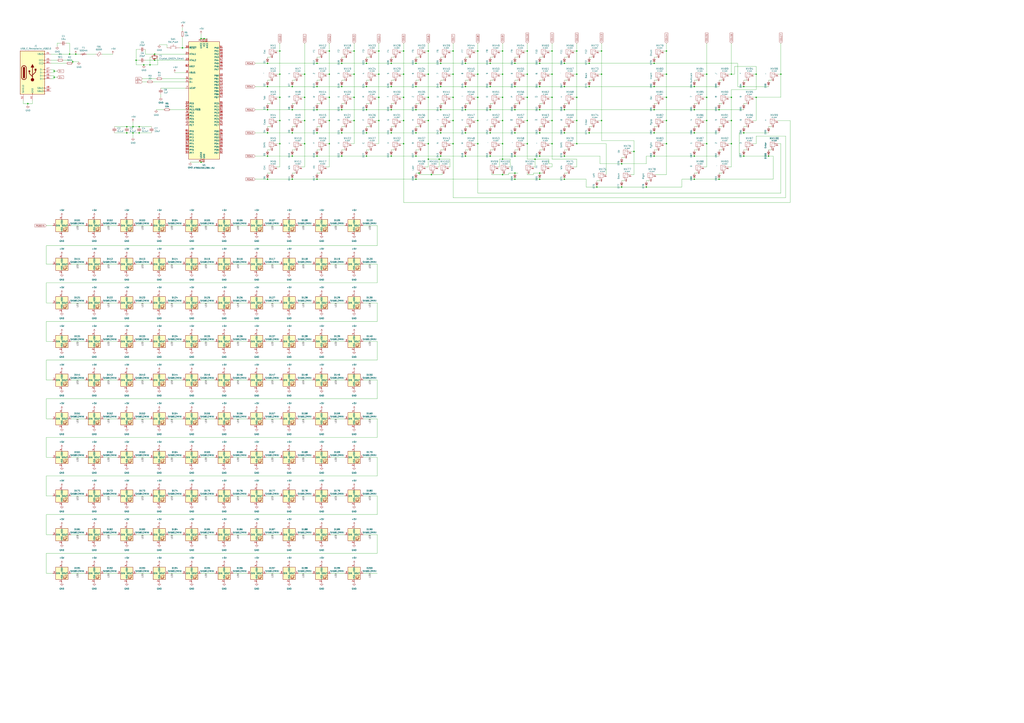
<source format=kicad_sch>
(kicad_sch (version 20211123) (generator eeschema)
  (paper "A1")
  (title_block (title "Diom-75TK") (company "DiomKBS"))
  (junction (at 570.23 109.22))
  (junction (at 600.71 118.11))
  (junction (at 412.75 99.06))
  (junction (at 510.54 134.62))
  (junction (at 111.76 49.53))
  (junction (at 610.87 71.12))
  (junction (at 219.71 147.32))
  (junction (at 109.22 104.14))
  (junction (at 422.91 128.27))
  (junction (at 547.37 99.06))
  (junction (at 331.47 99.06))
  (junction (at 240.03 109.22))
  (junction (at 123.19 53.34))
  (junction (at 104.14 109.22))
  (junction (at 57.15 44.45))
  (junction (at 443.23 128.27))
  (junction (at 621.03 80.01))
  (junction (at 341.63 90.17))
  (junction (at 219.71 71.12))
  (junction (at 270.51 118.11))
  (junction (at 422.91 142.24))
  (junction (at 341.63 147.32))
  (junction (at 260.35 90.17))
  (junction (at 392.43 99.06))
  (junction (at 443.23 147.32))
  (junction (at 321.31 90.17))
  (junction (at 331.47 41.91))
  (junction (at 483.87 109.22))
  (junction (at 580.39 118.11))
  (junction (at 372.11 80.01))
  (junction (at 104.14 104.14))
  (junction (at 382.27 109.22))
  (junction (at 341.63 71.12))
  (junction (at 490.22 153.67))
  (junction (at 59.69 50.8))
  (junction (at 361.95 90.17))
  (junction (at 463.55 52.07))
  (junction (at 321.31 71.12))
  (junction (at 354.33 143.51))
  (junction (at 240.03 71.12))
  (junction (at 610.87 128.27))
  (junction (at 412.75 118.11))
  (junction (at 361.95 52.07))
  (junction (at 300.99 128.27))
  (junction (at 372.11 99.06))
  (junction (at 127 44.45))
  (junction (at 260.35 71.12))
  (junction (at 463.55 128.27))
  (junction (at 547.37 80.01))
  (junction (at 453.39 41.91))
  (junction (at 341.63 128.27))
  (junction (at 300.99 109.22))
  (junction (at 473.71 99.06))
  (junction (at 382.27 52.07))
  (junction (at 530.86 153.67))
  (junction (at 433.07 60.96))
  (junction (at 250.19 60.96))
  (junction (at 62.23 44.45))
  (junction (at 127 49.53))
  (junction (at 412.75 41.91))
  (junction (at 392.43 118.11))
  (junction (at 590.55 147.32))
  (junction (at 537.21 90.17))
  (junction (at 382.27 90.17))
  (junction (at 149.86 39.37))
  (junction (at 351.79 41.91))
  (junction (at 270.51 99.06))
  (junction (at 321.31 128.27))
  (junction (at 621.03 60.96))
  (junction (at 412.75 80.01))
  (junction (at 290.83 41.91))
  (junction (at 537.21 109.22))
  (junction (at 165.1 133.35))
  (junction (at 300.99 71.12))
  (junction (at 463.55 109.22))
  (junction (at 422.91 71.12))
  (junction (at 311.15 99.06))
  (junction (at 351.79 118.11))
  (junction (at 443.23 109.22))
  (junction (at 219.71 109.22))
  (junction (at 351.79 80.01))
  (junction (at 580.39 60.96))
  (junction (at 443.23 90.17))
  (junction (at 382.27 128.27))
  (junction (at 321.31 109.22))
  (junction (at 280.67 109.22))
  (junction (at 44.45 58.42))
  (junction (at 331.47 60.96))
  (junction (at 570.23 90.17))
  (junction (at 473.71 118.11))
  (junction (at 260.35 128.27))
  (junction (at 361.95 71.12))
  (junction (at 229.87 41.91))
  (junction (at 570.23 128.27))
  (junction (at 114.3 104.14))
  (junction (at 570.23 147.32))
  (junction (at 341.63 52.07))
  (junction (at 351.79 99.06))
  (junction (at 300.99 52.07))
  (junction (at 250.19 99.06))
  (junction (at 520.7 124.46))
  (junction (at 331.47 118.11))
  (junction (at 344.17 142.24))
  (junction (at 219.71 90.17))
  (junction (at 590.55 90.17))
  (junction (at 392.43 41.91))
  (junction (at 280.67 52.07))
  (junction (at 433.07 99.06))
  (junction (at 453.39 80.01))
  (junction (at 229.87 99.06))
  (junction (at 402.59 109.22))
  (junction (at 311.15 41.91))
  (junction (at 641.35 60.96))
  (junction (at 631.19 128.27))
  (junction (at 463.55 71.12))
  (junction (at 229.87 80.01))
  (junction (at 229.87 118.11))
  (junction (at 165.1 31.75))
  (junction (at 580.39 99.06))
  (junction (at 341.63 109.22))
  (junction (at 600.71 80.01))
  (junction (at 433.07 80.01))
  (junction (at 311.15 80.01))
  (junction (at 372.11 41.91))
  (junction (at 422.91 109.22))
  (junction (at 44.45 63.5))
  (junction (at 219.71 52.07))
  (junction (at 290.83 80.01))
  (junction (at 537.21 128.27))
  (junction (at 260.35 147.32))
  (junction (at 547.37 60.96))
  (junction (at 402.59 90.17))
  (junction (at 229.87 60.96))
  (junction (at 547.37 118.11))
  (junction (at 240.03 128.27))
  (junction (at 473.71 41.91))
  (junction (at 443.23 142.24))
  (junction (at 473.71 60.96))
  (junction (at 443.23 71.12))
  (junction (at 422.91 90.17))
  (junction (at 351.79 130.81))
  (junction (at 537.21 71.12))
  (junction (at 402.59 71.12))
  (junction (at 372.11 118.11))
  (junction (at 351.79 60.96))
  (junction (at 510.54 153.67))
  (junction (at 600.71 60.96))
  (junction (at 494.03 41.91))
  (junction (at 167.64 31.75))
  (junction (at 443.23 52.07))
  (junction (at 483.87 52.07))
  (junction (at 118.11 53.34))
  (junction (at 473.71 80.01))
  (junction (at 280.67 128.27))
  (junction (at 382.27 71.12))
  (junction (at 300.99 90.17))
  (junction (at 331.47 80.01))
  (junction (at 270.51 60.96))
  (junction (at 240.03 90.17))
  (junction (at 439.42 130.81))
  (junction (at 402.59 128.27))
  (junction (at 392.43 60.96))
  (junction (at 453.39 99.06))
  (junction (at 580.39 80.01))
  (junction (at 260.35 109.22))
  (junction (at 114.3 109.22))
  (junction (at 280.67 90.17))
  (junction (at 361.95 128.27))
  (junction (at 537.21 52.07))
  (junction (at 109.22 109.22))
  (junction (at 392.43 80.01))
  (junction (at 422.91 52.07))
  (junction (at 240.03 147.32))
  (junction (at 610.87 109.22))
  (junction (at 433.07 41.91))
  (junction (at 463.55 147.32))
  (junction (at 402.59 52.07))
  (junction (at 453.39 118.11))
  (junction (at 280.67 71.12))
  (junction (at 250.19 80.01))
  (junction (at 290.83 60.96))
  (junction (at 321.31 52.07))
  (junction (at 422.91 147.32))
  (junction (at 290.83 99.06))
  (junction (at 361.95 109.22))
  (junction (at 547.37 41.91))
  (junction (at 494.03 60.96))
  (junction (at 463.55 90.17))
  (junction (at 412.75 60.96))
  (junction (at 219.71 128.27))
  (junction (at 433.07 118.11))
  (junction (at 570.23 71.12))
  (junction (at 372.11 60.96))
  (junction (at 260.35 52.07))
  (junction (at 270.51 41.91))
  (junction (at 22.86 85.09))
  (junction (at 600.71 99.06))
  (junction (at 270.51 80.01))
  (junction (at 494.03 99.06))
  (junction (at 250.19 118.11))
  (junction (at 360.68 130.81))
  (junction (at 412.75 143.51))
  (junction (at 453.39 60.96))
  (junction (at 311.15 60.96))
  (junction (at 483.87 71.12))
  (junction (at 412.75 130.81))
  (wire (pts (xy 392.43 118.11) (xy 392.43 158.75)))
  (wire (pts (xy 341.63 123.19) (xy 344.17 123.19)))
  (wire (pts (xy 439.42 130.81) (xy 439.42 137.16)))
  (wire (pts (xy 321.31 123.19) (xy 323.85 123.19)))
  (wire (pts (xy 631.19 104.14) (xy 633.73 104.14)))
  (wire (pts (xy 473.71 118.11) (xy 497.84 118.11)))
  (wire (pts (xy 218.44 217.17) (xy 229.87 217.17)))
  (wire (pts (xy 590.55 123.19) (xy 593.09 123.19)))
  (wire (pts (xy 104.14 104.14) (xy 109.22 104.14)))
  (wire (pts (xy 392.43 41.91) (xy 392.43 60.96)))
  (wire (pts (xy 311.15 60.96) (xy 308.61 60.96)))
  (wire (pts (xy 114.3 40.64) (xy 111.76 40.64)))
  (wire (pts (xy 59.69 52.07) (xy 59.69 50.8)))
  (wire (pts (xy 240.03 147.32) (xy 260.35 147.32)))
  (wire (pts (xy 165.1 133.35) (xy 156.21 133.35)))
  (wire (pts (xy 494.03 60.96) (xy 491.49 60.96)))
  (wire (pts (xy 38.1 201.93) (xy 38.1 217.17)))
  (wire (pts (xy 219.71 66.04) (xy 222.25 66.04)))
  (wire (pts (xy 648.97 99.06) (xy 638.81 99.06)))
  (wire (pts (xy 443.23 128.27) (xy 463.55 128.27)))
  (wire (pts (xy 260.35 90.17) (xy 280.67 90.17)))
  (wire (pts (xy 300.99 104.14) (xy 303.53 104.14)))
  (wire (pts (xy 331.47 41.91) (xy 328.93 41.91)))
  (wire (pts (xy 245.11 312.42) (xy 256.54 312.42)))
  (wire (pts (xy 351.79 41.91) (xy 351.79 60.96)))
  (wire (pts (xy 580.39 80.01) (xy 580.39 99.06)))
  (wire (pts (xy 438.15 142.24) (xy 443.23 142.24)))
  (wire (pts (xy 49.53 35.56) (xy 46.99 35.56)))
  (wire (pts (xy 38.1 217.17) (xy 43.18 217.17)))
  (wire (pts (xy 311.15 41.91) (xy 311.15 60.96)))
  (wire (pts (xy 433.07 143.51) (xy 438.15 143.51)))
  (wire (pts (xy 463.55 142.24) (xy 466.09 142.24)))
  (wire (pts (xy 280.67 52.07) (xy 300.99 52.07)))
  (wire (pts (xy 111.76 217.17) (xy 123.19 217.17)))
  (wire (pts (xy 240.03 109.22) (xy 260.35 109.22)))
  (wire (pts (xy 22.86 85.09) (xy 26.67 85.09)))
  (wire (pts (xy 111.76 375.92) (xy 123.19 375.92)))
  (wire (pts (xy 483.87 66.04) (xy 486.41 66.04)))
  (wire (pts (xy 412.75 60.96) (xy 410.21 60.96)))
  (wire (pts (xy 490.22 148.59) (xy 492.76 148.59)))
  (wire (pts (xy 481.33 147.32) (xy 481.33 153.67)))
  (wire (pts (xy 547.37 80.01) (xy 547.37 99.06)))
  (wire (pts (xy 124.46 46.99) (xy 123.19 46.99)))
  (wire (pts (xy 309.88 280.67) (xy 309.88 295.91)))
  (wire (pts (xy 361.95 128.27) (xy 382.27 128.27)))
  (wire (pts (xy 44.45 63.5) (xy 46.99 63.5)))
  (wire (pts (xy 19.05 82.55) (xy 19.05 85.09)))
  (wire (pts (xy 219.71 147.32) (xy 209.55 147.32)))
  (wire (pts (xy 298.45 185.42) (xy 309.88 185.42)))
  (wire (pts (xy 250.19 80.01) (xy 250.19 99.06)))
  (wire (pts (xy 219.71 128.27) (xy 240.03 128.27)))
  (wire (pts (xy 547.37 99.06) (xy 547.37 118.11)))
  (wire (pts (xy 245.11 185.42) (xy 256.54 185.42)))
  (wire (pts (xy 111.76 471.17) (xy 123.19 471.17)))
  (wire (pts (xy 590.55 66.04) (xy 593.09 66.04)))
  (wire (pts (xy 341.63 71.12) (xy 361.95 71.12)))
  (wire (pts (xy 298.45 280.67) (xy 309.88 280.67)))
  (wire (pts (xy 483.87 104.14) (xy 486.41 104.14)))
  (wire (pts (xy 219.71 104.14) (xy 222.25 104.14)))
  (wire (pts (xy 132.08 77.47) (xy 132.08 80.01)))
  (wire (pts (xy 607.06 128.27) (xy 607.06 109.22)))
  (wire (pts (xy 58.42 375.92) (xy 69.85 375.92)))
  (wire (pts (xy 560.07 153.67) (xy 560.07 147.32)))
  (wire (pts (xy 392.43 80.01) (xy 392.43 99.06)))
  (wire (pts (xy 152.4 59.69) (xy 143.51 59.69)))
  (wire (pts (xy 260.35 66.04) (xy 262.89 66.04)))
  (wire (pts (xy 321.31 128.27) (xy 341.63 128.27)))
  (wire (pts (xy 245.11 280.67) (xy 256.54 280.67)))
  (wire (pts (xy 114.3 49.53) (xy 111.76 49.53)))
  (wire (pts (xy 631.19 66.04) (xy 633.73 66.04)))
  (wire (pts (xy 58.42 185.42) (xy 69.85 185.42)))
  (wire (pts (xy 267.97 60.96) (xy 270.51 60.96)))
  (wire (pts (xy 403.86 142.24) (xy 403.86 143.51)))
  (wire (pts (xy 570.23 104.14) (xy 572.77 104.14)))
  (wire (pts (xy 260.35 123.19) (xy 262.89 123.19)))
  (wire (pts (xy 298.45 439.42) (xy 309.88 439.42)))
  (wire (pts (xy 280.67 109.22) (xy 300.99 109.22)))
  (wire (pts (xy 44.45 58.42) (xy 44.45 59.69)))
  (wire (pts (xy 309.88 422.91) (xy 38.1 422.91)))
  (wire (pts (xy 280.67 90.17) (xy 300.99 90.17)))
  (wire (pts (xy 218.44 407.67) (xy 229.87 407.67)))
  (wire (pts (xy 245.11 248.92) (xy 256.54 248.92)))
  (wire (pts (xy 341.63 109.22) (xy 361.95 109.22)))
  (wire (pts (xy 443.23 109.22) (xy 463.55 109.22)))
  (wire (pts (xy 570.23 66.04) (xy 572.77 66.04)))
  (wire (pts (xy 138.43 248.92) (xy 149.86 248.92)))
  (wire (pts (xy 270.51 137.16) (xy 267.97 137.16)))
  (wire (pts (xy 443.23 104.14) (xy 445.77 104.14)))
  (wire (pts (xy 402.59 123.19) (xy 405.13 123.19)))
  (wire (pts (xy 433.07 99.06) (xy 430.53 99.06)))
  (wire (pts (xy 290.83 99.06) (xy 290.83 118.11)))
  (wire (pts (xy 492.76 134.62) (xy 510.54 134.62)))
  (wire (pts (xy 547.37 60.96) (xy 547.37 80.01)))
  (wire (pts (xy 605.79 71.12) (xy 610.87 71.12)))
  (wire (pts (xy 137.16 39.37) (xy 137.16 36.83)))
  (wire (pts (xy 309.88 295.91) (xy 38.1 295.91)))
  (wire (pts (xy 328.93 118.11) (xy 331.47 118.11)))
  (wire (pts (xy 311.15 80.01) (xy 308.61 80.01)))
  (wire (pts (xy 412.75 118.11) (xy 412.75 130.81)))
  (wire (pts (xy 453.39 41.91) (xy 453.39 60.96)))
  (wire (pts (xy 610.87 104.14) (xy 613.41 104.14)))
  (wire (pts (xy 372.11 118.11) (xy 372.11 162.56)))
  (wire (pts (xy 260.35 109.22) (xy 280.67 109.22)))
  (wire (pts (xy 351.79 118.11) (xy 349.25 118.11)))
  (wire (pts (xy 369.57 130.81) (xy 369.57 137.16)))
  (wire (pts (xy 530.86 128.27) (xy 537.21 128.27)))
  (wire (pts (xy 129.54 46.99) (xy 129.54 53.34)))
  (wire (pts (xy 138.43 312.42) (xy 149.86 312.42)))
  (wire (pts (xy 547.37 118.11) (xy 547.37 143.51)))
  (wire (pts (xy 309.88 407.67) (xy 309.88 422.91)))
  (wire (pts (xy 123.19 53.34) (xy 118.11 53.34)))
  (wire (pts (xy 271.78 344.17) (xy 283.21 344.17)))
  (wire (pts (xy 635 147.32) (xy 635 128.27)))
  (wire (pts (xy 271.78 185.42) (xy 283.21 185.42)))
  (wire (pts (xy 600.71 80.01) (xy 600.71 99.06)))
  (wire (pts (xy 439.42 137.16) (xy 438.15 137.16)))
  (wire (pts (xy 600.71 73.66) (xy 600.71 80.01)))
  (wire (pts (xy 298.45 407.67) (xy 309.88 407.67)))
  (wire (pts (xy 321.31 104.14) (xy 323.85 104.14)))
  (wire (pts (xy 245.11 407.67) (xy 256.54 407.67)))
  (wire (pts (xy 621.03 73.66) (xy 600.71 73.66)))
  (wire (pts (xy 219.71 147.32) (xy 240.03 147.32)))
  (wire (pts (xy 267.97 118.11) (xy 270.51 118.11)))
  (wire (pts (xy 341.63 128.27) (xy 361.95 128.27)))
  (wire (pts (xy 321.31 66.04) (xy 323.85 66.04)))
  (wire (pts (xy 127 44.45) (xy 119.38 44.45)))
  (wire (pts (xy 300.99 123.19) (xy 303.53 123.19)))
  (wire (pts (xy 19.05 85.09) (xy 22.86 85.09)))
  (wire (pts (xy 453.39 60.96) (xy 450.85 60.96)))
  (wire (pts (xy 250.19 60.96) (xy 250.19 80.01)))
  (wire (pts (xy 280.67 104.14) (xy 283.21 104.14)))
  (wire (pts (xy 311.15 99.06) (xy 311.15 118.11)))
  (wire (pts (xy 138.43 344.17) (xy 149.86 344.17)))
  (wire (pts (xy 450.85 134.62) (xy 453.39 134.62)))
  (wire (pts (xy 85.09 439.42) (xy 96.52 439.42)))
  (wire (pts (xy 422.91 142.24) (xy 425.45 142.24)))
  (wire (pts (xy 412.75 99.06) (xy 410.21 99.06)))
  (wire (pts (xy 109.22 109.22) (xy 109.22 113.03)))
  (wire (pts (xy 463.55 147.32) (xy 481.33 147.32)))
  (wire (pts (xy 547.37 118.11) (xy 544.83 118.11)))
  (wire (pts (xy 412.75 80.01) (xy 410.21 80.01)))
  (wire (pts (xy 247.65 118.11) (xy 250.19 118.11)))
  (wire (pts (xy 41.91 52.07) (xy 54.61 52.07)))
  (wire (pts (xy 250.19 118.11) (xy 250.19 137.16)))
  (wire (pts (xy 58.42 471.17) (xy 69.85 471.17)))
  (wire (pts (xy 494.03 41.91) (xy 494.03 60.96)))
  (wire (pts (xy 219.71 85.09) (xy 222.25 85.09)))
  (wire (pts (xy 483.87 109.22) (xy 537.21 109.22)))
  (wire (pts (xy 463.55 123.19) (xy 466.09 123.19)))
  (wire (pts (xy 360.68 130.81) (xy 360.68 137.16)))
  (wire (pts (xy 382.27 90.17) (xy 402.59 90.17)))
  (wire (pts (xy 369.57 118.11) (xy 372.11 118.11)))
  (wire (pts (xy 453.39 137.16) (xy 450.85 137.16)))
  (wire (pts (xy 483.87 52.07) (xy 537.21 52.07)))
  (wire (pts (xy 453.39 60.96) (xy 453.39 80.01)))
  (wire (pts (xy 450.85 41.91) (xy 453.39 41.91)))
  (wire (pts (xy 58.42 217.17) (xy 69.85 217.17)))
  (wire (pts (xy 453.39 99.06) (xy 453.39 118.11)))
  (wire (pts (xy 443.23 123.19) (xy 445.77 123.19)))
  (wire (pts (xy 247.65 60.96) (xy 250.19 60.96)))
  (wire (pts (xy 309.88 439.42) (xy 309.88 454.66)))
  (wire (pts (xy 341.63 52.07) (xy 361.95 52.07)))
  (wire (pts (xy 473.71 41.91) (xy 471.17 41.91)))
  (wire (pts (xy 530.86 134.62) (xy 530.86 128.27)))
  (wire (pts (xy 412.75 41.91) (xy 412.75 35.56)))
  (wire (pts (xy 288.29 41.91) (xy 290.83 41.91)))
  (wire (pts (xy 85.09 344.17) (xy 96.52 344.17)))
  (wire (pts (xy 392.43 80.01) (xy 389.89 80.01)))
  (wire (pts (xy 443.23 52.07) (xy 463.55 52.07)))
  (wire (pts (xy 392.43 60.96) (xy 389.89 60.96)))
  (wire (pts (xy 412.75 80.01) (xy 412.75 99.06)))
  (wire (pts (xy 422.91 128.27) (xy 443.23 128.27)))
  (wire (pts (xy 537.21 46.99) (xy 539.75 46.99)))
  (wire (pts (xy 309.88 232.41) (xy 38.1 232.41)))
  (wire (pts (xy 372.11 41.91) (xy 369.57 41.91)))
  (wire (pts (xy 590.55 147.32) (xy 635 147.32)))
  (wire (pts (xy 382.27 128.27) (xy 402.59 128.27)))
  (wire (pts (xy 191.77 344.17) (xy 203.2 344.17)))
  (wire (pts (xy 341.63 104.14) (xy 344.17 104.14)))
  (wire (pts (xy 111.76 49.53) (xy 111.76 53.34)))
  (wire (pts (xy 300.99 71.12) (xy 321.31 71.12)))
  (wire (pts (xy 547.37 60.96) (xy 544.83 60.96)))
  (wire (pts (xy 422.91 52.07) (xy 443.23 52.07)))
  (wire (pts (xy 38.1 454.66) (xy 38.1 471.17)))
  (wire (pts (xy 537.21 66.04) (xy 539.75 66.04)))
  (wire (pts (xy 363.22 142.24) (xy 363.22 143.51)))
  (wire (pts (xy 58.42 344.17) (xy 69.85 344.17)))
  (wire (pts (xy 422.91 104.14) (xy 425.45 104.14)))
  (wire (pts (xy 590.55 90.17) (xy 610.87 90.17)))
  (wire (pts (xy 610.87 128.27) (xy 607.06 128.27)))
  (wire (pts (xy 412.75 130.81) (xy 419.1 130.81)))
  (wire (pts (xy 245.11 344.17) (xy 256.54 344.17)))
  (wire (pts (xy 433.07 60.96) (xy 433.07 41.91)))
  (wire (pts (xy 463.55 128.27) (xy 492.76 128.27)))
  (wire (pts (xy 537.21 90.17) (xy 570.23 90.17)))
  (wire (pts (xy 443.23 85.09) (xy 445.77 85.09)))
  (wire (pts (xy 520.7 115.57) (xy 520.7 124.46)))
  (wire (pts (xy 570.23 71.12) (xy 590.55 71.12)))
  (wire (pts (xy 218.44 280.67) (xy 229.87 280.67)))
  (wire (pts (xy 271.78 471.17) (xy 283.21 471.17)))
  (wire (pts (xy 38.1 280.67) (xy 43.18 280.67)))
  (wire (pts (xy 321.31 85.09) (xy 323.85 85.09)))
  (wire (pts (xy 408.94 137.16) (xy 410.21 137.16)))
  (wire (pts (xy 621.03 60.96) (xy 621.03 73.66)))
  (wire (pts (xy 473.71 130.81) (xy 473.71 137.16)))
  (wire (pts (xy 453.39 99.06) (xy 450.85 99.06)))
  (wire (pts (xy 510.54 153.67) (xy 530.86 153.67)))
  (wire (pts (xy 491.49 41.91) (xy 494.03 41.91)))
  (wire (pts (xy 271.78 280.67) (xy 283.21 280.67)))
  (wire (pts (xy 621.03 99.06) (xy 618.49 99.06)))
  (wire (pts (xy 167.64 133.35) (xy 165.1 133.35)))
  (wire (pts (xy 58.42 312.42) (xy 69.85 312.42)))
  (wire (pts (xy 354.33 142.24) (xy 354.33 143.51)))
  (wire (pts (xy 298.45 248.92) (xy 309.88 248.92)))
  (wire (pts (xy 422.91 109.22) (xy 443.23 109.22)))
  (wire (pts (xy 191.77 248.92) (xy 203.2 248.92)))
  (wire (pts (xy 433.07 118.11) (xy 433.07 130.81)))
  (wire (pts (xy 218.44 439.42) (xy 229.87 439.42)))
  (wire (pts (xy 111.76 280.67) (xy 123.19 280.67)))
  (wire (pts (xy 598.17 60.96) (xy 600.71 60.96)))
  (wire (pts (xy 412.75 118.11) (xy 410.21 118.11)))
  (wire (pts (xy 260.35 104.14) (xy 262.89 104.14)))
  (wire (pts (xy 483.87 71.12) (xy 537.21 71.12)))
  (wire (pts (xy 191.77 471.17) (xy 203.2 471.17)))
  (wire (pts (xy 560.07 147.32) (xy 570.23 147.32)))
  (wire (pts (xy 218.44 185.42) (xy 229.87 185.42)))
  (wire (pts (xy 402.59 128.27) (xy 422.91 128.27)))
  (wire (pts (xy 300.99 90.17) (xy 321.31 90.17)))
  (wire (pts (xy 267.97 99.06) (xy 270.51 99.06)))
  (wire (pts (xy 321.31 109.22) (xy 341.63 109.22)))
  (wire (pts (xy 219.71 52.07) (xy 209.55 52.07)))
  (wire (pts (xy 309.88 344.17) (xy 309.88 359.41)))
  (wire (pts (xy 321.31 46.99) (xy 323.85 46.99)))
  (wire (pts (xy 433.07 80.01) (xy 433.07 60.96)))
  (wire (pts (xy 372.11 99.06) (xy 372.11 80.01)))
  (wire (pts (xy 165.1 344.17) (xy 176.53 344.17)))
  (wire (pts (xy 641.35 60.96) (xy 641.35 80.01)))
  (wire (pts (xy 547.37 99.06) (xy 544.83 99.06)))
  (wire (pts (xy 267.97 41.91) (xy 270.51 41.91)))
  (wire (pts (xy 309.88 454.66) (xy 38.1 454.66)))
  (wire (pts (xy 580.39 80.01) (xy 577.85 80.01)))
  (wire (pts (xy 309.88 217.17) (xy 309.88 232.41)))
  (wire (pts (xy 271.78 407.67) (xy 283.21 407.67)))
  (wire (pts (xy 290.83 41.91) (xy 290.83 35.56)))
  (wire (pts (xy 453.39 80.01) (xy 450.85 80.01)))
  (wire (pts (xy 382.27 46.99) (xy 384.81 46.99)))
  (wire (pts (xy 570.23 142.24) (xy 572.77 142.24)))
  (wire (pts (xy 360.68 130.81) (xy 369.57 130.81)))
  (wire (pts (xy 341.63 46.99) (xy 344.17 46.99)))
  (wire (pts (xy 341.63 66.04) (xy 344.17 66.04)))
  (wire (pts (xy 85.09 471.17) (xy 96.52 471.17)))
  (wire (pts (xy 219.71 142.24) (xy 222.25 142.24)))
  (wire (pts (xy 372.11 99.06) (xy 369.57 99.06)))
  (wire (pts (xy 38.1 327.66) (xy 38.1 344.17)))
  (wire (pts (xy 450.85 130.81) (xy 450.85 134.62)))
  (wire (pts (xy 114.3 109.22) (xy 124.46 109.22)))
  (wire (pts (xy 600.71 60.96) (xy 603.25 60.96)))
  (wire (pts (xy 494.03 60.96) (xy 494.03 99.06)))
  (wire (pts (xy 298.45 375.92) (xy 309.88 375.92)))
  (wire (pts (xy 490.22 153.67) (xy 510.54 153.67)))
  (wire (pts (xy 165.1 375.92) (xy 176.53 375.92)))
  (wire (pts (xy 580.39 60.96) (xy 580.39 35.56)))
  (wire (pts (xy 412.75 143.51) (xy 417.83 143.51)))
  (wire (pts (xy 218.44 471.17) (xy 229.87 471.17)))
  (wire (pts (xy 321.31 52.07) (xy 341.63 52.07)))
  (wire (pts (xy 331.47 166.37) (xy 648.97 166.37)))
  (wire (pts (xy 344.17 143.51) (xy 354.33 143.51)))
  (wire (pts (xy 149.86 39.37) (xy 149.86 30.48)))
  (wire (pts (xy 218.44 248.92) (xy 229.87 248.92)))
  (wire (pts (xy 389.89 41.91) (xy 392.43 41.91)))
  (wire (pts (xy 361.95 104.14) (xy 364.49 104.14)))
  (wire (pts (xy 410.21 41.91) (xy 412.75 41.91)))
  (wire (pts (xy 361.95 85.09) (xy 364.49 85.09)))
  (wire (pts (xy 311.15 41.91) (xy 311.15 35.56)))
  (wire (pts (xy 58.42 248.92) (xy 69.85 248.92)))
  (wire (pts (xy 167.64 31.75) (xy 165.1 31.75)))
  (wire (pts (xy 473.71 41.91) (xy 473.71 35.56)))
  (wire (pts (xy 38.1 422.91) (xy 38.1 439.42)))
  (wire (pts (xy 497.84 118.11) (xy 497.84 143.51)))
  (wire (pts (xy 85.09 407.67) (xy 96.52 407.67)))
  (wire (pts (xy 38.1 264.16) (xy 38.1 280.67)))
  (wire (pts (xy 631.19 128.27) (xy 610.87 128.27)))
  (wire (pts (xy 298.45 312.42) (xy 309.88 312.42)))
  (wire (pts (xy 351.79 118.11) (xy 351.79 130.81)))
  (wire (pts (xy 453.39 118.11) (xy 450.85 118.11)))
  (wire (pts (xy 463.55 85.09) (xy 466.09 85.09)))
  (wire (pts (xy 52.07 49.53) (xy 59.69 49.53)))
  (wire (pts (xy 152.4 72.39) (xy 132.08 72.39)))
  (wire (pts (xy 638.81 60.96) (xy 641.35 60.96)))
  (wire (pts (xy 41.91 62.23) (xy 44.45 62.23)))
  (wire (pts (xy 361.95 71.12) (xy 382.27 71.12)))
  (wire (pts (xy 38.1 185.42) (xy 43.18 185.42)))
  (wire (pts (xy 372.11 60.96) (xy 372.11 41.91)))
  (wire (pts (xy 138.43 439.42) (xy 149.86 439.42)))
  (wire (pts (xy 137.16 36.83) (xy 130.81 36.83)))
  (wire (pts (xy 38.1 391.16) (xy 38.1 407.67)))
  (wire (pts (xy 603.25 54.61) (xy 621.03 54.61)))
  (wire (pts (xy 544.83 41.91) (xy 547.37 41.91)))
  (wire (pts (xy 270.51 41.91) (xy 270.51 60.96)))
  (wire (pts (xy 473.71 60.96) (xy 471.17 60.96)))
  (wire (pts (xy 422.91 147.32) (xy 443.23 147.32)))
  (wire (pts (xy 361.95 46.99) (xy 364.49 46.99)))
  (wire (pts (xy 38.1 375.92) (xy 43.18 375.92)))
  (wire (pts (xy 443.23 90.17) (xy 463.55 90.17)))
  (wire (pts (xy 600.71 99.06) (xy 598.17 99.06)))
  (wire (pts (xy 577.85 60.96) (xy 580.39 60.96)))
  (wire (pts (xy 280.67 123.19) (xy 283.21 123.19)))
  (wire (pts (xy 392.43 99.06) (xy 392.43 118.11)))
  (wire (pts (xy 417.83 137.16) (xy 419.1 137.16)))
  (wire (pts (xy 392.43 60.96) (xy 392.43 80.01)))
  (wire (pts (xy 240.03 128.27) (xy 260.35 128.27)))
  (wire (pts (xy 250.19 99.06) (xy 250.19 118.11)))
  (wire (pts (xy 134.62 90.17) (xy 128.27 90.17)))
  (wire (pts (xy 530.86 153.67) (xy 560.07 153.67)))
  (wire (pts (xy 412.75 60.96) (xy 412.75 80.01)))
  (wire (pts (xy 331.47 99.06) (xy 328.93 99.06)))
  (wire (pts (xy 463.55 71.12) (xy 483.87 71.12)))
  (wire (pts (xy 422.91 71.12) (xy 443.23 71.12)))
  (wire (pts (xy 138.43 375.92) (xy 149.86 375.92)))
  (wire (pts (xy 351.79 99.06) (xy 349.25 99.06)))
  (wire (pts (xy 250.19 137.16) (xy 247.65 137.16)))
  (wire (pts (xy 58.42 439.42) (xy 69.85 439.42)))
  (wire (pts (xy 341.63 142.24) (xy 344.17 142.24)))
  (wire (pts (xy 412.75 41.91) (xy 412.75 60.96)))
  (wire (pts (xy 433.07 118.11) (xy 433.07 99.06)))
  (wire (pts (xy 309.88 327.66) (xy 38.1 327.66)))
  (wire (pts (xy 152.4 67.31) (xy 125.73 67.31)))
  (wire (pts (xy 298.45 344.17) (xy 309.88 344.17)))
  (wire (pts (xy 344.17 142.24) (xy 344.17 143.51)))
  (wire (pts (xy 382.27 123.19) (xy 384.81 123.19)))
  (wire (pts (xy 191.77 407.67) (xy 203.2 407.67)))
  (wire (pts (xy 85.09 312.42) (xy 96.52 312.42)))
  (wire (pts (xy 392.43 158.75) (xy 641.35 158.75)))
  (wire (pts (xy 510.54 148.59) (xy 513.08 148.59)))
  (wire (pts (xy 270.51 41.91) (xy 270.51 35.56)))
  (wire (pts (xy 245.11 217.17) (xy 256.54 217.17)))
  (wire (pts (xy 382.27 85.09) (xy 384.81 85.09)))
  (wire (pts (xy 382.27 66.04) (xy 384.81 66.04)))
  (wire (pts (xy 165.1 248.92) (xy 176.53 248.92)))
  (wire (pts (xy 473.71 80.01) (xy 473.71 60.96)))
  (wire (pts (xy 165.1 407.67) (xy 176.53 407.67)))
  (wire (pts (xy 309.88 312.42) (xy 309.88 327.66)))
  (wire (pts (xy 600.71 99.06) (xy 600.71 118.11)))
  (wire (pts (xy 361.95 66.04) (xy 364.49 66.04)))
  (wire (pts (xy 229.87 60.96) (xy 229.87 80.01)))
  (wire (pts (xy 165.1 280.67) (xy 176.53 280.67)))
  (wire (pts (xy 321.31 90.17) (xy 341.63 90.17)))
  (wire (pts (xy 111.76 439.42) (xy 123.19 439.42)))
  (wire (pts (xy 520.7 124.46) (xy 520.7 143.51)))
  (wire (pts (xy 260.35 46.99) (xy 262.89 46.99)))
  (wire (pts (xy 41.91 44.45) (xy 57.15 44.45)))
  (wire (pts (xy 621.03 118.11) (xy 618.49 118.11)))
  (wire (pts (xy 111.76 248.92) (xy 123.19 248.92)))
  (wire (pts (xy 603.25 60.96) (xy 603.25 54.61)))
  (wire (pts (xy 621.03 111.76) (xy 621.03 118.11)))
  (wire (pts (xy 359.41 137.16) (xy 360.68 137.16)))
  (wire (pts (xy 641.35 60.96) (xy 641.35 35.56)))
  (wire (pts (xy 438.15 143.51) (xy 438.15 142.24)))
  (wire (pts (xy 402.59 46.99) (xy 405.13 46.99)))
  (wire (pts (xy 580.39 118.11) (xy 580.39 137.16)))
  (wire (pts (xy 62.23 44.45) (xy 66.04 44.45)))
  (wire (pts (xy 463.55 46.99) (xy 466.09 46.99)))
  (wire (pts (xy 109.22 104.14) (xy 114.3 104.14)))
  (wire (pts (xy 520.7 124.46) (xy 518.16 124.46)))
  (wire (pts (xy 610.87 71.12) (xy 631.19 71.12)))
  (wire (pts (xy 41.91 49.53) (xy 46.99 49.53)))
  (wire (pts (xy 433.07 118.11) (xy 430.53 118.11)))
  (wire (pts (xy 402.59 90.17) (xy 422.91 90.17)))
  (wire (pts (xy 481.33 153.67) (xy 490.22 153.67)))
  (wire (pts (xy 392.43 41.91) (xy 392.43 35.56)))
  (wire (pts (xy 453.39 41.91) (xy 453.39 35.56)))
  (wire (pts (xy 419.1 137.16) (xy 419.1 130.81)))
  (wire (pts (xy 119.38 44.45) (xy 119.38 40.64)))
  (wire (pts (xy 26.67 85.09) (xy 26.67 82.55)))
  (wire (pts (xy 219.71 71.12) (xy 240.03 71.12)))
  (wire (pts (xy 298.45 471.17) (xy 309.88 471.17)))
  (wire (pts (xy 537.21 104.14) (xy 539.75 104.14)))
  (wire (pts (xy 219.71 90.17) (xy 209.55 90.17)))
  (wire (pts (xy 605.79 52.07) (xy 605.79 71.12)))
  (wire (pts (xy 331.47 118.11) (xy 331.47 166.37)))
  (wire (pts (xy 570.23 123.19) (xy 572.77 123.19)))
  (wire (pts (xy 410.21 137.16) (xy 410.21 130.81)))
  (wire (pts (xy 422.91 85.09) (xy 425.45 85.09)))
  (wire (pts (xy 309.88 201.93) (xy 38.1 201.93)))
  (wire (pts (xy 443.23 142.24) (xy 445.77 142.24)))
  (wire (pts (xy 453.39 80.01) (xy 453.39 99.06)))
  (wire (pts (xy 240.03 90.17) (xy 260.35 90.17)))
  (wire (pts (xy 38.1 471.17) (xy 43.18 471.17)))
  (wire (pts (xy 463.55 52.07) (xy 483.87 52.07)))
  (wire (pts (xy 149.86 25.4) (xy 149.86 22.86)))
  (wire (pts (xy 443.23 71.12) (xy 463.55 71.12)))
  (wire (pts (xy 610.87 123.19) (xy 613.41 123.19)))
  (wire (pts (xy 382.27 71.12) (xy 402.59 71.12)))
  (wire (pts (xy 219.71 71.12) (xy 209.55 71.12)))
  (wire (pts (xy 422.91 90.17) (xy 443.23 90.17)))
  (wire (pts (xy 85.09 217.17) (xy 96.52 217.17)))
  (wire (pts (xy 111.76 40.64) (xy 111.76 49.53)))
  (wire (pts (xy 372.11 41.91) (xy 372.11 35.56)))
  (wire (pts (xy 260.35 52.07) (xy 280.67 52.07)))
  (wire (pts (xy 473.71 99.06) (xy 471.17 99.06)))
  (wire (pts (xy 361.95 109.22) (xy 382.27 109.22)))
  (wire (pts (xy 341.63 85.09) (xy 344.17 85.09)))
  (wire (pts (xy 433.07 41.91) (xy 430.53 41.91)))
  (wire (pts (xy 382.27 109.22) (xy 402.59 109.22)))
  (wire (pts (xy 341.63 90.17) (xy 361.95 90.17)))
  (wire (pts (xy 44.45 57.15) (xy 44.45 58.42)))
  (wire (pts (xy 443.23 46.99) (xy 445.77 46.99)))
  (wire (pts (xy 580.39 118.11) (xy 577.85 118.11)))
  (wire (pts (xy 191.77 280.67) (xy 203.2 280.67)))
  (wire (pts (xy 433.07 99.06) (xy 433.07 80.01)))
  (wire (pts (xy 165.1 185.42) (xy 176.53 185.42)))
  (wire (pts (xy 58.42 407.67) (xy 69.85 407.67)))
  (wire (pts (xy 369.57 137.16) (xy 368.3 137.16)))
  (wire (pts (xy 321.31 71.12) (xy 341.63 71.12)))
  (wire (pts (xy 191.77 375.92) (xy 203.2 375.92)))
  (wire (pts (xy 114.3 104.14) (xy 124.46 104.14)))
  (wire (pts (xy 473.71 118.11) (xy 473.71 99.06)))
  (wire (pts (xy 138.43 407.67) (xy 149.86 407.67)))
  (wire (pts (xy 471.17 137.16) (xy 473.71 137.16)))
  (wire (pts (xy 111.76 344.17) (xy 123.19 344.17)))
  (wire (pts (xy 570.23 90.17) (xy 590.55 90.17)))
  (wire (pts (xy 290.83 41.91) (xy 290.83 60.96)))
  (wire (pts (xy 218.44 312.42) (xy 229.87 312.42)))
  (wire (pts (xy 260.35 71.12) (xy 280.67 71.12)))
  (wire (pts (xy 610.87 85.09) (xy 613.41 85.09)))
  (wire (pts (xy 260.35 142.24) (xy 262.89 142.24)))
  (wire (pts (xy 271.78 217.17) (xy 283.21 217.17)))
  (wire (pts (xy 270.51 118.11) (xy 270.51 137.16)))
  (wire (pts (xy 402.59 85.09) (xy 405.13 85.09)))
  (wire (pts (xy 463.55 90.17) (xy 537.21 90.17)))
  (wire (pts (xy 349.25 41.91) (xy 351.79 41.91)))
  (wire (pts (xy 402.59 66.04) (xy 405.13 66.04)))
  (wire (pts (xy 165.1 31.75) (xy 165.1 27.94)))
  (wire (pts (xy 85.09 280.67) (xy 96.52 280.67)))
  (wire (pts (xy 38.1 295.91) (xy 38.1 312.42)))
  (wire (pts (xy 260.35 147.32) (xy 341.63 147.32)))
  (wire (pts (xy 109.22 104.14) (xy 109.22 100.33)))
  (wire (pts (xy 351.79 60.96) (xy 351.79 80.01)))
  (wire (pts (xy 607.06 109.22) (xy 610.87 109.22)))
  (wire (pts (xy 59.69 49.53) (xy 59.69 50.8)))
  (wire (pts (xy 280.67 46.99) (xy 283.21 46.99)))
  (wire (pts (xy 473.71 118.11) (xy 471.17 118.11)))
  (wire (pts (xy 245.11 471.17) (xy 256.54 471.17)))
  (wire (pts (xy 245.11 439.42) (xy 256.54 439.42)))
  (wire (pts (xy 288.29 80.01) (xy 290.83 80.01)))
  (wire (pts (xy 547.37 143.51) (xy 538.48 143.51)))
  (wire (pts (xy 44.45 58.42) (xy 46.99 58.42)))
  (wire (pts (xy 191.77 217.17) (xy 203.2 217.17)))
  (wire (pts (xy 139.7 90.17) (xy 152.4 90.17)))
  (wire (pts (xy 354.33 143.51) (xy 363.22 143.51)))
  (wire (pts (xy 410.21 130.81) (xy 412.75 130.81)))
  (wire (pts (xy 372.11 162.56) (xy 645.16 162.56)))
  (wire (pts (xy 635 128.27) (xy 631.19 128.27)))
  (wire (pts (xy 152.4 44.45) (xy 127 44.45)))
  (wire (pts (xy 59.69 50.8) (xy 64.77 50.8)))
  (wire (pts (xy 219.71 52.07) (xy 260.35 52.07)))
  (wire (pts (xy 443.23 66.04) (xy 445.77 66.04)))
  (wire (pts (xy 439.42 130.81) (xy 450.85 130.81)))
  (wire (pts (xy 152.4 49.53) (xy 127 49.53)))
  (wire (pts (xy 138.43 280.67) (xy 149.86 280.67)))
  (wire (pts (xy 308.61 41.91) (xy 311.15 41.91)))
  (wire (pts (xy 463.55 109.22) (xy 483.87 109.22)))
  (wire (pts (xy 93.98 109.22) (xy 104.14 109.22)))
  (wire (pts (xy 341.63 147.32) (xy 422.91 147.32)))
  (wire (pts (xy 311.15 60.96) (xy 311.15 80.01)))
  (wire (pts (xy 38.1 232.41) (xy 38.1 248.92)))
  (wire (pts (xy 85.09 185.42) (xy 96.52 185.42)))
  (wire (pts (xy 138.43 217.17) (xy 149.86 217.17)))
  (wire (pts (xy 547.37 41.91) (xy 547.37 35.56)))
  (wire (pts (xy 372.11 80.01) (xy 369.57 80.01)))
  (wire (pts (xy 38.1 344.17) (xy 43.18 344.17)))
  (wire (pts (xy 111.76 312.42) (xy 123.19 312.42)))
  (wire (pts (xy 494.03 115.57) (xy 520.7 115.57)))
  (wire (pts (xy 331.47 41.91) (xy 331.47 35.56)))
  (wire (pts (xy 453.39 130.81) (xy 473.71 130.81)))
  (wire (pts (xy 227.33 80.01) (xy 229.87 80.01)))
  (wire (pts (xy 191.77 439.42) (xy 203.2 439.42)))
  (wire (pts (xy 309.88 185.42) (xy 309.88 201.93)))
  (wire (pts (xy 271.78 439.42) (xy 283.21 439.42)))
  (wire (pts (xy 240.03 71.12) (xy 260.35 71.12)))
  (wire (pts (xy 219.71 46.99) (xy 222.25 46.99)))
  (wire (pts (xy 570.23 147.32) (xy 590.55 147.32)))
  (wire (pts (xy 260.35 85.09) (xy 262.89 85.09)))
  (wire (pts (xy 123.19 46.99) (xy 123.19 53.34)))
  (wire (pts (xy 240.03 104.14) (xy 242.57 104.14)))
  (wire (pts (xy 463.55 66.04) (xy 466.09 66.04)))
  (wire (pts (xy 229.87 41.91) (xy 229.87 60.96)))
  (wire (pts (xy 260.35 128.27) (xy 280.67 128.27)))
  (wire (pts (xy 580.39 137.16) (xy 577.85 137.16)))
  (wire (pts (xy 600.71 137.16) (xy 598.17 137.16)))
  (wire (pts (xy 38.1 248.92) (xy 43.18 248.92)))
  (wire (pts (xy 309.88 264.16) (xy 38.1 264.16)))
  (wire (pts (xy 44.45 59.69) (xy 41.91 59.69)))
  (wire (pts (xy 621.03 54.61) (xy 621.03 60.96)))
  (wire (pts (xy 247.65 80.01) (xy 250.19 80.01)))
  (wire (pts (xy 402.59 104.14) (xy 405.13 104.14)))
  (wire (pts (xy 372.11 80.01) (xy 372.11 60.96)))
  (wire (pts (xy 270.51 60.96) (xy 270.51 80.01)))
  (wire (pts (xy 227.33 60.96) (xy 229.87 60.96)))
  (wire (pts (xy 300.99 46.99) (xy 303.53 46.99)))
  (wire (pts (xy 227.33 99.06) (xy 229.87 99.06)))
  (wire (pts (xy 271.78 312.42) (xy 283.21 312.42)))
  (wire (pts (xy 537.21 128.27) (xy 570.23 128.27)))
  (wire (pts (xy 250.19 60.96) (xy 250.19 35.56)))
  (wire (pts (xy 57.15 44.45) (xy 62.23 44.45)))
  (wire (pts (xy 331.47 80.01) (xy 331.47 60.96)))
  (wire (pts (xy 453.39 118.11) (xy 453.39 130.81)))
  (wire (pts (xy 298.45 217.17) (xy 309.88 217.17)))
  (wire (pts (xy 219.71 123.19) (xy 222.25 123.19)))
  (wire (pts (xy 351.79 80.01) (xy 349.25 80.01)))
  (wire (pts (xy 483.87 46.99) (xy 486.41 46.99)))
  (wire (pts (xy 290.83 118.11) (xy 288.29 118.11)))
  (wire (pts (xy 520.7 143.51) (xy 518.16 143.51)))
  (wire (pts (xy 631.19 123.19) (xy 633.73 123.19)))
  (wire (pts (xy 580.39 60.96) (xy 580.39 80.01)))
  (wire (pts (xy 227.33 118.11) (xy 229.87 118.11)))
  (wire (pts (xy 372.11 60.96) (xy 369.57 60.96)))
  (wire (pts (xy 300.99 66.04) (xy 303.53 66.04)))
  (wire (pts (xy 149.86 39.37) (xy 152.4 39.37)))
  (wire (pts (xy 361.95 90.17) (xy 382.27 90.17)))
  (wire (pts (xy 147.32 39.37) (xy 149.86 39.37)))
  (wire (pts (xy 288.29 99.06) (xy 290.83 99.06)))
  (wire (pts (xy 38.1 439.42) (xy 43.18 439.42)))
  (wire (pts (xy 580.39 99.06) (xy 580.39 118.11)))
  (wire (pts (xy 402.59 52.07) (xy 422.91 52.07)))
  (wire (pts (xy 170.18 31.75) (xy 167.64 31.75)))
  (wire (pts (xy 309.88 375.92) (xy 309.88 391.16)))
  (wire (pts (xy 280.67 66.04) (xy 283.21 66.04)))
  (wire (pts (xy 403.86 143.51) (xy 412.75 143.51)))
  (wire (pts (xy 382.27 52.07) (xy 402.59 52.07)))
  (wire (pts (xy 71.12 44.45) (xy 78.74 44.45)))
  (wire (pts (xy 600.71 60.96) (xy 600.71 35.56)))
  (wire (pts (xy 621.03 60.96) (xy 618.49 60.96)))
  (wire (pts (xy 537.21 52.07) (xy 605.79 52.07)))
  (wire (pts (xy 494.03 99.06) (xy 494.03 115.57)))
  (wire (pts (xy 85.09 248.92) (xy 96.52 248.92)))
  (wire (pts (xy 165.1 439.42) (xy 176.53 439.42)))
  (wire (pts (xy 191.77 185.42) (xy 203.2 185.42)))
  (wire (pts (xy 83.82 44.45) (xy 92.71 44.45)))
  (wire (pts (xy 492.76 128.27) (xy 492.76 134.62)))
  (wire (pts (xy 641.35 118.11) (xy 638.81 118.11)))
  (wire (pts (xy 351.79 99.06) (xy 351.79 118.11)))
  (wire (pts (xy 38.1 312.42) (xy 43.18 312.42)))
  (wire (pts (xy 240.03 123.19) (xy 242.57 123.19)))
  (wire (pts (xy 85.09 375.92) (xy 96.52 375.92)))
  (wire (pts (xy 309.88 359.41) (xy 38.1 359.41)))
  (wire (pts (xy 111.76 185.42) (xy 123.19 185.42)))
  (wire (pts (xy 245.11 375.92) (xy 256.54 375.92)))
  (wire (pts (xy 111.76 53.34) (xy 118.11 53.34)))
  (wire (pts (xy 331.47 80.01) (xy 328.93 80.01)))
  (wire (pts (xy 165.1 217.17) (xy 176.53 217.17)))
  (wire (pts (xy 120.65 67.31) (xy 116.84 67.31)))
  (wire (pts (xy 547.37 41.91) (xy 547.37 60.96)))
  (wire (pts (xy 570.23 109.22) (xy 590.55 109.22)))
  (wire (pts (xy 331.47 118.11) (xy 331.47 99.06)))
  (wire (pts (xy 351.79 137.16) (xy 349.25 137.16)))
  (wire (pts (xy 123.19 53.34) (xy 129.54 53.34)))
  (wire (pts (xy 610.87 66.04) (xy 613.41 66.04)))
  (wire (pts (xy 331.47 99.06) (xy 331.47 80.01)))
  (wire (pts (xy 641.35 158.75) (xy 641.35 118.11)))
  (wire (pts (xy 422.91 66.04) (xy 425.45 66.04)))
  (wire (pts (xy 361.95 52.07) (xy 382.27 52.07)))
  (wire (pts (xy 271.78 248.92) (xy 283.21 248.92)))
  (wire (pts (xy 57.15 35.56) (xy 54.61 35.56)))
  (wire (pts (xy 473.71 60.96) (xy 473.71 41.91)))
  (wire (pts (xy 219.71 90.17) (xy 240.03 90.17)))
  (wire (pts (xy 138.43 185.42) (xy 149.86 185.42)))
  (wire (pts (xy 392.43 99.06) (xy 389.89 99.06)))
  (wire (pts (xy 271.78 375.92) (xy 283.21 375.92)))
  (wire (pts (xy 351.79 41.91) (xy 351.79 35.56)))
  (wire (pts (xy 473.71 80.01) (xy 471.17 80.01)))
  (wire (pts (xy 510.54 134.62) (xy 530.86 134.62)))
  (wire (pts (xy 433.07 130.81) (xy 439.42 130.81)))
  (wire (pts (xy 219.71 109.22) (xy 209.55 109.22)))
  (wire (pts (xy 240.03 66.04) (xy 242.57 66.04)))
  (wire (pts (xy 38.1 359.41) (xy 38.1 375.92)))
  (wire (pts (xy 111.76 407.67) (xy 123.19 407.67)))
  (wire (pts (xy 165.1 471.17) (xy 176.53 471.17)))
  (wire (pts (xy 351.79 130.81) (xy 351.79 137.16)))
  (wire (pts (xy 58.42 280.67) (xy 69.85 280.67)))
  (wire (pts (xy 290.83 60.96) (xy 290.83 80.01)))
  (wire (pts (xy 641.35 80.01) (xy 621.03 80.01)))
  (wire (pts (xy 422.91 123.19) (xy 425.45 123.19)))
  (wire (pts (xy 229.87 118.11) (xy 229.87 137.16)))
  (wire (pts (xy 402.59 109.22) (xy 422.91 109.22)))
  (wire (pts (xy 530.86 148.59) (xy 533.4 148.59)))
  (wire (pts (xy 41.91 57.15) (xy 44.45 57.15)))
  (wire (pts (xy 417.83 142.24) (xy 422.91 142.24)))
  (wire (pts (xy 351.79 80.01) (xy 351.79 99.06)))
  (wire (pts (xy 494.03 41.91) (xy 494.03 35.56)))
  (wire (pts (xy 537.21 109.22) (xy 570.23 109.22)))
  (wire (pts (xy 247.65 99.06) (xy 250.19 99.06)))
  (wire (pts (xy 138.43 471.17) (xy 149.86 471.17)))
  (wire (pts (xy 229.87 99.06) (xy 229.87 118.11)))
  (wire (pts (xy 218.44 344.17) (xy 229.87 344.17)))
  (wire (pts (xy 600.71 118.11) (xy 598.17 118.11)))
  (wire (pts (xy 392.43 118.11) (xy 389.89 118.11)))
  (wire (pts (xy 288.29 60.96) (xy 290.83 60.96)))
  (wire (pts (xy 645.16 111.76) (xy 621.03 111.76)))
  (wire (pts (xy 422.91 46.99) (xy 425.45 46.99)))
  (wire (pts (xy 311.15 80.01) (xy 311.15 99.06)))
  (wire (pts (xy 46.99 35.56) (xy 46.99 38.1)))
  (wire (pts (xy 537.21 71.12) (xy 570.23 71.12)))
  (wire (pts (xy 191.77 312.42) (xy 203.2 312.42)))
  (wire (pts (xy 280.67 71.12) (xy 300.99 71.12)))
  (wire (pts (xy 510.54 129.54) (xy 513.08 129.54)))
  (wire (pts (xy 165.1 312.42) (xy 176.53 312.42)))
  (wire (pts (xy 494.03 99.06) (xy 491.49 99.06)))
  (wire (pts (xy 621.03 80.01) (xy 618.49 80.01)))
  (wire (pts (xy 351.79 60.96) (xy 349.25 60.96)))
  (wire (pts (xy 93.98 104.14) (xy 104.14 104.14)))
  (wire (pts (xy 44.45 62.23) (xy 44.45 63.5)))
  (wire (pts (xy 152.4 64.77) (xy 133.35 64.77)))
  (wire (pts (xy 44.45 63.5) (xy 44.45 64.77)))
  (wire (pts (xy 280.67 85.09) (xy 283.21 85.09)))
  (wire (pts (xy 300.99 52.07) (xy 321.31 52.07)))
  (wire (pts (xy 300.99 85.09) (xy 303.53 85.09)))
  (wire (pts (xy 128.27 64.77) (xy 116.84 64.77)))
  (wire (pts (xy 547.37 80.01) (xy 544.83 80.01)))
  (wire (pts (xy 412.75 142.24) (xy 412.75 143.51)))
  (wire (pts (xy 57.15 44.45) (xy 57.15 35.56)))
  (wire (pts (xy 270.51 99.06) (xy 270.51 118.11)))
  (wire (pts (xy 300.99 109.22) (xy 321.31 109.22)))
  (wire (pts (xy 590.55 104.14) (xy 593.09 104.14)))
  (wire (pts (xy 417.83 143.51) (xy 417.83 142.24)))
  (wire (pts (xy 473.71 99.06) (xy 473.71 80.01)))
  (wire (pts (xy 590.55 85.09) (xy 593.09 85.09)))
  (wire (pts (xy 433.07 60.96) (xy 430.53 60.96)))
  (wire (pts (xy 331.47 60.96) (xy 331.47 41.91)))
  (wire (pts (xy 600.71 118.11) (xy 600.71 137.16)))
  (wire (pts (xy 351.79 130.81) (xy 360.68 130.81)))
  (wire (pts (xy 590.55 142.24) (xy 593.09 142.24)))
  (wire (pts (xy 433.07 41.91) (xy 433.07 35.56)))
  (wire (pts (xy 648.97 166.37) (xy 648.97 99.06)))
  (wire (pts (xy 218.44 375.92) (xy 229.87 375.92)))
  (wire (pts (xy 621.03 80.01) (xy 621.03 99.06)))
  (wire (pts (xy 537.21 85.09) (xy 539.75 85.09)))
  (wire (pts (xy 109.22 109.22) (xy 114.3 109.22)))
  (wire (pts (xy 38.1 407.67) (xy 43.18 407.67)))
  (wire (pts (xy 267.97 80.01) (xy 270.51 80.01)))
  (wire (pts (xy 372.11 118.11) (xy 372.11 99.06)))
  (wire (pts (xy 22.86 85.09) (xy 22.86 86.36)))
  (wire (pts (xy 610.87 109.22) (xy 631.19 109.22)))
  (wire (pts (xy 311.15 118.11) (xy 308.61 118.11)))
  (wire (pts (xy 537.21 123.19) (xy 539.75 123.19)))
  (wire (pts (xy 361.95 123.19) (xy 364.49 123.19)))
  (wire (pts (xy 104.14 109.22) (xy 109.22 109.22)))
  (wire (pts (xy 463.55 104.14) (xy 466.09 104.14)))
  (wire (pts (xy 290.83 80.01) (xy 290.83 99.06)))
  (wire (pts (xy 229.87 35.56) (xy 229.87 41.91)))
  (wire (pts (xy 570.23 85.09) (xy 572.77 85.09)))
  (wire (pts (xy 270.51 80.01) (xy 270.51 99.06)))
  (wire (pts (xy 453.39 134.62) (xy 453.39 137.16)))
  (wire (pts (xy 443.23 147.32) (xy 463.55 147.32)))
  (wire (pts (xy 229.87 137.16) (xy 227.33 137.16)))
  (wire (pts (xy 219.71 128.27) (xy 209.55 128.27)))
  (wire (pts (xy 280.67 128.27) (xy 300.99 128.27)))
  (wire (pts (xy 309.88 391.16) (xy 38.1 391.16)))
  (wire (pts (xy 219.71 109.22) (xy 240.03 109.22)))
  (wire (pts (xy 44.45 64.77) (xy 41.91 64.77)))
  (wire (pts (xy 240.03 85.09) (xy 242.57 85.09)))
  (wire (pts (xy 309.88 248.92) (xy 309.88 264.16)))
  (wire (pts (xy 331.47 60.96) (xy 328.93 60.96)))
  (wire (pts (xy 229.87 80.01) (xy 229.87 99.06)))
  (wire (pts (xy 570.23 128.27) (xy 590.55 128.27)))
  (wire (pts (xy 580.39 99.06) (xy 577.85 99.06)))
  (wire (pts (xy 412.75 99.06) (xy 412.75 118.11)))
  (wire (pts (xy 402.59 71.12) (xy 422.91 71.12)))
  (wire (pts (xy 311.15 99.06) (xy 308.61 99.06)))
  (wire (pts (xy 645.16 162.56) (xy 645.16 111.76)))
  (wire (pts (xy 382.27 104.14) (xy 384.81 104.14)))
  (wire (pts (xy 600.71 80.01) (xy 598.17 80.01)))
  (wire (pts (xy 227.33 41.91) (xy 229.87 41.91)))
  (wire (pts (xy 240.03 142.24) (xy 242.57 142.24)))
  (wire (pts (xy 433.07 80.01) (xy 430.53 80.01)))
  (wire (pts (xy 127 49.53) (xy 119.38 49.53)))
  (wire (pts (xy 433.07 142.24) (xy 433.07 143.51)))
  (wire (pts (xy 300.99 128.27) (xy 321.31 128.27)))
  (label "LED" (at 224.79 375.92 270))
  (label "LED" (at 250.19 185.42 270))
  (label "LED" (at 196.5235 344.17 270))
  (label "LED" (at 90.17 217.17 270))
  (label "LED" (at 170.18 439.42 270))
  (label "LED" (at 170.18 312.42 270))
  (label "LED" (at 170.18 471.17 270))
  (label "LED" (at 304.8 248.92 270))
  (label "LED" (at 276.86 407.67 270))
  (label "LED" (at 224.79 439.42 270))
  (label "LED" (at 64.77 185.42 270))
  (label "LED" (at 90.17 375.92 270))
  (label "LED" (at 142.24 407.67 270))
  (label "LED" (at 142.24 280.67 270))
  (label "LED" (at 304.8 280.67 270))
  (label "LED" (at 64.77 312.42 270))
  (label "LED" (at 142.24 471.17 270))
  (label "LED" (at 142.24 312.42 270))
  (label "LED" (at 196.5235 407.67 270))
  (label "LED" (at 196.5235 375.92 270))
  (label "LED" (at 142.24 344.17 270))
  (label "LED" (at 304.8 344.17 270))
  (label "LED" (at 90.17 471.17 270))
  (label "LED" (at 170.18 407.67 270))
  (label "LED" (at 276.86 312.42 270))
  (label "LED" (at 64.77 280.67 270))
  (label "LED" (at 224.79 471.17 270))
  (label "LED" (at 90.17 439.42 270))
  (label "LED" (at 224.79 185.42 270))
  (label "LED" (at 170.18 185.42 270))
  (label "LED" (at 224.79 248.92 270))
  (label "LED" (at 224.79 407.67 270))
  (label "LED" (at 276.86 375.92 270))
  (label "LED" (at 118.11 217.17 270))
  (label "LED" (at 142.24 248.92 270))
  (label "LED" (at 64.77 407.67 270))
  (label "LED" (at 304.8 185.42 270))
  (label "LED" (at 224.79 312.42 270))
  (label "LED" (at 90.17 344.17 270))
  (label "LED" (at 64.77 344.17 270))
  (label "LED" (at 170.18 217.17 270))
  (label "LED" (at 304.8 407.67 270))
  (label "LED" (at 304.8 217.17 270))
  (label "LED" (at 118.11 439.42 270))
  (label "LED" (at 250.19 439.42 270))
  (label "LED" (at 170.18 280.67 270))
  (label "LED" (at 118.11 375.92 270))
  (label "LED" (at 224.79 344.17 270))
  (label "LED" (at 64.77 217.17 270))
  (label "LED" (at 250.19 471.17 270))
  (label "LED" (at 276.86 344.17 270))
  (label "LED" (at 224.79 280.67 270))
  (label "LED" (at 276.86 439.42 270))
  (label "LED" (at 224.79 217.17 270))
  (label "LED" (at 118.11 312.42 270))
  (label "LED" (at 90.17 407.67 270))
  (label "LED" (at 64.77 375.92 270))
  (label "LED" (at 90.17 312.42 270))
  (label "LED" (at 90.17 185.42 270))
  (label "LED" (at 250.19 344.17 270))
  (label "LED" (at 250.19 280.67 270))
  (label "LED" (at 196.5235 280.67 270))
  (label "LED" (at 304.8 439.42 270))
  (label "LED" (at 196.5235 185.42 270))
  (label "LED" (at 304.8 375.92 270))
  (label "LED" (at 250.19 407.67 270))
  (label "LED" (at 250.19 248.92 270))
  (label "LED" (at 276.86 217.17 270))
  (label "LED" (at 196.5235 217.17 270))
  (label "LED" (at 90.17 248.92 270))
  (label "LED" (at 250.19 217.17 270))
  (label "LED" (at 90.17 280.67 270))
  (label "LED" (at 64.77 471.17 270))
  (label "LED" (at 142.24 185.42 270))
  (label "LED" (at 142.24 217.17 270))
  (label "LED" (at 250.19 375.92 270))
  (label "LED" (at 118.11 471.17 270))
  (label "LED" (at 276.86 248.92 270))
  (label "LED" (at 170.18 375.92 270))
  (label "LED" (at 196.5235 312.42 270))
  (label "LED" (at 196.5235 439.42 270))
  (label "LED" (at 142.24 439.42 270))
  (label "LED" (at 64.77 248.92 270))
  (label "LED" (at 196.5235 248.92 270))
  (label "LED" (at 276.86 185.42 270))
  (label "LED" (at 170.18 248.92 270))
  (label "LED" (at 170.18 344.17 270))
  (label "LED" (at 118.11 185.42 270))
  (label "LED" (at 118.11 248.92 270))
  (label "LED" (at 304.8 471.17 270))
  (label "LED" (at 276.86 280.67 270))
  (label "LED" (at 118.11 344.17 270))
  (label "LED" (at 118.11 280.67 270))
  (label "LED" (at 304.8 312.42 270))
  (label "LED" (at 276.86 471.17 270))
  (label "LED" (at 118.11 407.67 270))
  (label "LED" (at 142.24 375.92 270))
  (label "LED" (at 64.77 439.42 270))
  (label "LED" (at 250.19 312.42 270))
  (label "LED" (at 196.5235 471.17 270))
  (global_label "COL12" (shape input) (at 473.71 35.56 90) (property "Intersheet References" "${INTERSHEET_REFS}" (effects hide)))
  (global_label "COL11" (shape input) (at 453.39 35.56 90) (property "Intersheet References" "${INTERSHEET_REFS}" (effects hide)))
  (global_label "COL0" (shape input) (at 229.87 35.56 90) (property "Intersheet References" "${INTERSHEET_REFS}" (effects hide)))
  (global_label "RGBDIN" (shape input) (at 38.1 185.42 180) (property "Intersheet References" "${INTERSHEET_REFS}" (effects hide)))
  (global_label "COL7" (shape input) (at 372.11 35.56 90) (property "Intersheet References" "${INTERSHEET_REFS}" (effects hide)))
  (global_label "COL15" (shape input) (at 580.39 35.56 90) (property "Intersheet References" "${INTERSHEET_REFS}" (effects hide)))
  (global_label "ROW3" (shape input) (at 209.55 109.22 180) (property "Intersheet References" "${INTERSHEET_REFS}" (effects hide)))
  (global_label "ROW1" (shape input) (at 209.55 71.12 180) (property "Intersheet References" "${INTERSHEET_REFS}" (effects hide)))
  (global_label "ROW5" (shape input) (at 209.55 147.32 180) (property "Intersheet References" "${INTERSHEET_REFS}" (effects hide)))
  (global_label "COL5" (shape input) (at 331.47 35.56 90) (property "Intersheet References" "${INTERSHEET_REFS}" (effects hide)))
  (global_label "D+" (shape input) (at 116.84 64.77 180) (property "Intersheet References" "${INTERSHEET_REFS}" (effects hide)))
  (global_label "COL14" (shape input) (at 547.37 35.56 90) (property "Intersheet References" "${INTERSHEET_REFS}" (effects hide)))
  (global_label "COL6" (shape input) (at 351.79 35.56 90) (property "Intersheet References" "${INTERSHEET_REFS}" (effects hide)))
  (global_label "COL17" (shape input) (at 641.35 35.56 90) (property "Intersheet References" "${INTERSHEET_REFS}" (effects hide)))
  (global_label "D-" (shape input) (at 116.84 67.31 180) (property "Intersheet References" "${INTERSHEET_REFS}" (effects hide)))
  (global_label "COL1" (shape input) (at 250.19 35.56 90) (property "Intersheet References" "${INTERSHEET_REFS}" (effects hide)))
  (global_label "COL13" (shape input) (at 494.03 35.56 90) (property "Intersheet References" "${INTERSHEET_REFS}" (effects hide)))
  (global_label "ROW4" (shape input) (at 209.55 128.27 180) (property "Intersheet References" "${INTERSHEET_REFS}" (effects hide)))
  (global_label "ROW2" (shape input) (at 209.55 90.17 180) (property "Intersheet References" "${INTERSHEET_REFS}" (effects hide)))
  (global_label "COL2" (shape input) (at 270.51 35.56 90) (property "Intersheet References" "${INTERSHEET_REFS}" (effects hide)))
  (global_label "ROW0" (shape input) (at 209.55 52.07 180) (property "Intersheet References" "${INTERSHEET_REFS}" (effects hide)))
  (global_label "COL4" (shape input) (at 311.15 35.56 90) (property "Intersheet References" "${INTERSHEET_REFS}" (effects hide)))
  (global_label "COL3" (shape input) (at 290.83 35.56 90) (property "Intersheet References" "${INTERSHEET_REFS}" (effects hide)))
  (global_label "COL9" (shape input) (at 412.75 35.56 90) (property "Intersheet References" "${INTERSHEET_REFS}" (effects hide)))
  (global_label "COL10" (shape input) (at 433.07 35.56 90) (property "Intersheet References" "${INTERSHEET_REFS}" (effects hide)))
  (global_label "COL8" (shape input) (at 392.43 35.56 90) (property "Intersheet References" "${INTERSHEET_REFS}" (effects hide)))
  (global_label "COL16" (shape input) (at 600.71 35.56 90) (property "Intersheet References" "${INTERSHEET_REFS}" (effects hide)))
  (global_label "D+" (shape input) (at 46.99 63.5 0) (property "Intersheet References" "${INTERSHEET_REFS}" (effects hide)))
  (global_label "D-" (shape input) (at 46.99 58.42 0) (property "Intersheet References" "${INTERSHEET_REFS}" (effects hide)))
  (symbol (lib_id "pcb-rescue:AT90USB1286-AU-MCU_Microchip_AVR") (at 167.64 82.55 0) (unit 1)
    (property "Reference" "U1" (at 167.64 135.6106 0))
    (property "Value" "AT90USB1286-AU" (at 167.64 137.922 0))
    (property "Footprint" "Package_QFP:TQFP-64_14x14mm_P0.8mm" (effects hide))
    (property "Datasheet" "http://ww1.microchip.com/downloads/en/DeviceDoc/doc7593.pdf" (effects hide))
  )
  (symbol (lib_id "power:+5V") (at 165.1 27.94 0) (unit 1)
    (property "Reference" "#PWR0106" (effects hide))
    (property "Value" "+5V" (at 165.481 23.5458 0))
  )
  (symbol (lib_id "power:GND") (at 156.21 133.35 0) (unit 1)
    (property "Reference" "#PWR0101" (effects hide))
    (property "Value" "GND" (at 156.337 137.7442 0))
  )
  (symbol (lib_id "Device:R_Small") (at 137.16 90.17 270) (unit 1)
    (property "Reference" "R5" (at 137.16 85.1916 90))
    (property "Value" "10k" (at 137.16 87.503 90))
    (property "Footprint" "Resistor_SMD:R_0805_2012Metric" (effects hide))
  )
  (symbol (lib_id "power:GND") (at 128.27 90.17 0) (unit 1)
    (property "Reference" "#PWR0102" (effects hide))
    (property "Value" "GND" (at 128.397 94.5642 0))
  )
  (symbol (lib_id "Device:C_Small") (at 93.98 106.68 0) (unit 1)
    (property "Reference" "C2" (at 96.3168 105.5116 0) (effects (justify left)))
    (property "Value" "0.1uF" (at 96.3168 107.823 0) (effects (justify left)))
    (property "Footprint" "Capacitor_SMD:C_0805_2012Metric" (effects hide))
  )
  (symbol (lib_id "Device:R_Small") (at 130.81 64.77 270) (mirror x) (unit 1)
    (property "Reference" "R4" (at 130.81 59.7916 90))
    (property "Value" "22" (at 130.81 62.103 90))
    (property "Footprint" "Resistor_SMD:R_0805_2012Metric" (effects hide))
  )
  (symbol (lib_id "pcb-rescue:USB_C_Receptacle_USB2.0-Connector") (at 26.67 59.69 0) (unit 1)
    (property "Reference" "J1" (at 29.3878 37.6682 0))
    (property "Value" "USB_C_Receptacle_USB2.0" (at 29.3878 39.9796 0))
    (property "Footprint" "Connector_USB:USB_C_Receptacle_HRO_TYPE-C-31-M-12" (effects hide))
    (property "Datasheet" "https://www.usb.org/sites/default/files/documents/usb_type-c.zip" (effects hide))
  )
  (symbol (lib_id "Device:C_Small") (at 104.14 106.68 0) (unit 1)
    (property "Reference" "C3" (at 106.4768 105.5116 0) (effects (justify left)))
    (property "Value" "0.1uF" (at 106.4768 107.823 0) (effects (justify left)))
    (property "Footprint" "Capacitor_SMD:C_0805_2012Metric" (effects hide))
  )
  (symbol (lib_id "Device:C_Small") (at 114.3 106.68 0) (unit 1)
    (property "Reference" "C4" (at 116.6368 105.5116 0) (effects (justify left)))
    (property "Value" "0.1uF" (at 116.6368 107.823 0) (effects (justify left)))
    (property "Footprint" "Capacitor_SMD:C_0805_2012Metric" (effects hide))
  )
  (symbol (lib_id "Device:R_Small") (at 123.19 67.31 270) (mirror x) (unit 1)
    (property "Reference" "R3" (at 123.19 62.3316 90))
    (property "Value" "22" (at 123.19 64.643 90))
    (property "Footprint" "Resistor_SMD:R_0805_2012Metric" (effects hide))
  )
  (symbol (lib_id "Device:C_Small") (at 124.46 106.68 0) (unit 1)
    (property "Reference" "C7" (at 126.7968 105.5116 0) (effects (justify left)))
    (property "Value" "10uF" (at 126.7968 107.823 0) (effects (justify left)))
    (property "Footprint" "Capacitor_SMD:C_0805_2012Metric" (effects hide))
  )
  (symbol (lib_id "Device:R_Small") (at 49.53 49.53 270) (unit 1)
    (property "Reference" "R1" (at 49.53 44.5516 90))
    (property "Value" "5K1" (at 49.53 46.863 90))
    (property "Footprint" "Resistor_SMD:R_0805_2012Metric" (effects hide))
  )
  (symbol (lib_id "Device:C_Small") (at 132.08 74.93 0) (unit 1)
    (property "Reference" "C8" (at 134.4168 73.7616 0) (effects (justify left)))
    (property "Value" "1uF" (at 134.4168 76.073 0) (effects (justify left)))
    (property "Footprint" "Capacitor_SMD:C_0805_2012Metric" (effects hide))
  )
  (symbol (lib_id "power:+5V") (at 109.22 100.33 0) (unit 1)
    (property "Reference" "#PWR0104" (effects hide))
    (property "Value" "+5V" (at 109.601 95.9358 0))
  )
  (symbol (lib_id "power:GND") (at 109.22 113.03 0) (unit 1)
    (property "Reference" "#PWR0105" (effects hide))
    (property "Value" "GND" (at 109.347 117.4242 0))
  )
  (symbol (lib_id "power:GND") (at 132.08 80.01 0) (unit 1)
    (property "Reference" "#PWR0103" (effects hide))
    (property "Value" "GND" (at 132.207 84.4042 0))
  )
  (symbol (lib_id "Device:R_Small") (at 57.15 52.07 270) (unit 1)
    (property "Reference" "R2" (at 57.15 47.0916 90))
    (property "Value" "5K1" (at 57.15 49.403 90))
    (property "Footprint" "Resistor_SMD:R_0805_2012Metric" (effects hide))
  )
  (symbol (lib_id "power:+5V") (at 143.51 59.69 0) (unit 1)
    (property "Reference" "#PWR0107" (effects hide))
    (property "Value" "+5V" (at 143.891 55.2958 0))
  )
  (symbol (lib_id "power:GND") (at 64.77 50.8 0) (unit 1)
    (property "Reference" "#PWR0111" (effects hide))
    (property "Value" "GND" (at 64.897 55.1942 0))
  )
  (symbol (lib_id "Device:Crystal_GND24_Small") (at 127 46.99 270) (unit 1)
    (property "Reference" "Y1" (at 130.6576 45.8216 90) (effects (justify left)))
    (property "Value" "Crystal_GND24_Small" (at 130.6576 48.133 90) (effects (justify left)))
    (property "Footprint" "Crystal:Crystal_SMD_3225-4Pin_3.2x2.5mm" (effects hide))
  )
  (symbol (lib_id "power:GND") (at 118.11 53.34 0) (unit 1)
    (property "Reference" "#PWR0108" (effects hide))
    (property "Value" "GND" (at 118.237 57.7342 0))
  )
  (symbol (lib_id "Device:C_Small") (at 116.84 40.64 270) (unit 1)
    (property "Reference" "C5" (at 116.84 34.8234 90))
    (property "Value" "22pF" (at 116.84 37.1348 90))
    (property "Footprint" "Capacitor_SMD:C_0805_2012Metric" (effects hide))
  )
  (symbol (lib_id "Device:C_Small") (at 116.84 49.53 270) (unit 1)
    (property "Reference" "C6" (at 116.84 43.7134 90))
    (property "Value" "22pF" (at 116.84 46.0248 90))
    (property "Footprint" "Capacitor_SMD:C_0805_2012Metric" (effects hide))
  )
  (symbol (lib_id "power:GND") (at 22.86 86.36 0) (unit 1)
    (property "Reference" "#PWR0112" (effects hide))
    (property "Value" "GND" (at 22.987 90.7542 0))
  )
  (symbol (lib_id "Switch:SW_Push") (at 142.24 39.37 0) (unit 1)
    (property "Reference" "SW1" (at 142.24 32.131 0))
    (property "Value" "SW_Push" (at 142.24 34.4424 0))
    (property "Footprint" "random-keyboard-parts:SKQG-1155865" (effects hide))
  )
  (symbol (lib_id "power:GND") (at 130.81 36.83 0) (unit 1)
    (property "Reference" "#PWR0109" (effects hide))
    (property "Value" "GND" (at 130.937 41.2242 0))
  )
  (symbol (lib_id "Device:R_Small") (at 149.86 27.94 0) (unit 1)
    (property "Reference" "R6" (at 151.3586 26.7716 0) (effects (justify left)))
    (property "Value" "10k" (at 151.3586 29.083 0) (effects (justify left)))
    (property "Footprint" "Resistor_SMD:R_0805_2012Metric" (effects hide))
  )
  (symbol (lib_id "power:+5V") (at 149.86 22.86 0) (unit 1)
    (property "Reference" "#PWR0110" (effects hide))
    (property "Value" "+5V" (at 150.241 18.4658 0))
  )
  (symbol (lib_id "Device:C_Small") (at 52.07 35.56 270) (unit 1)
    (property "Reference" "C1" (at 52.07 29.7434 90))
    (property "Value" "10u" (at 52.07 32.0548 90))
    (property "Footprint" "Capacitor_SMD:C_0805_2012Metric" (effects hide))
  )
  (symbol (lib_id "power:GND") (at 46.99 38.1 0) (unit 1)
    (property "Reference" "#PWR0113" (effects hide))
    (property "Value" "GND" (at 47.117 42.4942 0))
  )
  (symbol (lib_id "Device:Polyfuse_Small") (at 68.58 44.45 270) (unit 1)
    (property "Reference" "F1" (at 68.58 39.243 90))
    (property "Value" "500mA" (at 68.58 41.5544 90))
    (property "Footprint" "Fuse:Fuse_1206_3216Metric" (effects hide))
  )
  (symbol (lib_id "power:+5V") (at 92.71 44.45 0) (unit 1)
    (property "Reference" "#PWR0114" (effects hide))
    (property "Value" "+5V" (at 93.091 40.0558 0))
  )
  (symbol (lib_id "power:VCC") (at 62.23 44.45 0) (unit 1)
    (property "Reference" "#PWR0115" (effects hide))
    (property "Value" "VCC" (at 62.6618 40.0558 0))
  )
  (symbol (lib_id "pcb-rescue:Ferrite_Bead_Small-Device") (at 81.28 44.45 270) (unit 1)
    (property "Reference" "FB1" (at 81.28 38.4302 90))
    (property "Value" "600R" (at 81.28 40.7416 90))
    (property "Footprint" "josh-passives-smt:Ferrite_Bead_0603" (effects hide))
  )
  (symbol (lib_id "Device:D_Small") (at 219.71 68.58 90) (unit 1)
    (property "Reference" "D2" (at 217.17 68.58 0) (effects (justify right)))
    (property "Value" "^" (at 217.17 59.69 0) (effects (justify right)))
    (property "Footprint" "led:D_SOD-123" (effects hide))
  )
  (symbol (lib_id "Device:D_Small") (at 240.03 68.58 90) (unit 1)
    (property "Reference" "D7" (at 237.49 68.58 0) (effects (justify right)))
    (property "Value" "1" (at 237.49 59.69 0) (effects (justify right)))
    (property "Footprint" "led:D_SOD-123" (effects hide))
  )
  (symbol (lib_id "Device:D_Small") (at 219.71 87.63 90) (unit 1)
    (property "Reference" "D3" (at 217.17 87.63 0) (effects (justify right)))
    (property "Value" "Tab" (at 217.17 78.74 0) (effects (justify right)))
    (property "Footprint" "led:D_SOD-123" (effects hide))
  )
  (symbol (lib_id "Device:D_Small") (at 240.03 87.63 90) (unit 1)
    (property "Reference" "D8" (at 237.49 87.63 0) (effects (justify right)))
    (property "Value" "Q" (at 237.49 78.74 0) (effects (justify right)))
    (property "Footprint" "led:D_SOD-123" (effects hide))
  )
  (symbol (lib_id "Device:D_Small") (at 219.71 49.53 90) (unit 1)
    (property "Reference" "D1" (at 217.17 49.53 0) (effects (justify right)))
    (property "Value" "Esc" (at 217.17 40.64 0) (effects (justify right)))
    (property "Footprint" "led:D_SOD-123" (effects hide))
  )
  (symbol (lib_id "Device:D_Small") (at 219.71 106.68 90) (unit 1)
    (property "Reference" "D4" (at 217.17 106.68 0) (effects (justify right)))
    (property "Value" "Caps" (at 217.17 97.79 0) (effects (justify right)))
    (property "Footprint" "led:D_SOD-123" (effects hide))
  )
  (symbol (lib_id "Device:D_Small") (at 219.71 125.73 90) (unit 1)
    (property "Reference" "D5" (at 217.17 125.73 0) (effects (justify right)))
    (property "Value" "Shift" (at 217.17 116.84 0) (effects (justify right)))
    (property "Footprint" "led:D_SOD-123" (effects hide))
  )
  (symbol (lib_id "Device:D_Small") (at 219.71 144.78 90) (unit 1)
    (property "Reference" "D6" (at 217.17 144.78 0) (effects (justify right)))
    (property "Value" "Ctrl" (at 217.17 135.89 0) (effects (justify right)))
    (property "Footprint" "led:D_SOD-123" (effects hide))
  )
  (symbol (lib_id "Device:D_Small") (at 240.03 106.68 90) (unit 1)
    (property "Reference" "D9" (at 237.49 106.68 0) (effects (justify right)))
    (property "Value" "A" (at 237.49 97.79 0) (effects (justify right)))
    (property "Footprint" "led:D_SOD-123" (effects hide))
  )
  (symbol (lib_id "Device:D_Small") (at 240.03 125.73 90) (unit 1)
    (property "Reference" "D10" (at 237.49 125.73 0) (effects (justify right)))
    (property "Value" "<" (at 237.49 116.84 0) (effects (justify right)))
    (property "Footprint" "led:D_SOD-123" (effects hide))
  )
  (symbol (lib_id "Device:D_Small") (at 240.03 144.78 90) (unit 1)
    (property "Reference" "D11" (at 237.49 144.78 0) (effects (justify right)))
    (property "Value" "Win" (at 237.49 135.89 0) (effects (justify right)))
    (property "Footprint" "led:D_SOD-123" (effects hide))
  )
  (symbol (lib_id "Device:D_Small") (at 260.35 68.58 90) (unit 1)
    (property "Reference" "D13" (at 257.81 68.58 0) (effects (justify right)))
    (property "Value" "2" (at 257.81 59.69 0) (effects (justify right)))
    (property "Footprint" "led:D_SOD-123" (effects hide))
  )
  (symbol (lib_id "Device:D_Small") (at 280.67 68.58 90) (unit 1)
    (property "Reference" "D19" (at 278.13 68.58 0) (effects (justify right)))
    (property "Value" "3" (at 278.13 59.69 0) (effects (justify right)))
    (property "Footprint" "led:D_SOD-123" (effects hide))
  )
  (symbol (lib_id "Device:D_Small") (at 260.35 87.63 90) (unit 1)
    (property "Reference" "D14" (at 257.81 87.63 0) (effects (justify right)))
    (property "Value" "W" (at 257.81 78.74 0) (effects (justify right)))
    (property "Footprint" "led:D_SOD-123" (effects hide))
  )
  (symbol (lib_id "Device:D_Small") (at 280.67 87.63 90) (unit 1)
    (property "Reference" "D20" (at 278.13 87.63 0) (effects (justify right)))
    (property "Value" "E" (at 278.13 78.74 0) (effects (justify right)))
    (property "Footprint" "led:D_SOD-123" (effects hide))
  )
  (symbol (lib_id "Device:D_Small") (at 260.35 106.68 90) (unit 1)
    (property "Reference" "D15" (at 257.81 106.68 0) (effects (justify right)))
    (property "Value" "S" (at 257.81 97.79 0) (effects (justify right)))
    (property "Footprint" "led:D_SOD-123" (effects hide))
  )
  (symbol (lib_id "Device:D_Small") (at 260.35 125.73 90) (unit 1)
    (property "Reference" "D16" (at 257.81 125.73 0) (effects (justify right)))
    (property "Value" "Y" (at 257.81 116.84 0) (effects (justify right)))
    (property "Footprint" "led:D_SOD-123" (effects hide))
  )
  (symbol (lib_id "Device:D_Small") (at 260.35 144.78 90) (unit 1)
    (property "Reference" "D17" (at 257.81 144.78 0) (effects (justify right)))
    (property "Value" "Alt" (at 257.81 135.89 0) (effects (justify right)))
    (property "Footprint" "led:D_SOD-123" (effects hide))
  )
  (symbol (lib_id "Device:D_Small") (at 280.67 106.68 90) (unit 1)
    (property "Reference" "D21" (at 278.13 106.68 0) (effects (justify right)))
    (property "Value" "D" (at 278.13 97.79 0) (effects (justify right)))
    (property "Footprint" "led:D_SOD-123" (effects hide))
  )
  (symbol (lib_id "Device:D_Small") (at 280.67 125.73 90) (unit 1)
    (property "Reference" "D22" (at 278.13 125.73 0) (effects (justify right)))
    (property "Value" "X" (at 278.13 116.84 0) (effects (justify right)))
    (property "Footprint" "led:D_SOD-123" (effects hide))
  )
  (symbol (lib_id "Device:D_Small") (at 300.99 68.58 90) (unit 1)
    (property "Reference" "D24" (at 298.45 68.58 0) (effects (justify right)))
    (property "Value" "4" (at 298.45 59.69 0) (effects (justify right)))
    (property "Footprint" "led:D_SOD-123" (effects hide))
  )
  (symbol (lib_id "Device:D_Small") (at 321.31 68.58 90) (unit 1)
    (property "Reference" "D29" (at 318.77 68.58 0) (effects (justify right)))
    (property "Value" "5" (at 318.77 59.69 0) (effects (justify right)))
    (property "Footprint" "led:D_SOD-123" (effects hide))
  )
  (symbol (lib_id "Device:D_Small") (at 300.99 87.63 90) (unit 1)
    (property "Reference" "D25" (at 298.45 87.63 0) (effects (justify right)))
    (property "Value" "R" (at 298.45 78.74 0) (effects (justify right)))
    (property "Footprint" "led:D_SOD-123" (effects hide))
  )
  (symbol (lib_id "Device:D_Small") (at 321.31 87.63 90) (unit 1)
    (property "Reference" "D30" (at 318.77 87.63 0) (effects (justify right)))
    (property "Value" "T" (at 318.77 78.74 0) (effects (justify right)))
    (property "Footprint" "led:D_SOD-123" (effects hide))
  )
  (symbol (lib_id "Device:D_Small") (at 300.99 106.68 90) (unit 1)
    (property "Reference" "D26" (at 298.45 106.68 0) (effects (justify right)))
    (property "Value" "F" (at 298.45 97.79 0) (effects (justify right)))
    (property "Footprint" "led:D_SOD-123" (effects hide))
  )
  (symbol (lib_id "Device:D_Small") (at 300.99 125.73 90) (unit 1)
    (property "Reference" "D27" (at 298.45 125.73 0) (effects (justify right)))
    (property "Value" "C" (at 298.45 116.84 0) (effects (justify right)))
    (property "Footprint" "led:D_SOD-123" (effects hide))
  )
  (symbol (lib_id "Device:D_Small") (at 321.31 106.68 90) (unit 1)
    (property "Reference" "D31" (at 318.77 106.68 0) (effects (justify right)))
    (property "Value" "G" (at 318.77 97.79 0) (effects (justify right)))
    (property "Footprint" "led:D_SOD-123" (effects hide))
  )
  (symbol (lib_id "Device:D_Small") (at 321.31 125.73 90) (unit 1)
    (property "Reference" "D32" (at 318.77 125.73 0) (effects (justify right)))
    (property "Value" "V" (at 318.77 116.84 0) (effects (justify right)))
    (property "Footprint" "led:D_SOD-123" (effects hide))
  )
  (symbol (lib_id "Device:D_Small") (at 341.63 68.58 90) (unit 1)
    (property "Reference" "D34" (at 339.09 68.58 0) (effects (justify right)))
    (property "Value" "6" (at 339.09 59.69 0) (effects (justify right)))
    (property "Footprint" "led:D_SOD-123" (effects hide))
  )
  (symbol (lib_id "Device:D_Small") (at 361.95 68.58 90) (unit 1)
    (property "Reference" "D40" (at 359.41 68.58 0) (effects (justify right)))
    (property "Value" "7" (at 359.41 59.69 0) (effects (justify right)))
    (property "Footprint" "led:D_SOD-123" (effects hide))
  )
  (symbol (lib_id "Device:D_Small") (at 341.63 87.63 90) (unit 1)
    (property "Reference" "D35" (at 339.09 87.63 0) (effects (justify right)))
    (property "Value" "Z" (at 339.09 78.74 0) (effects (justify right)))
    (property "Footprint" "led:D_SOD-123" (effects hide))
  )
  (symbol (lib_id "Device:D_Small") (at 361.95 87.63 90) (unit 1)
    (property "Reference" "D41" (at 359.41 87.63 0) (effects (justify right)))
    (property "Value" "U" (at 359.41 78.74 0) (effects (justify right)))
    (property "Footprint" "led:D_SOD-123" (effects hide))
  )
  (symbol (lib_id "Device:D_Small") (at 341.63 106.68 90) (unit 1)
    (property "Reference" "D36" (at 339.09 106.68 0) (effects (justify right)))
    (property "Value" "H" (at 339.09 97.79 0) (effects (justify right)))
    (property "Footprint" "led:D_SOD-123" (effects hide))
  )
  (symbol (lib_id "Device:D_Small") (at 341.63 125.73 90) (unit 1)
    (property "Reference" "D37" (at 339.09 125.73 0) (effects (justify right)))
    (property "Value" "B" (at 339.09 116.84 0) (effects (justify right)))
    (property "Footprint" "led:D_SOD-123" (effects hide))
  )
  (symbol (lib_id "Device:D_Small") (at 361.95 106.68 90) (unit 1)
    (property "Reference" "D42" (at 359.41 106.68 0) (effects (justify right)))
    (property "Value" "J" (at 359.41 97.79 0) (effects (justify right)))
    (property "Footprint" "led:D_SOD-123" (effects hide))
  )
  (symbol (lib_id "Device:D_Small") (at 361.95 125.73 90) (unit 1)
    (property "Reference" "D43" (at 359.41 125.73 0) (effects (justify right)))
    (property "Value" "N" (at 359.41 116.84 0) (effects (justify right)))
    (property "Footprint" "led:D_SOD-123" (effects hide))
  )
  (symbol (lib_id "pcb-rescue:MX-NoLED-MX_Alps_Hybrid") (at 223.52 43.18 0) (unit 1)
    (property "Reference" "MX1" (at 224.3582 37.5158 0) (effects (font (size 1.524 1.524))))
    (property "Value" "MX-NoLED" (at 224.3582 39.3954 0) (effects (font (size 0.508 0.508))))
    (property "Footprint" "kailh-switches-hotswap:Kailh-Hotswap-1U" (effects hide))
  )
  (symbol (lib_id "Device:D_Small") (at 382.27 68.58 90) (unit 1)
    (property "Reference" "D45" (at 379.73 68.58 0) (effects (justify right)))
    (property "Value" "8" (at 379.73 59.69 0) (effects (justify right)))
    (property "Footprint" "led:D_SOD-123" (effects hide))
  )
  (symbol (lib_id "Device:D_Small") (at 402.59 68.58 90) (unit 1)
    (property "Reference" "D50" (at 400.05 68.58 0) (effects (justify right)))
    (property "Value" "9" (at 400.05 59.69 0) (effects (justify right)))
    (property "Footprint" "led:D_SOD-123" (effects hide))
  )
  (symbol (lib_id "Device:D_Small") (at 382.27 87.63 90) (unit 1)
    (property "Reference" "D46" (at 379.73 87.63 0) (effects (justify right)))
    (property "Value" "I" (at 379.73 78.74 0) (effects (justify right)))
    (property "Footprint" "led:D_SOD-123" (effects hide))
  )
  (symbol (lib_id "Device:D_Small") (at 402.59 87.63 90) (unit 1)
    (property "Reference" "D51" (at 400.05 87.63 0) (effects (justify right)))
    (property "Value" "O" (at 400.05 78.74 0) (effects (justify right)))
    (property "Footprint" "led:D_SOD-123" (effects hide))
  )
  (symbol (lib_id "Device:D_Small") (at 382.27 106.68 90) (unit 1)
    (property "Reference" "D47" (at 379.73 106.68 0) (effects (justify right)))
    (property "Value" "K" (at 379.73 97.79 0) (effects (justify right)))
    (property "Footprint" "led:D_SOD-123" (effects hide))
  )
  (symbol (lib_id "Device:D_Small") (at 382.27 125.73 90) (unit 1)
    (property "Reference" "D48" (at 379.73 125.73 0) (effects (justify right)))
    (property "Value" "M" (at 379.73 116.84 0) (effects (justify right)))
    (property "Footprint" "led:D_SOD-123" (effects hide))
  )
  (symbol (lib_id "Device:D_Small") (at 402.59 106.68 90) (unit 1)
    (property "Reference" "D52" (at 400.05 106.68 0) (effects (justify right)))
    (property "Value" "L" (at 400.05 97.79 0) (effects (justify right)))
    (property "Footprint" "led:D_SOD-123" (effects hide))
  )
  (symbol (lib_id "Device:D_Small") (at 402.59 125.73 90) (unit 1)
    (property "Reference" "D53" (at 400.05 125.73 0) (effects (justify right)))
    (property "Value" "," (at 400.05 116.84 0) (effects (justify right)))
    (property "Footprint" "led:D_SOD-123" (effects hide))
  )
  (symbol (lib_id "Device:D_Small") (at 422.91 68.58 90) (unit 1)
    (property "Reference" "D55" (at 420.37 68.58 0) (effects (justify right)))
    (property "Value" "0" (at 420.37 59.69 0) (effects (justify right)))
    (property "Footprint" "led:D_SOD-123" (effects hide))
  )
  (symbol (lib_id "Device:D_Small") (at 443.23 68.58 90) (unit 1)
    (property "Reference" "D61" (at 440.69 68.58 0) (effects (justify right)))
    (property "Value" "ß" (at 440.69 59.69 0) (effects (justify right)))
    (property "Footprint" "led:D_SOD-123" (effects hide))
  )
  (symbol (lib_id "Device:D_Small") (at 422.91 87.63 90) (unit 1)
    (property "Reference" "D56" (at 420.37 87.63 0) (effects (justify right)))
    (property "Value" "P" (at 420.37 78.74 0) (effects (justify right)))
    (property "Footprint" "led:D_SOD-123" (effects hide))
  )
  (symbol (lib_id "Device:D_Small") (at 443.23 87.63 90) (unit 1)
    (property "Reference" "D62" (at 440.69 87.63 0) (effects (justify right)))
    (property "Value" "Ü" (at 440.69 78.74 0) (effects (justify right)))
    (property "Footprint" "led:D_SOD-123" (effects hide))
  )
  (symbol (lib_id "Device:D_Small") (at 422.91 106.68 90) (unit 1)
    (property "Reference" "D57" (at 420.37 106.68 0) (effects (justify right)))
    (property "Value" "Ö" (at 420.37 97.79 0) (effects (justify right)))
    (property "Footprint" "led:D_SOD-123" (effects hide))
  )
  (symbol (lib_id "Device:D_Small") (at 422.91 125.73 90) (unit 1)
    (property "Reference" "D58" (at 420.37 125.73 0) (effects (justify right)))
    (property "Value" "." (at 420.37 116.84 0) (effects (justify right)))
    (property "Footprint" "led:D_SOD-123" (effects hide))
  )
  (symbol (lib_id "Device:D_Small") (at 443.23 106.68 90) (unit 1)
    (property "Reference" "D63" (at 440.69 106.68 0) (effects (justify right)))
    (property "Value" "Ä" (at 440.69 97.79 0) (effects (justify right)))
    (property "Footprint" "led:D_SOD-123" (effects hide))
  )
  (symbol (lib_id "Device:D_Small") (at 443.23 125.73 90) (unit 1)
    (property "Reference" "D64" (at 440.69 125.73 0) (effects (justify right)))
    (property "Value" "-" (at 440.69 116.84 0) (effects (justify right)))
    (property "Footprint" "led:D_SOD-123" (effects hide))
  )
  (symbol (lib_id "Device:D_Small") (at 463.55 68.58 90) (unit 1)
    (property "Reference" "D67" (at 461.01 68.58 0) (effects (justify right)))
    (property "Value" "´" (at 461.01 59.69 0) (effects (justify right)))
    (property "Footprint" "led:D_SOD-123" (effects hide))
  )
  (symbol (lib_id "Device:D_Small") (at 483.87 68.58 90) (unit 1)
    (property "Reference" "D73" (at 481.33 68.58 0) (effects (justify right)))
    (property "Value" "Back" (at 481.33 59.69 0) (effects (justify right)))
    (property "Footprint" "led:D_SOD-123" (effects hide))
  )
  (symbol (lib_id "Device:D_Small") (at 463.55 87.63 90) (unit 1)
    (property "Reference" "D68" (at 461.01 87.63 0) (effects (justify right)))
    (property "Value" "+" (at 461.01 78.74 0) (effects (justify right)))
    (property "Footprint" "led:D_SOD-123" (effects hide))
  )
  (symbol (lib_id "Device:D_Small") (at 483.87 106.68 90) (unit 1)
    (property "Reference" "D74" (at 481.33 106.68 0) (effects (justify right)))
    (property "Value" "Enter" (at 481.33 97.79 0) (effects (justify right)))
    (property "Footprint" "led:D_SOD-123" (effects hide))
  )
  (symbol (lib_id "Device:D_Small") (at 463.55 106.68 90) (unit 1)
    (property "Reference" "D69" (at 461.01 106.68 0) (effects (justify right)))
    (property "Value" "#" (at 461.01 97.79 0) (effects (justify right)))
    (property "Footprint" "led:D_SOD-123" (effects hide))
  )
  (symbol (lib_id "Device:D_Small") (at 463.55 125.73 90) (unit 1)
    (property "Reference" "D70" (at 461.01 125.73 0) (effects (justify right)))
    (property "Value" "Shift" (at 461.01 116.84 0) (effects (justify right)))
    (property "Footprint" "led:D_SOD-123" (effects hide))
  )
  (symbol (lib_id "Device:D_Small") (at 530.86 151.13 90) (unit 1)
    (property "Reference" "D78" (at 528.32 151.13 0) (effects (justify right)))
    (property "Value" "Right" (at 528.32 142.24 0) (effects (justify right)))
    (property "Footprint" "led:D_SOD-123" (effects hide))
  )
  (symbol (lib_id "Device:D_Small") (at 490.22 151.13 90) (unit 1)
    (property "Reference" "D75" (at 487.68 151.13 0) (effects (justify right)))
    (property "Value" "Left" (at 487.68 142.24 0) (effects (justify right)))
    (property "Footprint" "led:D_SOD-123" (effects hide))
  )
  (symbol (lib_id "Device:D_Small") (at 510.54 132.08 90) (unit 1)
    (property "Reference" "D76" (at 508 132.08 0) (effects (justify right)))
    (property "Value" "Up" (at 508 123.19 0) (effects (justify right)))
    (property "Footprint" "led:D_SOD-123" (effects hide))
  )
  (symbol (lib_id "Device:D_Small") (at 510.54 151.13 90) (unit 1)
    (property "Reference" "D77" (at 508 151.13 0) (effects (justify right)))
    (property "Value" "Down" (at 508 142.24 0) (effects (justify right)))
    (property "Footprint" "led:D_SOD-123" (effects hide))
  )
  (symbol (lib_id "Device:D_Small") (at 260.35 49.53 90) (unit 1)
    (property "Reference" "D12" (at 257.81 49.53 0) (effects (justify right)))
    (property "Value" "F1" (at 257.81 40.64 0) (effects (justify right)))
    (property "Footprint" "led:D_SOD-123" (effects hide))
  )
  (symbol (lib_id "Device:D_Small") (at 280.67 49.53 90) (unit 1)
    (property "Reference" "D18" (at 278.13 49.53 0) (effects (justify right)))
    (property "Value" "F2" (at 278.13 40.64 0) (effects (justify right)))
    (property "Footprint" "led:D_SOD-123" (effects hide))
  )
  (symbol (lib_id "Device:D_Small") (at 300.99 49.53 90) (unit 1)
    (property "Reference" "D23" (at 298.45 49.53 0) (effects (justify right)))
    (property "Value" "F3" (at 298.45 40.64 0) (effects (justify right)))
    (property "Footprint" "led:D_SOD-123" (effects hide))
  )
  (symbol (lib_id "Device:D_Small") (at 321.31 49.53 90) (unit 1)
    (property "Reference" "D28" (at 318.77 49.53 0) (effects (justify right)))
    (property "Value" "F4" (at 318.77 40.64 0) (effects (justify right)))
    (property "Footprint" "led:D_SOD-123" (effects hide))
  )
  (symbol (lib_id "Device:D_Small") (at 341.63 49.53 90) (unit 1)
    (property "Reference" "D33" (at 339.09 49.53 0) (effects (justify right)))
    (property "Value" "F5" (at 339.09 40.64 0) (effects (justify right)))
    (property "Footprint" "led:D_SOD-123" (effects hide))
  )
  (symbol (lib_id "Device:D_Small") (at 361.95 49.53 90) (unit 1)
    (property "Reference" "D39" (at 359.41 49.53 0) (effects (justify right)))
    (property "Value" "F6" (at 359.41 40.64 0) (effects (justify right)))
    (property "Footprint" "led:D_SOD-123" (effects hide))
  )
  (symbol (lib_id "Device:D_Small") (at 382.27 49.53 90) (unit 1)
    (property "Reference" "D44" (at 379.73 49.53 0) (effects (justify right)))
    (property "Value" "F7" (at 379.73 40.64 0) (effects (justify right)))
    (property "Footprint" "led:D_SOD-123" (effects hide))
  )
  (symbol (lib_id "Device:D_Small") (at 402.59 49.53 90) (unit 1)
    (property "Reference" "D49" (at 400.05 49.53 0) (effects (justify right)))
    (property "Value" "F8" (at 400.05 40.64 0) (effects (justify right)))
    (property "Footprint" "led:D_SOD-123" (effects hide))
  )
  (symbol (lib_id "Device:D_Small") (at 422.91 49.53 90) (unit 1)
    (property "Reference" "D54" (at 420.37 49.53 0) (effects (justify right)))
    (property "Value" "F9" (at 420.37 40.64 0) (effects (justify right)))
    (property "Footprint" "led:D_SOD-123" (effects hide))
  )
  (symbol (lib_id "Device:D_Small") (at 443.23 49.53 90) (unit 1)
    (property "Reference" "D60" (at 440.69 49.53 0) (effects (justify right)))
    (property "Value" "F10" (at 440.69 40.64 0) (effects (justify right)))
    (property "Footprint" "led:D_SOD-123" (effects hide))
  )
  (symbol (lib_id "Device:D_Small") (at 463.55 49.53 90) (unit 1)
    (property "Reference" "D66" (at 461.01 49.53 0) (effects (justify right)))
    (property "Value" "F11" (at 461.01 40.64 0) (effects (justify right)))
    (property "Footprint" "led:D_SOD-123" (effects hide))
  )
  (symbol (lib_id "Device:D_Small") (at 483.87 49.53 90) (unit 1)
    (property "Reference" "D72" (at 481.33 49.53 0) (effects (justify right)))
    (property "Value" "F12" (at 481.33 40.64 0) (effects (justify right)))
    (property "Footprint" "led:D_SOD-123" (effects hide))
  )
  (symbol (lib_id "pcb-rescue:MX-NoLED-MX_Alps_Hybrid") (at 264.16 43.18 0) (unit 1)
    (property "Reference" "MX12" (at 264.9982 37.5158 0) (effects (font (size 1.524 1.524))))
    (property "Value" "MX-NoLED" (at 264.9982 39.3954 0) (effects (font (size 0.508 0.508))))
    (property "Footprint" "kailh-switches-hotswap:Kailh-Hotswap-1U" (effects hide))
  )
  (symbol (lib_id "pcb-rescue:MX-NoLED-MX_Alps_Hybrid") (at 284.48 43.18 0) (unit 1)
    (property "Reference" "MX18" (at 285.3182 37.5158 0) (effects (font (size 1.524 1.524))))
    (property "Value" "MX-NoLED" (at 285.3182 39.3954 0) (effects (font (size 0.508 0.508))))
    (property "Footprint" "kailh-switches-hotswap:Kailh-Hotswap-1U" (effects hide))
  )
  (symbol (lib_id "pcb-rescue:MX-NoLED-MX_Alps_Hybrid") (at 304.8 43.18 0) (unit 1)
    (property "Reference" "MX23" (at 305.6382 37.5158 0) (effects (font (size 1.524 1.524))))
    (property "Value" "MX-NoLED" (at 305.6382 39.3954 0) (effects (font (size 0.508 0.508))))
    (property "Footprint" "kailh-switches-hotswap:Kailh-Hotswap-1U" (effects hide))
  )
  (symbol (lib_id "pcb-rescue:MX-NoLED-MX_Alps_Hybrid") (at 325.12 43.18 0) (unit 1)
    (property "Reference" "MX28" (at 325.9582 37.5158 0) (effects (font (size 1.524 1.524))))
    (property "Value" "MX-NoLED" (at 325.9582 39.3954 0) (effects (font (size 0.508 0.508))))
    (property "Footprint" "kailh-switches-hotswap:Kailh-Hotswap-1U" (effects hide))
  )
  (symbol (lib_id "pcb-rescue:MX-NoLED-MX_Alps_Hybrid") (at 345.44 43.18 0) (unit 1)
    (property "Reference" "MX33" (at 346.2782 37.5158 0) (effects (font (size 1.524 1.524))))
    (property "Value" "MX-NoLED" (at 346.2782 39.3954 0) (effects (font (size 0.508 0.508))))
    (property "Footprint" "kailh-switches-hotswap:Kailh-Hotswap-1U" (effects hide))
  )
  (symbol (lib_id "pcb-rescue:MX-NoLED-MX_Alps_Hybrid") (at 365.76 43.18 0) (unit 1)
    (property "Reference" "MX39" (at 366.5982 37.5158 0) (effects (font (size 1.524 1.524))))
    (property "Value" "MX-NoLED" (at 366.5982 39.3954 0) (effects (font (size 0.508 0.508))))
    (property "Footprint" "kailh-switches-hotswap:Kailh-Hotswap-1U" (effects hide))
  )
  (symbol (lib_id "pcb-rescue:MX-NoLED-MX_Alps_Hybrid") (at 386.08 43.18 0) (unit 1)
    (property "Reference" "MX44" (at 386.9182 37.5158 0) (effects (font (size 1.524 1.524))))
    (property "Value" "MX-NoLED" (at 386.9182 39.3954 0) (effects (font (size 0.508 0.508))))
    (property "Footprint" "kailh-switches-hotswap:Kailh-Hotswap-1U" (effects hide))
  )
  (symbol (lib_id "pcb-rescue:MX-NoLED-MX_Alps_Hybrid") (at 406.4 43.18 0) (unit 1)
    (property "Reference" "MX49" (at 407.2382 37.5158 0) (effects (font (size 1.524 1.524))))
    (property "Value" "MX-NoLED" (at 407.2382 39.3954 0) (effects (font (size 0.508 0.508))))
    (property "Footprint" "kailh-switches-hotswap:Kailh-Hotswap-1U" (effects hide))
  )
  (symbol (lib_id "pcb-rescue:MX-NoLED-MX_Alps_Hybrid") (at 426.72 43.18 0) (unit 1)
    (property "Reference" "MX54" (at 427.5582 37.5158 0) (effects (font (size 1.524 1.524))))
    (property "Value" "MX-NoLED" (at 427.5582 39.3954 0) (effects (font (size 0.508 0.508))))
    (property "Footprint" "kailh-switches-hotswap:Kailh-Hotswap-1U" (effects hide))
  )
  (symbol (lib_id "pcb-rescue:MX-NoLED-MX_Alps_Hybrid") (at 447.04 43.18 0) (unit 1)
    (property "Reference" "MX60" (at 447.8782 37.5158 0) (effects (font (size 1.524 1.524))))
    (property "Value" "MX-NoLED" (at 447.8782 39.3954 0) (effects (font (size 0.508 0.508))))
    (property "Footprint" "kailh-switches-hotswap:Kailh-Hotswap-1U" (effects hide))
  )
  (symbol (lib_id "pcb-rescue:MX-NoLED-MX_Alps_Hybrid") (at 467.36 43.18 0) (unit 1)
    (property "Reference" "MX66" (at 468.1982 37.5158 0) (effects (font (size 1.524 1.524))))
    (property "Value" "MX-NoLED" (at 468.1982 39.3954 0) (effects (font (size 0.508 0.508))))
    (property "Footprint" "kailh-switches-hotswap:Kailh-Hotswap-1U" (effects hide))
  )
  (symbol (lib_id "pcb-rescue:MX-NoLED-MX_Alps_Hybrid") (at 487.68 43.18 0) (unit 1)
    (property "Reference" "MX72" (at 488.5182 37.5158 0) (effects (font (size 1.524 1.524))))
    (property "Value" "MX-NoLED" (at 488.5182 39.3954 0) (effects (font (size 0.508 0.508))))
    (property "Footprint" "kailh-switches-hotswap:Kailh-Hotswap-1U" (effects hide))
  )
  (symbol (lib_id "pcb-rescue:MX-NoLED-MX_Alps_Hybrid") (at 541.02 43.18 0) (unit 1)
    (property "Reference" "MX79" (at 541.8582 37.5158 0) (effects (font (size 1.524 1.524))))
    (property "Value" "MX-NoLED" (at 541.8582 39.3954 0) (effects (font (size 0.508 0.508))))
    (property "Footprint" "kailh-switches-hotswap:Kailh-Hotswap-1U" (effects hide))
  )
  (symbol (lib_id "pcb-rescue:MX-NoLED-MX_Alps_Hybrid") (at 635 62.23 0) (unit 1)
    (property "Reference" "MX98" (at 635.8382 56.5658 0) (effects (font (size 1.524 1.524))))
    (property "Value" "MX-NoLED" (at 635.8382 58.4454 0) (effects (font (size 0.508 0.508))))
    (property "Footprint" "kailh-switches-hotswap:Kailh-Hotswap-1U" (effects hide))
  )
  (symbol (lib_id "pcb-rescue:MX-NoLED-MX_Alps_Hybrid") (at 614.68 62.23 0) (unit 1)
    (property "Reference" "MX94" (at 615.5182 56.5658 0) (effects (font (size 1.524 1.524))))
    (property "Value" "MX-NoLED" (at 615.5182 58.4454 0) (effects (font (size 0.508 0.508))))
    (property "Footprint" "kailh-switches-hotswap:Kailh-Hotswap-1U" (effects hide))
  )
  (symbol (lib_id "pcb-rescue:MX-NoLED-MX_Alps_Hybrid") (at 594.36 62.23 0) (unit 1)
    (property "Reference" "MX89" (at 595.1982 56.5658 0) (effects (font (size 1.524 1.524))))
    (property "Value" "MX-NoLED" (at 595.1982 58.4454 0) (effects (font (size 0.508 0.508))))
    (property "Footprint" "kailh-switches-hotswap:Kailh-Hotswap-1U" (effects hide))
  )
  (symbol (lib_id "pcb-rescue:MX-NoLED-MX_Alps_Hybrid") (at 574.04 62.23 0) (unit 1)
    (property "Reference" "MX84" (at 574.8782 56.5658 0) (effects (font (size 1.524 1.524))))
    (property "Value" "MX-NoLED" (at 574.8782 58.4454 0) (effects (font (size 0.508 0.508))))
    (property "Footprint" "kailh-switches-hotswap:Kailh-Hotswap-1U" (effects hide))
  )
  (symbol (lib_id "pcb-rescue:MX-NoLED-MX_Alps_Hybrid") (at 541.02 62.23 0) (unit 1)
    (property "Reference" "MX80" (at 541.8582 56.5658 0) (effects (font (size 1.524 1.524))))
    (property "Value" "MX-NoLED" (at 541.8582 58.4454 0) (effects (font (size 0.508 0.508))))
    (property "Footprint" "kailh-switches-hotswap:Kailh-Hotswap-1U" (effects hide))
  )
  (symbol (lib_id "pcb-rescue:MX-NoLED-MX_Alps_Hybrid") (at 487.68 62.23 0) (unit 1)
    (property "Reference" "MX73" (at 488.5182 56.5658 0) (effects (font (size 1.524 1.524))))
    (property "Value" "MX-NoLED" (at 488.5182 58.4454 0) (effects (font (size 0.508 0.508))))
    (property "Footprint" "kailh-switches-hotswap:Kailh-Hotswap-2U" (effects hide))
  )
  (symbol (lib_id "pcb-rescue:MX-NoLED-MX_Alps_Hybrid") (at 467.36 62.23 0) (unit 1)
    (property "Reference" "MX67" (at 468.1982 56.5658 0) (effects (font (size 1.524 1.524))))
    (property "Value" "MX-NoLED" (at 468.1982 58.4454 0) (effects (font (size 0.508 0.508))))
    (property "Footprint" "kailh-switches-hotswap:Kailh-Hotswap-1U" (effects hide))
  )
  (symbol (lib_id "pcb-rescue:MX-NoLED-MX_Alps_Hybrid") (at 447.04 62.23 0) (unit 1)
    (property "Reference" "MX61" (at 447.8782 56.5658 0) (effects (font (size 1.524 1.524))))
    (property "Value" "MX-NoLED" (at 447.8782 58.4454 0) (effects (font (size 0.508 0.508))))
    (property "Footprint" "kailh-switches-hotswap:Kailh-Hotswap-1U" (effects hide))
  )
  (symbol (lib_id "pcb-rescue:MX-NoLED-MX_Alps_Hybrid") (at 426.72 62.23 0) (unit 1)
    (property "Reference" "MX55" (at 427.5582 56.5658 0) (effects (font (size 1.524 1.524))))
    (property "Value" "MX-NoLED" (at 427.5582 58.4454 0) (effects (font (size 0.508 0.508))))
    (property "Footprint" "kailh-switches-hotswap:Kailh-Hotswap-1U" (effects hide))
  )
  (symbol (lib_id "pcb-rescue:MX-NoLED-MX_Alps_Hybrid") (at 406.4 62.23 0) (unit 1)
    (property "Reference" "MX50" (at 407.2382 56.5658 0) (effects (font (size 1.524 1.524))))
    (property "Value" "MX-NoLED" (at 407.2382 58.4454 0) (effects (font (size 0.508 0.508))))
    (property "Footprint" "kailh-switches-hotswap:Kailh-Hotswap-1U" (effects hide))
  )
  (symbol (lib_id "pcb-rescue:MX-NoLED-MX_Alps_Hybrid") (at 386.08 62.23 0) (unit 1)
    (property "Reference" "MX45" (at 386.9182 56.5658 0) (effects (font (size 1.524 1.524))))
    (property "Value" "MX-NoLED" (at 386.9182 58.4454 0) (effects (font (size 0.508 0.508))))
    (property "Footprint" "kailh-switches-hotswap:Kailh-Hotswap-1U" (effects hide))
  )
  (symbol (lib_id "pcb-rescue:MX-NoLED-MX_Alps_Hybrid") (at 365.76 62.23 0) (unit 1)
    (property "Reference" "MX40" (at 366.5982 56.5658 0) (effects (font (size 1.524 1.524))))
    (property "Value" "MX-NoLED" (at 366.5982 58.4454 0) (effects (font (size 0.508 0.508))))
    (property "Footprint" "kailh-switches-hotswap:Kailh-Hotswap-1U" (effects hide))
  )
  (symbol (lib_id "pcb-rescue:MX-NoLED-MX_Alps_Hybrid") (at 345.44 62.23 0) (unit 1)
    (property "Reference" "MX34" (at 346.2782 56.5658 0) (effects (font (size 1.524 1.524))))
    (property "Value" "MX-NoLED" (at 346.2782 58.4454 0) (effects (font (size 0.508 0.508))))
    (property "Footprint" "kailh-switches-hotswap:Kailh-Hotswap-1U" (effects hide))
  )
  (symbol (lib_id "pcb-rescue:MX-NoLED-MX_Alps_Hybrid") (at 325.12 62.23 0) (unit 1)
    (property "Reference" "MX29" (at 325.9582 56.5658 0) (effects (font (size 1.524 1.524))))
    (property "Value" "MX-NoLED" (at 325.9582 58.4454 0) (effects (font (size 0.508 0.508))))
    (property "Footprint" "kailh-switches-hotswap:Kailh-Hotswap-1U" (effects hide))
  )
  (symbol (lib_id "pcb-rescue:MX-NoLED-MX_Alps_Hybrid") (at 304.8 62.23 0) (unit 1)
    (property "Reference" "MX24" (at 305.6382 56.5658 0) (effects (font (size 1.524 1.524))))
    (property "Value" "MX-NoLED" (at 305.6382 58.4454 0) (effects (font (size 0.508 0.508))))
    (property "Footprint" "kailh-switches-hotswap:Kailh-Hotswap-1U" (effects hide))
  )
  (symbol (lib_id "pcb-rescue:MX-NoLED-MX_Alps_Hybrid") (at 284.48 62.23 0) (unit 1)
    (property "Reference" "MX19" (at 285.3182 56.5658 0) (effects (font (size 1.524 1.524))))
    (property "Value" "MX-NoLED" (at 285.3182 58.4454 0) (effects (font (size 0.508 0.508))))
    (property "Footprint" "kailh-switches-hotswap:Kailh-Hotswap-1U" (effects hide))
  )
  (symbol (lib_id "pcb-rescue:MX-NoLED-MX_Alps_Hybrid") (at 264.16 62.23 0) (unit 1)
    (property "Reference" "MX13" (at 264.9982 56.5658 0) (effects (font (size 1.524 1.524))))
    (property "Value" "MX-NoLED" (at 264.9982 58.4454 0) (effects (font (size 0.508 0.508))))
    (property "Footprint" "kailh-switches-hotswap:Kailh-Hotswap-1U" (effects hide))
  )
  (symbol (lib_id "pcb-rescue:MX-NoLED-MX_Alps_Hybrid") (at 243.84 62.23 0) (unit 1)
    (property "Reference" "MX7" (at 244.6782 56.5658 0) (effects (font (size 1.524 1.524))))
    (property "Value" "MX-NoLED" (at 244.6782 58.4454 0) (effects (font (size 0.508 0.508))))
    (property "Footprint" "kailh-switches-hotswap:Kailh-Hotswap-1U" (effects hide))
  )
  (symbol (lib_id "pcb-rescue:MX-NoLED-MX_Alps_Hybrid") (at 223.52 62.23 0) (unit 1)
    (property "Reference" "MX2" (at 224.3582 56.5658 0) (effects (font (size 1.524 1.524))))
    (property "Value" "MX-NoLED" (at 224.3582 58.4454 0) (effects (font (size 0.508 0.508))))
    (property "Footprint" "kailh-switches-hotswap:Kailh-Hotswap-1U" (effects hide))
  )
  (symbol (lib_id "pcb-rescue:MX-NoLED-MX_Alps_Hybrid") (at 223.52 81.28 0) (unit 1)
    (property "Reference" "MX3" (at 224.3582 75.6158 0) (effects (font (size 1.524 1.524))))
    (property "Value" "MX-NoLED" (at 224.3582 77.4954 0) (effects (font (size 0.508 0.508))))
    (property "Footprint" "kailh-switches-hotswap:Kailh-Hotswap-1.5U" (effects hide))
  )
  (symbol (lib_id "pcb-rescue:MX-NoLED-MX_Alps_Hybrid") (at 243.84 81.28 0) (unit 1)
    (property "Reference" "MX8" (at 244.6782 75.6158 0) (effects (font (size 1.524 1.524))))
    (property "Value" "MX-NoLED" (at 244.6782 77.4954 0) (effects (font (size 0.508 0.508))))
    (property "Footprint" "kailh-switches-hotswap:Kailh-Hotswap-1U" (effects hide))
  )
  (symbol (lib_id "pcb-rescue:MX-NoLED-MX_Alps_Hybrid") (at 264.16 81.28 0) (unit 1)
    (property "Reference" "MX14" (at 264.9982 75.6158 0) (effects (font (size 1.524 1.524))))
    (property "Value" "MX-NoLED" (at 264.9982 77.4954 0) (effects (font (size 0.508 0.508))))
    (property "Footprint" "kailh-switches-hotswap:Kailh-Hotswap-1U" (effects hide))
  )
  (symbol (lib_id "pcb-rescue:MX-NoLED-MX_Alps_Hybrid") (at 284.48 81.28 0) (unit 1)
    (property "Reference" "MX20" (at 285.3182 75.6158 0) (effects (font (size 1.524 1.524))))
    (property "Value" "MX-NoLED" (at 285.3182 77.4954 0) (effects (font (size 0.508 0.508))))
    (property "Footprint" "kailh-switches-hotswap:Kailh-Hotswap-1U" (effects hide))
  )
  (symbol (lib_id "pcb-rescue:MX-NoLED-MX_Alps_Hybrid") (at 304.8 81.28 0) (unit 1)
    (property "Reference" "MX25" (at 305.6382 75.6158 0) (effects (font (size 1.524 1.524))))
    (property "Value" "MX-NoLED" (at 305.6382 77.4954 0) (effects (font (size 0.508 0.508))))
    (property "Footprint" "kailh-switches-hotswap:Kailh-Hotswap-1U" (effects hide))
  )
  (symbol (lib_id "pcb-rescue:MX-NoLED-MX_Alps_Hybrid") (at 325.12 81.28 0) (unit 1)
    (property "Reference" "MX30" (at 325.9582 75.6158 0) (effects (font (size 1.524 1.524))))
    (property "Value" "MX-NoLED" (at 325.9582 77.4954 0) (effects (font (size 0.508 0.508))))
    (property "Footprint" "kailh-switches-hotswap:Kailh-Hotswap-1U" (effects hide))
  )
  (symbol (lib_id "pcb-rescue:MX-NoLED-MX_Alps_Hybrid") (at 345.44 81.28 0) (unit 1)
    (property "Reference" "MX35" (at 346.2782 75.6158 0) (effects (font (size 1.524 1.524))))
    (property "Value" "MX-NoLED" (at 346.2782 77.4954 0) (effects (font (size 0.508 0.508))))
    (property "Footprint" "kailh-switches-hotswap:Kailh-Hotswap-1U" (effects hide))
  )
  (symbol (lib_id "pcb-rescue:MX-NoLED-MX_Alps_Hybrid") (at 365.76 81.28 0) (unit 1)
    (property "Reference" "MX41" (at 366.5982 75.6158 0) (effects (font (size 1.524 1.524))))
    (property "Value" "MX-NoLED" (at 366.5982 77.4954 0) (effects (font (size 0.508 0.508))))
    (property "Footprint" "kailh-switches-hotswap:Kailh-Hotswap-1U" (effects hide))
  )
  (symbol (lib_id "pcb-rescue:MX-NoLED-MX_Alps_Hybrid") (at 386.08 81.28 0) (unit 1)
    (property "Reference" "MX46" (at 386.9182 75.6158 0) (effects (font (size 1.524 1.524))))
    (property "Value" "MX-NoLED" (at 386.9182 77.4954 0) (effects (font (size 0.508 0.508))))
    (property "Footprint" "kailh-switches-hotswap:Kailh-Hotswap-1U" (effects hide))
  )
  (symbol (lib_id "pcb-rescue:MX-NoLED-MX_Alps_Hybrid") (at 406.4 81.28 0) (unit 1)
    (property "Reference" "MX51" (at 407.2382 75.6158 0) (effects (font (size 1.524 1.524))))
    (property "Value" "MX-NoLED" (at 407.2382 77.4954 0) (effects (font (size 0.508 0.508))))
    (property "Footprint" "kailh-switches-hotswap:Kailh-Hotswap-1U" (effects hide))
  )
  (symbol (lib_id "pcb-rescue:MX-NoLED-MX_Alps_Hybrid") (at 426.72 81.28 0) (unit 1)
    (property "Reference" "MX56" (at 427.5582 75.6158 0) (effects (font (size 1.524 1.524))))
    (property "Value" "MX-NoLED" (at 427.5582 77.4954 0) (effects (font (size 0.508 0.508))))
    (property "Footprint" "kailh-switches-hotswap:Kailh-Hotswap-1U" (effects hide))
  )
  (symbol (lib_id "pcb-rescue:MX-NoLED-MX_Alps_Hybrid") (at 447.04 81.28 0) (unit 1)
    (property "Reference" "MX62" (at 447.8782 75.6158 0) (effects (font (size 1.524 1.524))))
    (property "Value" "MX-NoLED" (at 447.8782 77.4954 0) (effects (font (size 0.508 0.508))))
    (property "Footprint" "kailh-switches-hotswap:Kailh-Hotswap-1U" (effects hide))
  )
  (symbol (lib_id "pcb-rescue:MX-NoLED-MX_Alps_Hybrid") (at 467.36 81.28 0) (unit 1)
    (property "Reference" "MX68" (at 468.1982 75.6158 0) (effects (font (size 1.524 1.524))))
    (property "Value" "MX-NoLED" (at 468.1982 77.4954 0) (effects (font (size 0.508 0.508))))
    (property "Footprint" "kailh-switches-hotswap:Kailh-Hotswap-1U" (effects hide))
  )
  (symbol (lib_id "pcb-rescue:MX-NoLED-MX_Alps_Hybrid") (at 541.02 81.28 0) (unit 1)
    (property "Reference" "MX81" (at 541.8582 75.6158 0) (effects (font (size 1.524 1.524))))
    (property "Value" "MX-NoLED" (at 541.8582 77.4954 0) (effects (font (size 0.508 0.508))))
    (property "Footprint" "kailh-switches-hotswap:Kailh-Hotswap-1U" (effects hide))
  )
  (symbol (lib_id "pcb-rescue:MX-NoLED-MX_Alps_Hybrid") (at 574.04 81.28 0) (unit 1)
    (property "Reference" "MX85" (at 574.8782 75.6158 0) (effects (font (size 1.524 1.524))))
    (property "Value" "MX-NoLED" (at 574.8782 77.4954 0) (effects (font (size 0.508 0.508))))
    (property "Footprint" "kailh-switches-hotswap:Kailh-Hotswap-1U" (effects hide))
  )
  (symbol (lib_id "pcb-rescue:MX-NoLED-MX_Alps_Hybrid") (at 594.36 81.28 0) (unit 1)
    (property "Reference" "MX90" (at 595.1982 75.6158 0) (effects (font (size 1.524 1.524))))
    (property "Value" "MX-NoLED" (at 595.1982 77.4954 0) (effects (font (size 0.508 0.508))))
    (property "Footprint" "kailh-switches-hotswap:Kailh-Hotswap-1U" (effects hide))
  )
  (symbol (lib_id "pcb-rescue:MX-NoLED-MX_Alps_Hybrid") (at 614.68 81.28 0) (unit 1)
    (property "Reference" "MX95" (at 615.5182 75.6158 0) (effects (font (size 1.524 1.524))))
    (property "Value" "MX-NoLED" (at 615.5182 77.4954 0) (effects (font (size 0.508 0.508))))
    (property "Footprint" "kailh-switches-hotswap:Kailh-Hotswap-1U" (effects hide))
  )
  (symbol (lib_id "pcb-rescue:MX-NoLED-MX_Alps_Hybrid") (at 635 100.33 0) (unit 1)
    (property "Reference" "MX99" (at 635.8382 94.6658 0) (effects (font (size 1.524 1.524))))
    (property "Value" "MX-NoLED" (at 635.8382 96.5454 0) (effects (font (size 0.508 0.508))))
    (property "Footprint" "kailh-switches-hotswap:Kailh-Hotswap-2U-Vertical" (effects hide))
  )
  (symbol (lib_id "pcb-rescue:MX-NoLED-MX_Alps_Hybrid") (at 614.68 100.33 0) (unit 1)
    (property "Reference" "MX96" (at 615.5182 94.6658 0) (effects (font (size 1.524 1.524))))
    (property "Value" "MX-NoLED" (at 615.5182 96.5454 0) (effects (font (size 0.508 0.508))))
    (property "Footprint" "kailh-switches-hotswap:Kailh-Hotswap-1U" (effects hide))
  )
  (symbol (lib_id "pcb-rescue:MX-NoLED-MX_Alps_Hybrid") (at 594.36 100.33 0) (unit 1)
    (property "Reference" "MX91" (at 595.1982 94.6658 0) (effects (font (size 1.524 1.524))))
    (property "Value" "MX-NoLED" (at 595.1982 96.5454 0) (effects (font (size 0.508 0.508))))
    (property "Footprint" "kailh-switches-hotswap:Kailh-Hotswap-1U" (effects hide))
  )
  (symbol (lib_id "pcb-rescue:MX-NoLED-MX_Alps_Hybrid") (at 574.04 100.33 0) (unit 1)
    (property "Reference" "MX86" (at 574.8782 94.6658 0) (effects (font (size 1.524 1.524))))
    (property "Value" "MX-NoLED" (at 574.8782 96.5454 0) (effects (font (size 0.508 0.508))))
    (property "Footprint" "kailh-switches-hotswap:Kailh-Hotswap-1U" (effects hide))
  )
  (symbol (lib_id "pcb-rescue:MX-NoLED-MX_Alps_Hybrid") (at 541.02 100.33 0) (unit 1)
    (property "Reference" "MX82" (at 541.8582 94.6658 0) (effects (font (size 1.524 1.524))))
    (property "Value" "MX-NoLED" (at 541.8582 96.5454 0) (effects (font (size 0.508 0.508))))
    (property "Footprint" "kailh-switches-hotswap:Kailh-Hotswap-1U" (effects hide))
  )
  (symbol (lib_id "pcb-rescue:MX-NoLED-MX_Alps_Hybrid") (at 487.68 100.33 0) (unit 1)
    (property "Reference" "MX74" (at 488.5182 94.6658 0) (effects (font (size 1.524 1.524))))
    (property "Value" "MX-NoLED" (at 488.5182 96.5454 0) (effects (font (size 0.508 0.508))))
    (property "Footprint" "kailh-switches-hotswap:Kailh-Hotswap-EnterISO" (effects hide))
  )
  (symbol (lib_id "pcb-rescue:MX-NoLED-MX_Alps_Hybrid") (at 467.36 100.33 0) (unit 1)
    (property "Reference" "MX69" (at 468.1982 94.6658 0) (effects (font (size 1.524 1.524))))
    (property "Value" "MX-NoLED" (at 468.1982 96.5454 0) (effects (font (size 0.508 0.508))))
    (property "Footprint" "kailh-switches-hotswap:Kailh-Hotswap-1U" (effects hide))
  )
  (symbol (lib_id "pcb-rescue:MX-NoLED-MX_Alps_Hybrid") (at 447.04 100.33 0) (unit 1)
    (property "Reference" "MX63" (at 447.8782 94.6658 0) (effects (font (size 1.524 1.524))))
    (property "Value" "MX-NoLED" (at 447.8782 96.5454 0) (effects (font (size 0.508 0.508))))
    (property "Footprint" "kailh-switches-hotswap:Kailh-Hotswap-1U" (effects hide))
  )
  (symbol (lib_id "pcb-rescue:MX-NoLED-MX_Alps_Hybrid") (at 426.72 100.33 0) (unit 1)
    (property "Reference" "MX57" (at 427.5582 94.6658 0) (effects (font (size 1.524 1.524))))
    (property "Value" "MX-NoLED" (at 427.5582 96.5454 0) (effects (font (size 0.508 0.508))))
    (property "Footprint" "kailh-switches-hotswap:Kailh-Hotswap-1U" (effects hide))
  )
  (symbol (lib_id "pcb-rescue:MX-NoLED-MX_Alps_Hybrid") (at 406.4 100.33 0) (unit 1)
    (property "Reference" "MX52" (at 407.2382 94.6658 0) (effects (font (size 1.524 1.524))))
    (property "Value" "MX-NoLED" (at 407.2382 96.5454 0) (effects (font (size 0.508 0.508))))
    (property "Footprint" "kailh-switches-hotswap:Kailh-Hotswap-1U" (effects hide))
  )
  (symbol (lib_id "pcb-rescue:MX-NoLED-MX_Alps_Hybrid") (at 386.08 100.33 0) (unit 1)
    (property "Reference" "MX47" (at 386.9182 94.6658 0) (effects (font (size 1.524 1.524))))
    (property "Value" "MX-NoLED" (at 386.9182 96.5454 0) (effects (font (size 0.508 0.508))))
    (property "Footprint" "kailh-switches-hotswap:Kailh-Hotswap-1U" (effects hide))
  )
  (symbol (lib_id "pcb-rescue:MX-NoLED-MX_Alps_Hybrid") (at 365.76 100.33 0) (unit 1)
    (property "Reference" "MX42" (at 366.5982 94.6658 0) (effects (font (size 1.524 1.524))))
    (property "Value" "MX-NoLED" (at 366.5982 96.5454 0) (effects (font (size 0.508 0.508))))
    (property "Footprint" "kailh-switches-hotswap:Kailh-Hotswap-1U" (effects hide))
  )
  (symbol (lib_id "pcb-rescue:MX-NoLED-MX_Alps_Hybrid") (at 345.44 100.33 0) (unit 1)
    (property "Reference" "MX36" (at 346.2782 94.6658 0) (effects (font (size 1.524 1.524))))
    (property "Value" "MX-NoLED" (at 346.2782 96.5454 0) (effects (font (size 0.508 0.508))))
    (property "Footprint" "kailh-switches-hotswap:Kailh-Hotswap-1U" (effects hide))
  )
  (symbol (lib_id "pcb-rescue:MX-NoLED-MX_Alps_Hybrid") (at 325.12 100.33 0) (unit 1)
    (property "Reference" "MX31" (at 325.9582 94.6658 0) (effects (font (size 1.524 1.524))))
    (property "Value" "MX-NoLED" (at 325.9582 96.5454 0) (effects (font (size 0.508 0.508))))
    (property "Footprint" "kailh-switches-hotswap:Kailh-Hotswap-1U" (effects hide))
  )
  (symbol (lib_id "pcb-rescue:MX-NoLED-MX_Alps_Hybrid") (at 304.8 100.33 0) (unit 1)
    (property "Reference" "MX26" (at 305.6382 94.6658 0) (effects (font (size 1.524 1.524))))
    (property "Value" "MX-NoLED" (at 305.6382 96.5454 0) (effects (font (size 0.508 0.508))))
    (property "Footprint" "kailh-switches-hotswap:Kailh-Hotswap-1U" (effects hide))
  )
  (symbol (lib_id "pcb-rescue:MX-NoLED-MX_Alps_Hybrid") (at 284.48 100.33 0) (unit 1)
    (property "Reference" "MX21" (at 285.3182 94.6658 0) (effects (font (size 1.524 1.524))))
    (property "Value" "MX-NoLED" (at 285.3182 96.5454 0) (effects (font (size 0.508 0.508))))
    (property "Footprint" "kailh-switches-hotswap:Kailh-Hotswap-1U" (effects hide))
  )
  (symbol (lib_id "pcb-rescue:MX-NoLED-MX_Alps_Hybrid") (at 264.16 100.33 0) (unit 1)
    (property "Reference" "MX15" (at 264.9982 94.6658 0) (effects (font (size 1.524 1.524))))
    (property "Value" "MX-NoLED" (at 264.9982 96.5454 0) (effects (font (size 0.508 0.508))))
    (property "Footprint" "kailh-switches-hotswap:Kailh-Hotswap-1U" (effects hide))
  )
  (symbol (lib_id "pcb-rescue:MX-NoLED-MX_Alps_Hybrid") (at 243.84 100.33 0) (unit 1)
    (property "Reference" "MX9" (at 244.6782 94.6658 0) (effects (font (size 1.524 1.524))))
    (property "Value" "MX-NoLED" (at 244.6782 96.5454 0) (effects (font (size 0.508 0.508))))
    (property "Footprint" "kailh-switches-hotswap:Kailh-Hotswap-1U" (effects hide))
  )
  (symbol (lib_id "pcb-rescue:MX-NoLED-MX_Alps_Hybrid") (at 223.52 100.33 0) (unit 1)
    (property "Reference" "MX4" (at 224.3582 94.6658 0) (effects (font (size 1.524 1.524))))
    (property "Value" "MX-NoLED" (at 224.3582 96.5454 0) (effects (font (size 0.508 0.508))))
    (property "Footprint" "kailh-switches-hotswap:Kailh-Hotswap-1.75U" (effects hide))
  )
  (symbol (lib_id "pcb-rescue:MX-NoLED-MX_Alps_Hybrid") (at 223.52 119.38 0) (unit 1)
    (property "Reference" "MX5" (at 224.3582 113.7158 0) (effects (font (size 1.524 1.524))))
    (property "Value" "MX-NoLED" (at 224.3582 115.5954 0) (effects (font (size 0.508 0.508))))
    (property "Footprint" "kailh-switches-hotswap:Kailh-Hotswap-1.25U" (effects hide))
  )
  (symbol (lib_id "pcb-rescue:MX-NoLED-MX_Alps_Hybrid") (at 243.84 119.38 0) (unit 1)
    (property "Reference" "MX10" (at 244.6782 113.7158 0) (effects (font (size 1.524 1.524))))
    (property "Value" "MX-NoLED" (at 244.6782 115.5954 0) (effects (font (size 0.508 0.508))))
    (property "Footprint" "kailh-switches-hotswap:Kailh-Hotswap-1U" (effects hide))
  )
  (symbol (lib_id "pcb-rescue:MX-NoLED-MX_Alps_Hybrid") (at 264.16 119.38 0) (unit 1)
    (property "Reference" "MX16" (at 264.9982 113.7158 0) (effects (font (size 1.524 1.524))))
    (property "Value" "MX-NoLED" (at 264.9982 115.5954 0) (effects (font (size 0.508 0.508))))
    (property "Footprint" "kailh-switches-hotswap:Kailh-Hotswap-1U" (effects hide))
  )
  (symbol (lib_id "pcb-rescue:MX-NoLED-MX_Alps_Hybrid") (at 284.48 119.38 0) (unit 1)
    (property "Reference" "MX22" (at 285.3182 113.7158 0) (effects (font (size 1.524 1.524))))
    (property "Value" "MX-NoLED" (at 285.3182 115.5954 0) (effects (font (size 0.508 0.508))))
    (property "Footprint" "kailh-switches-hotswap:Kailh-Hotswap-1U" (effects hide))
  )
  (symbol (lib_id "pcb-rescue:MX-NoLED-MX_Alps_Hybrid") (at 304.8 119.38 0) (unit 1)
    (property "Reference" "MX27" (at 305.6382 113.7158 0) (effects (font (size 1.524 1.524))))
    (property "Value" "MX-NoLED" (at 305.6382 115.5954 0) (effects (font (size 0.508 0.508))))
    (property "Footprint" "kailh-switches-hotswap:Kailh-Hotswap-1U" (effects hide))
  )
  (symbol (lib_id "pcb-rescue:MX-NoLED-MX_Alps_Hybrid") (at 325.12 119.38 0) (unit 1)
    (property "Reference" "MX32" (at 325.9582 113.7158 0) (effects (font (size 1.524 1.524))))
    (property "Value" "MX-NoLED" (at 325.9582 115.5954 0) (effects (font (size 0.508 0.508))))
    (property "Footprint" "kailh-switches-hotswap:Kailh-Hotswap-1U" (effects hide))
  )
  (symbol (lib_id "pcb-rescue:MX-NoLED-MX_Alps_Hybrid") (at 345.44 119.38 0) (unit 1)
    (property "Reference" "MX37" (at 346.2782 113.7158 0) (effects (font (size 1.524 1.524))))
    (property "Value" "MX-NoLED" (at 346.2782 115.5954 0) (effects (font (size 0.508 0.508))))
    (property "Footprint" "kailh-switches-hotswap:Kailh-Hotswap-1U" (effects hide))
  )
  (symbol (lib_id "pcb-rescue:MX-NoLED-MX_Alps_Hybrid") (at 365.76 119.38 0) (unit 1)
    (property "Reference" "MX43" (at 366.5982 113.7158 0) (effects (font (size 1.524 1.524))))
    (property "Value" "MX-NoLED" (at 366.5982 115.5954 0) (effects (font (size 0.508 0.508))))
    (property "Footprint" "kailh-switches-hotswap:Kailh-Hotswap-1U" (effects hide))
  )
  (symbol (lib_id "pcb-rescue:MX-NoLED-MX_Alps_Hybrid") (at 386.08 119.38 0) (unit 1)
    (property "Reference" "MX48" (at 386.9182 113.7158 0) (effects (font (size 1.524 1.524))))
    (property "Value" "MX-NoLED" (at 386.9182 115.5954 0) (effects (font (size 0.508 0.508))))
    (property "Footprint" "kailh-switches-hotswap:Kailh-Hotswap-1U" (effects hide))
  )
  (symbol (lib_id "pcb-rescue:MX-NoLED-MX_Alps_Hybrid") (at 406.4 119.38 0) (unit 1)
    (property "Reference" "MX53" (at 407.2382 113.7158 0) (effects (font (size 1.524 1.524))))
    (property "Value" "MX-NoLED" (at 407.2382 115.5954 0) (effects (font (size 0.508 0.508))))
    (property "Footprint" "kailh-switches-hotswap:Kailh-Hotswap-1U" (effects hide))
  )
  (symbol (lib_id "pcb-rescue:MX-NoLED-MX_Alps_Hybrid") (at 426.72 119.38 0) (unit 1)
    (property "Reference" "MX58" (at 427.5582 113.7158 0) (effects (font (size 1.524 1.524))))
    (property "Value" "MX-NoLED" (at 427.5582 115.5954 0) (effects (font (size 0.508 0.508))))
    (property "Footprint" "kailh-switches-hotswap:Kailh-Hotswap-1U" (effects hide))
  )
  (symbol (lib_id "pcb-rescue:MX-NoLED-MX_Alps_Hybrid") (at 447.04 119.38 0) (unit 1)
    (property "Reference" "MX64" (at 447.8782 113.7158 0) (effects (font (size 1.524 1.524))))
    (property "Value" "MX-NoLED" (at 447.8782 115.5954 0) (effects (font (size 0.508 0.508))))
    (property "Footprint" "kailh-switches-hotswap:Kailh-Hotswap-1U" (effects hide))
  )
  (symbol (lib_id "pcb-rescue:MX-NoLED-MX_Alps_Hybrid") (at 467.36 119.38 0) (unit 1)
    (property "Reference" "MX70" (at 468.1982 113.7158 0) (effects (font (size 1.524 1.524))))
    (property "Value" "MX-NoLED" (at 468.1982 115.5954 0) (effects (font (size 0.508 0.508))))
    (property "Footprint" "kailh-switches-hotswap:Kailh-Hotswap-1.75U" (effects hide))
  )
  (symbol (lib_id "pcb-rescue:MX-NoLED-MX_Alps_Hybrid") (at 514.35 125.73 0) (unit 1)
    (property "Reference" "MX76" (at 515.1882 120.0658 0) (effects (font (size 1.524 1.524))))
    (property "Value" "MX-NoLED" (at 515.1882 121.9454 0) (effects (font (size 0.508 0.508))))
    (property "Footprint" "kailh-switches-hotswap:Kailh-Hotswap-1U" (effects hide))
  )
  (symbol (lib_id "pcb-rescue:MX-NoLED-MX_Alps_Hybrid") (at 541.02 119.38 0) (unit 1)
    (property "Reference" "MX83" (at 541.8582 113.7158 0) (effects (font (size 1.524 1.524))))
    (property "Value" "MX-NoLED" (at 541.8582 115.5954 0) (effects (font (size 0.508 0.508))))
    (property "Footprint" "kailh-switches-hotswap:Kailh-Hotswap-1U" (effects hide))
  )
  (symbol (lib_id "pcb-rescue:MX-NoLED-MX_Alps_Hybrid") (at 574.04 119.38 0) (unit 1)
    (property "Reference" "MX87" (at 574.8782 113.7158 0) (effects (font (size 1.524 1.524))))
    (property "Value" "MX-NoLED" (at 574.8782 115.5954 0) (effects (font (size 0.508 0.508))))
    (property "Footprint" "kailh-switches-hotswap:Kailh-Hotswap-1U" (effects hide))
  )
  (symbol (lib_id "pcb-rescue:MX-NoLED-MX_Alps_Hybrid") (at 594.36 119.38 0) (unit 1)
    (property "Reference" "MX92" (at 595.1982 113.7158 0) (effects (font (size 1.524 1.524))))
    (property "Value" "MX-NoLED" (at 595.1982 115.5954 0) (effects (font (size 0.508 0.508))))
    (property "Footprint" "kailh-switches-hotswap:Kailh-Hotswap-1U" (effects hide))
  )
  (symbol (lib_id "pcb-rescue:MX-NoLED-MX_Alps_Hybrid") (at 614.68 119.38 0) (unit 1)
    (property "Reference" "MX97" (at 615.5182 113.7158 0) (effects (font (size 1.524 1.524))))
    (property "Value" "MX-NoLED" (at 615.5182 115.5954 0) (effects (font (size 0.508 0.508))))
    (property "Footprint" "kailh-switches-hotswap:Kailh-Hotswap-1U" (effects hide))
  )
  (symbol (lib_id "pcb-rescue:MX-NoLED-MX_Alps_Hybrid") (at 635 119.38 0) (unit 1)
    (property "Reference" "MX100" (at 635.8382 113.7158 0) (effects (font (size 1.524 1.524))))
    (property "Value" "MX-NoLED" (at 635.8382 115.5954 0) (effects (font (size 0.508 0.508))))
    (property "Footprint" "kailh-switches-hotswap:Kailh-Hotswap-2U-Vertical" (effects hide))
  )
  (symbol (lib_id "pcb-rescue:MX-NoLED-MX_Alps_Hybrid") (at 594.36 138.43 0) (unit 1)
    (property "Reference" "MX93" (at 595.1982 132.7658 0) (effects (font (size 1.524 1.524))))
    (property "Value" "MX-NoLED" (at 595.1982 134.6454 0) (effects (font (size 0.508 0.508))))
    (property "Footprint" "kailh-switches-hotswap:Kailh-Hotswap-1U" (effects hide))
  )
  (symbol (lib_id "pcb-rescue:MX-NoLED-MX_Alps_Hybrid") (at 574.04 138.43 0) (unit 1)
    (property "Reference" "MX88" (at 574.8782 132.7658 0) (effects (font (size 1.524 1.524))))
    (property "Value" "MX-NoLED" (at 574.8782 134.6454 0) (effects (font (size 0.508 0.508))))
    (property "Footprint" "kailh-switches-hotswap:Kailh-Hotswap-2U" (effects hide))
  )
  (symbol (lib_id "pcb-rescue:MX-NoLED-MX_Alps_Hybrid") (at 534.67 144.78 0) (unit 1)
    (property "Reference" "MX78" (at 535.5082 139.1158 0) (effects (font (size 1.524 1.524))))
    (property "Value" "MX-NoLED" (at 535.5082 140.9954 0) (effects (font (size 0.508 0.508))))
    (property "Footprint" "kailh-switches-hotswap:Kailh-Hotswap-1U" (effects hide))
  )
  (symbol (lib_id "pcb-rescue:MX-NoLED-MX_Alps_Hybrid") (at 514.35 144.78 0) (unit 1)
    (property "Reference" "MX77" (at 515.1882 139.1158 0) (effects (font (size 1.524 1.524))))
    (property "Value" "MX-NoLED" (at 515.1882 140.9954 0) (effects (font (size 0.508 0.508))))
    (property "Footprint" "kailh-switches-hotswap:Kailh-Hotswap-1U" (effects hide))
  )
  (symbol (lib_id "pcb-rescue:MX-NoLED-MX_Alps_Hybrid") (at 494.03 144.78 0) (unit 1)
    (property "Reference" "MX75" (at 494.8682 139.1158 0) (effects (font (size 1.524 1.524))))
    (property "Value" "MX-NoLED" (at 494.8682 140.9954 0) (effects (font (size 0.508 0.508))))
    (property "Footprint" "kailh-switches-hotswap:Kailh-Hotswap-1U" (effects hide))
  )
  (symbol (lib_id "pcb-rescue:MX-NoLED-MX_Alps_Hybrid") (at 467.36 138.43 0) (unit 1)
    (property "Reference" "MX71" (at 468.1982 132.7658 0) (effects (font (size 1.524 1.524))))
    (property "Value" "MX-NoLED" (at 468.1982 134.6454 0) (effects (font (size 0.508 0.508))))
    (property "Footprint" "kailh-switches-hotswap:Kailh-Hotswap-1U" (effects hide))
  )
  (symbol (lib_id "pcb-rescue:MX-NoLED-MX_Alps_Hybrid") (at 447.04 138.43 0) (unit 1)
    (property "Reference" "MX65" (at 447.8782 132.7658 0) (effects (font (size 1.524 1.524))))
    (property "Value" "MX-NoLED" (at 447.8782 134.6454 0) (effects (font (size 0.508 0.508))))
    (property "Footprint" "kailh-switches-hotswap:Kailh-Hotswap-1U" (effects hide))
  )
  (symbol (lib_id "pcb-rescue:MX-NoLED-MX_Alps_Hybrid") (at 405.13 138.43 0) (unit 1)
    (property "Reference" "MX59" (at 405.9682 132.7658 0) (effects (font (size 1.524 1.524))))
    (property "Value" "MX-NoLED" (at 405.9682 134.6454 0) (effects (font (size 0.508 0.508))))
    (property "Footprint" "kailh-switches-hotswap:Kailh-Hotswap-1.25U" (effects hide))
  )
  (symbol (lib_id "pcb-rescue:MX-NoLED-MX_Alps_Hybrid") (at 345.44 138.43 0) (unit 1)
    (property "Reference" "MX38" (at 346.2782 132.7658 0) (effects (font (size 1.524 1.524))))
    (property "Value" "MX-NoLED" (at 346.2782 134.6454 0) (effects (font (size 0.508 0.508))))
    (property "Footprint" "kailh-switches-hotswap:Kailh-Hotswap-6U" (effects hide))
  )
  (symbol (lib_id "pcb-rescue:MX-NoLED-MX_Alps_Hybrid") (at 264.16 138.43 0) (unit 1)
    (property "Reference" "MX17" (at 264.9982 132.7658 0) (effects (font (size 1.524 1.524))))
    (property "Value" "MX-NoLED" (at 264.9982 134.6454 0) (effects (font (size 0.508 0.508))))
    (property "Footprint" "kailh-switches-hotswap:Kailh-Hotswap-1.25U" (effects hide))
  )
  (symbol (lib_id "pcb-rescue:MX-NoLED-MX_Alps_Hybrid") (at 243.84 138.43 0) (unit 1)
    (property "Reference" "MX11" (at 244.6782 132.7658 0) (effects (font (size 1.524 1.524))))
    (property "Value" "MX-NoLED" (at 244.6782 134.6454 0) (effects (font (size 0.508 0.508))))
    (property "Footprint" "kailh-switches-hotswap:Kailh-Hotswap-1U" (effects hide))
  )
  (symbol (lib_id "pcb-rescue:MX-NoLED-MX_Alps_Hybrid") (at 223.52 138.43 0) (unit 1)
    (property "Reference" "MX6" (at 224.3582 132.7658 0) (effects (font (size 1.524 1.524))))
    (property "Value" "MX-NoLED" (at 224.3582 134.6454 0) (effects (font (size 0.508 0.508))))
    (property "Footprint" "kailh-switches-hotswap:Kailh-Hotswap-1.5U" (effects hide))
  )
  (symbol (lib_id "Device:D_Small") (at 341.63 144.78 90) (unit 1)
    (property "Reference" "D38" (at 339.09 144.78 0) (effects (justify right)))
    (property "Value" "Leer" (at 339.09 135.89 0) (effects (justify right)))
    (property "Footprint" "led:D_SOD-123" (effects hide))
  )
  (symbol (lib_id "Device:D_Small") (at 422.91 144.78 90) (unit 1)
    (property "Reference" "D59" (at 420.37 144.78 0) (effects (justify right)))
    (property "Value" "AltGr" (at 420.37 135.89 0) (effects (justify right)))
    (property "Footprint" "led:D_SOD-123" (effects hide))
  )
  (symbol (lib_id "Device:D_Small") (at 443.23 144.78 90) (unit 1)
    (property "Reference" "D65" (at 440.69 144.78 0) (effects (justify right)))
    (property "Value" "Fn" (at 440.69 135.89 0) (effects (justify right)))
    (property "Footprint" "led:D_SOD-123" (effects hide))
  )
  (symbol (lib_id "Device:D_Small") (at 463.55 144.78 90) (unit 1)
    (property "Reference" "D71" (at 461.01 144.78 0) (effects (justify right)))
    (property "Value" "Win" (at 461.01 135.89 0) (effects (justify right)))
    (property "Footprint" "led:D_SOD-123" (effects hide))
  )
  (symbol (lib_id "Device:D_Small") (at 537.21 68.58 90) (unit 1)
    (property "Reference" "D80" (at 534.67 68.58 0) (effects (justify right)))
    (property "Value" "Insert" (at 534.67 59.69 0) (effects (justify right)))
    (property "Footprint" "led:D_SOD-123" (effects hide))
  )
  (symbol (lib_id "Device:D_Small") (at 537.21 87.63 90) (unit 1)
    (property "Reference" "D81" (at 534.67 87.63 0) (effects (justify right)))
    (property "Value" "Del" (at 534.67 78.74 0) (effects (justify right)))
    (property "Footprint" "led:D_SOD-123" (effects hide))
  )
  (symbol (lib_id "Device:D_Small") (at 537.21 106.68 90) (unit 1)
    (property "Reference" "D82" (at 534.67 106.68 0) (effects (justify right)))
    (property "Value" "PgUp" (at 534.67 97.79 0) (effects (justify right)))
    (property "Footprint" "led:D_SOD-123" (effects hide))
  )
  (symbol (lib_id "Device:D_Small") (at 537.21 125.73 90) (unit 1)
    (property "Reference" "D83" (at 534.67 125.73 0) (effects (justify right)))
    (property "Value" "PgDn" (at 534.67 116.84 0) (effects (justify right)))
    (property "Footprint" "led:D_SOD-123" (effects hide))
  )
  (symbol (lib_id "Device:D_Small") (at 537.21 49.53 90) (unit 1)
    (property "Reference" "D79" (at 534.67 49.53 0) (effects (justify right)))
    (property "Value" "Druck" (at 534.67 40.64 0) (effects (justify right)))
    (property "Footprint" "led:D_SOD-123" (effects hide))
  )
  (symbol (lib_id "Device:D_Small") (at 570.23 87.63 90) (unit 1)
    (property "Reference" "D85" (at 567.69 87.63 0) (effects (justify right)))
    (property "Value" "7" (at 567.69 78.74 0) (effects (justify right)))
    (property "Footprint" "led:D_SOD-123" (effects hide))
  )
  (symbol (lib_id "Device:D_Small") (at 570.23 106.68 90) (unit 1)
    (property "Reference" "D86" (at 567.69 106.68 0) (effects (justify right)))
    (property "Value" "4" (at 567.69 97.79 0) (effects (justify right)))
    (property "Footprint" "led:D_SOD-123" (effects hide))
  )
  (symbol (lib_id "Device:D_Small") (at 570.23 125.73 90) (unit 1)
    (property "Reference" "D87" (at 567.69 125.73 0) (effects (justify right)))
    (property "Value" "1" (at 567.69 116.84 0) (effects (justify right)))
    (property "Footprint" "led:D_SOD-123" (effects hide))
  )
  (symbol (lib_id "Device:D_Small") (at 570.23 144.78 90) (unit 1)
    (property "Reference" "D88" (at 567.69 144.78 0) (effects (justify right)))
    (property "Value" "0" (at 567.69 135.89 0) (effects (justify right)))
    (property "Footprint" "led:D_SOD-123" (effects hide))
  )
  (symbol (lib_id "Device:D_Small") (at 590.55 87.63 90) (unit 1)
    (property "Reference" "D90" (at 588.01 87.63 0) (effects (justify right)))
    (property "Value" "8" (at 588.01 78.74 0) (effects (justify right)))
    (property "Footprint" "led:D_SOD-123" (effects hide))
  )
  (symbol (lib_id "Device:D_Small") (at 610.87 87.63 90) (unit 1)
    (property "Reference" "D95" (at 608.33 87.63 0) (effects (justify right)))
    (property "Value" "9" (at 608.33 78.74 0) (effects (justify right)))
    (property "Footprint" "led:D_SOD-123" (effects hide))
  )
  (symbol (lib_id "Device:D_Small") (at 590.55 106.68 90) (unit 1)
    (property "Reference" "D91" (at 588.01 106.68 0) (effects (justify right)))
    (property "Value" "5" (at 588.01 97.79 0) (effects (justify right)))
    (property "Footprint" "led:D_SOD-123" (effects hide))
  )
  (symbol (lib_id "Device:D_Small") (at 610.87 106.68 90) (unit 1)
    (property "Reference" "D96" (at 608.33 106.68 0) (effects (justify right)))
    (property "Value" "6" (at 608.33 97.79 0) (effects (justify right)))
    (property "Footprint" "led:D_SOD-123" (effects hide))
  )
  (symbol (lib_id "Device:D_Small") (at 590.55 125.73 90) (unit 1)
    (property "Reference" "D92" (at 588.01 125.73 0) (effects (justify right)))
    (property "Value" "2" (at 588.01 116.84 0) (effects (justify right)))
    (property "Footprint" "led:D_SOD-123" (effects hide))
  )
  (symbol (lib_id "Device:D_Small") (at 610.87 125.73 90) (unit 1)
    (property "Reference" "D97" (at 608.33 125.73 0) (effects (justify right)))
    (property "Value" "3" (at 608.33 116.84 0) (effects (justify right)))
    (property "Footprint" "led:D_SOD-123" (effects hide))
  )
  (symbol (lib_id "Device:D_Small") (at 590.55 144.78 90) (unit 1)
    (property "Reference" "D93" (at 588.01 144.78 0) (effects (justify right)))
    (property "Value" "," (at 588.01 135.89 0) (effects (justify right)))
    (property "Footprint" "led:D_SOD-123" (effects hide))
  )
  (symbol (lib_id "Device:D_Small") (at 631.19 106.68 90) (unit 1)
    (property "Reference" "D99" (at 628.65 106.68 0) (effects (justify right)))
    (property "Value" "+" (at 628.65 97.79 0) (effects (justify right)))
    (property "Footprint" "led:D_SOD-123" (effects hide))
  )
  (symbol (lib_id "Device:D_Small") (at 631.19 125.73 90) (unit 1)
    (property "Reference" "D100" (at 628.65 125.73 0) (effects (justify right)))
    (property "Value" "Enter" (at 628.65 116.84 0) (effects (justify right)))
    (property "Footprint" "led:D_SOD-123" (effects hide))
  )
  (symbol (lib_id "Device:D_Small") (at 570.23 68.58 90) (unit 1)
    (property "Reference" "D84" (at 567.69 68.58 0) (effects (justify right)))
    (property "Value" "NumLock" (at 567.69 59.69 0) (effects (justify right)))
    (property "Footprint" "led:D_SOD-123" (effects hide))
  )
  (symbol (lib_id "Device:D_Small") (at 590.55 68.58 90) (unit 1)
    (property "Reference" "D89" (at 588.01 68.58 0) (effects (justify right)))
    (property "Value" "/" (at 588.01 59.69 0) (effects (justify right)))
    (property "Footprint" "led:D_SOD-123" (effects hide))
  )
  (symbol (lib_id "Device:D_Small") (at 610.87 68.58 90) (unit 1)
    (property "Reference" "D94" (at 608.33 68.58 0) (effects (justify right)))
    (property "Value" "*" (at 608.33 59.69 0) (effects (justify right)))
    (property "Footprint" "led:D_SOD-123" (effects hide))
  )
  (symbol (lib_id "Device:D_Small") (at 631.19 68.58 90) (unit 1)
    (property "Reference" "D98" (at 628.65 68.58 0) (effects (justify right)))
    (property "Value" "-" (at 628.65 59.69 0) (effects (justify right)))
    (property "Footprint" "led:D_SOD-123" (effects hide))
  )
  (symbol (lib_id "power:GND") (at 50.8 288.29 0) (unit 1)
    (property "Reference" "#PWR08" (effects hide))
    (property "Value" "GND" (at 50.8 293.37 0))
  )
  (symbol (lib_id "power:GND") (at 50.8 256.54 0) (unit 1)
    (property "Reference" "#PWR06" (effects hide))
    (property "Value" "GND" (at 50.8 261.62 0))
  )
  (symbol (lib_id "power:GND") (at 290.83 193.04 0) (unit 1)
    (property "Reference" "#PWR0197" (effects hide))
    (property "Value" "GND" (at 290.83 198.12 0))
  )
  (symbol (lib_id "power:+5V") (at 157.48 304.8 0) (unit 1)
    (property "Reference" "#PWR089" (effects hide))
    (property "Value" "+5V" (at 157.48 299.72 0))
  )
  (symbol (lib_id "power:+5V") (at 290.83 400.05 0) (unit 1)
    (property "Reference" "#PWR0210" (effects hide))
    (property "Value" "+5V" (at 290.83 394.97 0))
  )
  (symbol (lib_id "power:GND") (at 184.15 193.04 0) (unit 1)
    (property "Reference" "#PWR0117" (effects hide))
    (property "Value" "GND" (at 184.15 198.12 0))
  )
  (symbol (lib_id "power:+5V") (at 157.48 463.55 0) (unit 1)
    (property "Reference" "#PWR099" (effects hide))
    (property "Value" "+5V" (at 157.48 458.47 0))
  )
  (symbol (lib_id "power:GND") (at 210.82 320.04 0) (unit 1)
    (property "Reference" "#PWR0145" (effects hide))
    (property "Value" "GND" (at 210.82 325.12 0))
  )
  (symbol (lib_id "LED:SK6812MINI") (at 157.48 312.42 0) (unit 1)
    (property "Reference" "D145" (at 170.18 308.0893 0))
    (property "Value" "SK6812MINI" (at 170.18 310.6293 0))
    (property "Footprint" "led:SK6812MINI_3.5x3.7mm_SMD-Flipped-Back" (effects hide))
    (property "Datasheet" "https://cdn-shop.adafruit.com/product-files/2686/SK6812MINI_REV.01-1-2.pdf" (effects hide))
  )
  (symbol (lib_id "LED:SK6812MINI") (at 50.8 407.67 0) (unit 1)
    (property "Reference" "D171" (at 63.5 403.3393 0))
    (property "Value" "SK6812MINI" (at 63.5 405.8793 0))
    (property "Footprint" "led:SK6812MINI_3.5x3.7mm_SMD-Flipped-Back" (effects hide))
    (property "Datasheet" "https://cdn-shop.adafruit.com/product-files/2686/SK6812MINI_REV.01-1-2.pdf" (effects hide))
  )
  (symbol (lib_id "LED:SK6812MINI") (at 184.15 217.17 0) (unit 1)
    (property "Reference" "D116" (at 196.85 212.8393 0))
    (property "Value" "SK6812MINI" (at 196.85 215.3793 0))
    (property "Footprint" "led:SK6812MINI_3.5x3.7mm_SMD-Flipped-Back" (effects hide))
    (property "Datasheet" "https://cdn-shop.adafruit.com/product-files/2686/SK6812MINI_REV.01-1-2.pdf" (effects hide))
  )
  (symbol (lib_id "power:+5V") (at 130.81 400.05 0) (unit 1)
    (property "Reference" "#PWR075" (effects hide))
    (property "Value" "+5V" (at 130.81 394.97 0))
  )
  (symbol (lib_id "power:+5V") (at 264.16 400.05 0) (unit 1)
    (property "Reference" "#PWR0190" (effects hide))
    (property "Value" "+5V" (at 264.16 394.97 0))
  )
  (symbol (lib_id "LED:SK6812MINI") (at 130.81 217.17 0) (unit 1)
    (property "Reference" "D114" (at 143.51 212.8393 0))
    (property "Value" "SK6812MINI" (at 143.51 215.3793 0))
    (property "Footprint" "led:SK6812MINI_3.5x3.7mm_SMD-Flipped-Back" (effects hide))
    (property "Datasheet" "https://cdn-shop.adafruit.com/product-files/2686/SK6812MINI_REV.01-1-2.pdf" (effects hide))
  )
  (symbol (lib_id "power:+5V") (at 77.47 368.3 0) (unit 1)
    (property "Reference" "#PWR033" (effects hide))
    (property "Value" "+5V" (at 77.47 363.22 0))
  )
  (symbol (lib_id "power:+5V") (at 210.82 463.55 0) (unit 1)
    (property "Reference" "#PWR0154" (effects hide))
    (property "Value" "+5V" (at 210.82 458.47 0))
  )
  (symbol (lib_id "power:GND") (at 237.49 447.04 0) (unit 1)
    (property "Reference" "#PWR0173" (effects hide))
    (property "Value" "GND" (at 237.49 452.12 0))
  )
  (symbol (lib_id "power:GND") (at 210.82 256.54 0) (unit 1)
    (property "Reference" "#PWR0141" (effects hide))
    (property "Value" "GND" (at 210.82 261.62 0))
  )
  (symbol (lib_id "LED:SK6812MINI") (at 290.83 471.17 0) (unit 1)
    (property "Reference" "D200" (at 303.53 466.8393 0))
    (property "Value" "SK6812MINI" (at 303.53 469.3793 0))
    (property "Footprint" "led:SK6812MINI_3.5x3.7mm_SMD-Flipped-Back" (effects hide))
    (property "Datasheet" "https://cdn-shop.adafruit.com/product-files/2686/SK6812MINI_REV.01-1-2.pdf" (effects hide))
  )
  (symbol (lib_id "power:+5V") (at 290.83 177.8 0) (unit 1)
    (property "Reference" "#PWR0196" (effects hide))
    (property "Value" "+5V" (at 290.83 172.72 0))
  )
  (symbol (lib_id "power:GND") (at 77.47 288.29 0) (unit 1)
    (property "Reference" "#PWR028" (effects hide))
    (property "Value" "GND" (at 77.47 293.37 0))
  )
  (symbol (lib_id "power:GND") (at 264.16 447.04 0) (unit 1)
    (property "Reference" "#PWR0193" (effects hide))
    (property "Value" "GND" (at 264.16 452.12 0))
  )
  (symbol (lib_id "power:+5V") (at 237.49 368.3 0) (unit 1)
    (property "Reference" "#PWR0168" (effects hide))
    (property "Value" "+5V" (at 237.49 363.22 0))
  )
  (symbol (lib_id "power:+5V") (at 77.47 304.8 0) (unit 1)
    (property "Reference" "#PWR029" (effects hide))
    (property "Value" "+5V" (at 77.47 299.72 0))
  )
  (symbol (lib_id "power:GND") (at 104.14 478.79 0) (unit 1)
    (property "Reference" "#PWR060" (effects hide))
    (property "Value" "GND" (at 104.14 483.87 0))
  )
  (symbol (lib_id "LED:SK6812MINI") (at 210.82 471.17 0) (unit 1)
    (property "Reference" "D197" (at 223.52 466.8393 0))
    (property "Value" "SK6812MINI" (at 223.52 469.3793 0))
    (property "Footprint" "led:SK6812MINI_3.5x3.7mm_SMD-Flipped-Back" (effects hide))
    (property "Datasheet" "https://cdn-shop.adafruit.com/product-files/2686/SK6812MINI_REV.01-1-2.pdf" (effects hide))
  )
  (symbol (lib_id "power:+5V") (at 184.15 400.05 0) (unit 1)
    (property "Reference" "#PWR0130" (effects hide))
    (property "Value" "+5V" (at 184.15 394.97 0))
  )
  (symbol (lib_id "LED:SK6812MINI") (at 264.16 185.42 0) (unit 1)
    (property "Reference" "D109" (at 276.86 181.0893 0))
    (property "Value" "SK6812MINI" (at 276.86 183.6293 0))
    (property "Footprint" "led:SK6812MINI_3.5x3.7mm_SMD-Flipped-Back" (effects hide))
    (property "Datasheet" "https://cdn-shop.adafruit.com/product-files/2686/SK6812MINI_REV.01-1-2.pdf" (effects hide))
  )
  (symbol (lib_id "power:GND") (at 264.16 288.29 0) (unit 1)
    (property "Reference" "#PWR0183" (effects hide))
    (property "Value" "GND" (at 264.16 293.37 0))
  )
  (symbol (lib_id "power:+5V") (at 130.81 177.8 0) (unit 1)
    (property "Reference" "#PWR061" (effects hide))
    (property "Value" "+5V" (at 130.81 172.72 0))
  )
  (symbol (lib_id "power:+5V") (at 210.82 431.8 0) (unit 1)
    (property "Reference" "#PWR0152" (effects hide))
    (property "Value" "+5V" (at 210.82 426.72 0))
  )
  (symbol (lib_id "power:GND") (at 104.14 224.79 0) (unit 1)
    (property "Reference" "#PWR044" (effects hide))
    (property "Value" "GND" (at 104.14 229.87 0))
  )
  (symbol (lib_id "power:+5V") (at 264.16 431.8 0) (unit 1)
    (property "Reference" "#PWR0192" (effects hide))
    (property "Value" "+5V" (at 264.16 426.72 0))
  )
  (symbol (lib_id "power:GND") (at 237.49 383.54 0) (unit 1)
    (property "Reference" "#PWR0169" (effects hide))
    (property "Value" "GND" (at 237.49 388.62 0))
  )
  (symbol (lib_id "LED:SK6812MINI") (at 290.83 217.17 0) (unit 1)
    (property "Reference" "D120" (at 303.53 212.8393 0))
    (property "Value" "SK6812MINI" (at 303.53 215.3793 0))
    (property "Footprint" "led:SK6812MINI_3.5x3.7mm_SMD-Flipped-Back" (effects hide))
    (property "Datasheet" "https://cdn-shop.adafruit.com/product-files/2686/SK6812MINI_REV.01-1-2.pdf" (effects hide))
  )
  (symbol (lib_id "power:GND") (at 290.83 288.29 0) (unit 1)
    (property "Reference" "#PWR0203" (effects hide))
    (property "Value" "GND" (at 290.83 293.37 0))
  )
  (symbol (lib_id "power:+5V") (at 290.83 368.3 0) (unit 1)
    (property "Reference" "#PWR0208" (effects hide))
    (property "Value" "+5V" (at 290.83 363.22 0))
  )
  (symbol (lib_id "power:+5V") (at 290.83 241.3 0) (unit 1)
    (property "Reference" "#PWR0200" (effects hide))
    (property "Value" "+5V" (at 290.83 236.22 0))
  )
  (symbol (lib_id "power:+5V") (at 77.47 177.8 0) (unit 1)
    (property "Reference" "#PWR021" (effects hide))
    (property "Value" "+5V" (at 77.47 172.72 0))
  )
  (symbol (lib_id "power:GND") (at 210.82 288.29 0) (unit 1)
    (property "Reference" "#PWR0143" (effects hide))
    (property "Value" "GND" (at 210.82 293.37 0))
  )
  (symbol (lib_id "power:GND") (at 290.83 478.79 0) (unit 1)
    (property "Reference" "#PWR0215" (effects hide))
    (property "Value" "GND" (at 290.83 483.87 0))
  )
  (symbol (lib_id "power:GND") (at 237.49 478.79 0) (unit 1)
    (property "Reference" "#PWR0175" (effects hide))
    (property "Value" "GND" (at 237.49 483.87 0))
  )
  (symbol (lib_id "power:+5V") (at 264.16 209.55 0) (unit 1)
    (property "Reference" "#PWR0178" (effects hide))
    (property "Value" "+5V" (at 264.16 204.47 0))
  )
  (symbol (lib_id "power:+5V") (at 104.14 400.05 0) (unit 1)
    (property "Reference" "#PWR055" (effects hide))
    (property "Value" "+5V" (at 104.14 394.97 0))
  )
  (symbol (lib_id "LED:SK6812MINI") (at 130.81 248.92 0) (unit 1)
    (property "Reference" "D124" (at 143.51 244.5893 0))
    (property "Value" "SK6812MINI" (at 143.51 247.1293 0))
    (property "Footprint" "led:SK6812MINI_3.5x3.7mm_SMD-Flipped-Back" (effects hide))
    (property "Datasheet" "https://cdn-shop.adafruit.com/product-files/2686/SK6812MINI_REV.01-1-2.pdf" (effects hide))
  )
  (symbol (lib_id "power:GND") (at 237.49 224.79 0) (unit 1)
    (property "Reference" "#PWR0159" (effects hide))
    (property "Value" "GND" (at 237.49 229.87 0))
  )
  (symbol (lib_id "power:+5V") (at 290.83 431.8 0) (unit 1)
    (property "Reference" "#PWR0212" (effects hide))
    (property "Value" "+5V" (at 290.83 426.72 0))
  )
  (symbol (lib_id "power:+5V") (at 210.82 273.05 0) (unit 1)
    (property "Reference" "#PWR0142" (effects hide))
    (property "Value" "+5V" (at 210.82 267.97 0))
  )
  (symbol (lib_id "power:+5V") (at 237.49 209.55 0) (unit 1)
    (property "Reference" "#PWR0158" (effects hide))
    (property "Value" "+5V" (at 237.49 204.47 0))
  )
  (symbol (lib_id "LED:SK6812MINI") (at 50.8 280.67 0) (unit 1)
    (property "Reference" "D131" (at 63.5 276.3393 0))
    (property "Value" "SK6812MINI" (at 63.5 278.8793 0))
    (property "Footprint" "led:SK6812MINI_3.5x3.7mm_SMD-Flipped-Back" (effects hide))
    (property "Datasheet" "https://cdn-shop.adafruit.com/product-files/2686/SK6812MINI_REV.01-1-2.pdf" (effects hide))
  )
  (symbol (lib_id "pcb-rescue:MX-NoLED-MX_Alps_Hybrid") (at 364.49 138.43 0) (unit 1)
    (property "Reference" "MX102" (at 365.3282 132.7658 0) (effects (font (size 1.524 1.524))))
    (property "Value" "MX-NoLED" (at 365.3282 134.6454 0) (effects (font (size 0.508 0.508))))
    (property "Footprint" "kailh-switches-hotswap:Kailh-Hotswap-7U" (effects hide))
  )
  (symbol (lib_id "power:GND") (at 104.14 447.04 0) (unit 1)
    (property "Reference" "#PWR058" (effects hide))
    (property "Value" "GND" (at 104.14 452.12 0))
  )
  (symbol (lib_id "power:GND") (at 77.47 256.54 0) (unit 1)
    (property "Reference" "#PWR026" (effects hide))
    (property "Value" "GND" (at 77.47 261.62 0))
  )
  (symbol (lib_id "LED:SK6812MINI") (at 130.81 407.67 0) (unit 1)
    (property "Reference" "D174" (at 143.51 403.3393 0))
    (property "Value" "SK6812MINI" (at 143.51 405.8793 0))
    (property "Footprint" "led:SK6812MINI_3.5x3.7mm_SMD-Flipped-Back" (effects hide))
    (property "Datasheet" "https://cdn-shop.adafruit.com/product-files/2686/SK6812MINI_REV.01-1-2.pdf" (effects hide))
  )
  (symbol (lib_id "power:GND") (at 237.49 256.54 0) (unit 1)
    (property "Reference" "#PWR0161" (effects hide))
    (property "Value" "GND" (at 237.49 261.62 0))
  )
  (symbol (lib_id "power:GND") (at 237.49 320.04 0) (unit 1)
    (property "Reference" "#PWR0165" (effects hide))
    (property "Value" "GND" (at 237.49 325.12 0))
  )
  (symbol (lib_id "power:+5V") (at 290.83 463.55 0) (unit 1)
    (property "Reference" "#PWR0214" (effects hide))
    (property "Value" "+5V" (at 290.83 458.47 0))
  )
  (symbol (lib_id "power:+5V") (at 50.8 463.55 0) (unit 1)
    (property "Reference" "#PWR019" (effects hide))
    (property "Value" "+5V" (at 50.8 458.47 0))
  )
  (symbol (lib_id "power:+5V") (at 184.15 273.05 0) (unit 1)
    (property "Reference" "#PWR0122" (effects hide))
    (property "Value" "+5V" (at 184.15 267.97 0))
  )
  (symbol (lib_id "LED:SK6812MINI") (at 50.8 248.92 0) (unit 1)
    (property "Reference" "D121" (at 63.5 244.5893 0))
    (property "Value" "SK6812MINI" (at 63.5 247.1293 0))
    (property "Footprint" "led:SK6812MINI_3.5x3.7mm_SMD-Flipped-Back" (effects hide))
    (property "Datasheet" "https://cdn-shop.adafruit.com/product-files/2686/SK6812MINI_REV.01-1-2.pdf" (effects hide))
  )
  (symbol (lib_id "power:GND") (at 157.48 447.04 0) (unit 1)
    (property "Reference" "#PWR098" (effects hide))
    (property "Value" "GND" (at 157.48 452.12 0))
  )
  (symbol (lib_id "LED:SK6812MINI") (at 237.49 217.17 0) (unit 1)
    (property "Reference" "D118" (at 250.19 212.8393 0))
    (property "Value" "SK6812MINI" (at 250.19 215.3793 0))
    (property "Footprint" "led:SK6812MINI_3.5x3.7mm_SMD-Flipped-Back" (effects hide))
    (property "Datasheet" "https://cdn-shop.adafruit.com/product-files/2686/SK6812MINI_REV.01-1-2.pdf" (effects hide))
  )
  (symbol (lib_id "power:+5V") (at 50.8 209.55 0) (unit 1)
    (property "Reference" "#PWR03" (effects hide))
    (property "Value" "+5V" (at 50.8 204.47 0))
  )
  (symbol (lib_id "power:GND") (at 210.82 383.54 0) (unit 1)
    (property "Reference" "#PWR0149" (effects hide))
    (property "Value" "GND" (at 210.82 388.62 0))
  )
  (symbol (lib_id "LED:SK6812MINI") (at 130.81 439.42 0) (unit 1)
    (property "Reference" "D184" (at 143.51 435.0893 0))
    (property "Value" "SK6812MINI" (at 143.51 437.6293 0))
    (property "Footprint" "led:SK6812MINI_3.5x3.7mm_SMD-Flipped-Back" (effects hide))
    (property "Datasheet" "https://cdn-shop.adafruit.com/product-files/2686/SK6812MINI_REV.01-1-2.pdf" (effects hide))
  )
  (symbol (lib_id "power:+5V") (at 210.82 304.8 0) (unit 1)
    (property "Reference" "#PWR0144" (effects hide))
    (property "Value" "+5V" (at 210.82 299.72 0))
  )
  (symbol (lib_id "power:GND") (at 77.47 224.79 0) (unit 1)
    (property "Reference" "#PWR024" (effects hide))
    (property "Value" "GND" (at 77.47 229.87 0))
  )
  (symbol (lib_id "power:+5V") (at 264.16 368.3 0) (unit 1)
    (property "Reference" "#PWR0188" (effects hide))
    (property "Value" "+5V" (at 264.16 363.22 0))
  )
  (symbol (lib_id "LED:SK6812MINI") (at 290.83 375.92 0) (unit 1)
    (property "Reference" "D170" (at 303.53 371.5893 0))
    (property "Value" "SK6812MINI" (at 303.53 374.1293 0))
    (property "Footprint" "led:SK6812MINI_3.5x3.7mm_SMD-Flipped-Back" (effects hide))
    (property "Datasheet" "https://cdn-shop.adafruit.com/product-files/2686/SK6812MINI_REV.01-1-2.pdf" (effects hide))
  )
  (symbol (lib_id "LED:SK6812MINI") (at 50.8 344.17 0) (unit 1)
    (property "Reference" "D151" (at 63.5 339.8393 0))
    (property "Value" "SK6812MINI" (at 63.5 342.3793 0))
    (property "Footprint" "led:SK6812MINI_3.5x3.7mm_SMD-Flipped-Back" (effects hide))
    (property "Datasheet" "https://cdn-shop.adafruit.com/product-files/2686/SK6812MINI_REV.01-1-2.pdf" (effects hide))
  )
  (symbol (lib_id "LED:SK6812MINI") (at 290.83 439.42 0) (unit 1)
    (property "Reference" "D190" (at 303.53 435.0893 0))
    (property "Value" "SK6812MINI" (at 303.53 437.6293 0))
    (property "Footprint" "led:SK6812MINI_3.5x3.7mm_SMD-Flipped-Back" (effects hide))
    (property "Datasheet" "https://cdn-shop.adafruit.com/product-files/2686/SK6812MINI_REV.01-1-2.pdf" (effects hide))
  )
  (symbol (lib_id "power:+5V") (at 237.49 336.55 0) (unit 1)
    (property "Reference" "#PWR0166" (effects hide))
    (property "Value" "+5V" (at 237.49 331.47 0))
  )
  (symbol (lib_id "power:GND") (at 157.48 478.79 0) (unit 1)
    (property "Reference" "#PWR0100" (effects hide))
    (property "Value" "GND" (at 157.48 483.87 0))
  )
  (symbol (lib_id "LED:SK6812MINI") (at 130.81 375.92 0) (unit 1)
    (property "Reference" "D164" (at 143.51 371.5893 0))
    (property "Value" "SK6812MINI" (at 143.51 374.1293 0))
    (property "Footprint" "led:SK6812MINI_3.5x3.7mm_SMD-Flipped-Back" (effects hide))
    (property "Datasheet" "https://cdn-shop.adafruit.com/product-files/2686/SK6812MINI_REV.01-1-2.pdf" (effects hide))
  )
  (symbol (lib_id "power:+5V") (at 77.47 463.55 0) (unit 1)
    (property "Reference" "#PWR039" (effects hide))
    (property "Value" "+5V" (at 77.47 458.47 0))
  )
  (symbol (lib_id "power:+5V") (at 210.82 241.3 0) (unit 1)
    (property "Reference" "#PWR0140" (effects hide))
    (property "Value" "+5V" (at 210.82 236.22 0))
  )
  (symbol (lib_id "power:+5V") (at 237.49 177.8 0) (unit 1)
    (property "Reference" "#PWR0156" (effects hide))
    (property "Value" "+5V" (at 237.49 172.72 0))
  )
  (symbol (lib_id "power:GND") (at 157.48 256.54 0) (unit 1)
    (property "Reference" "#PWR086" (effects hide))
    (property "Value" "GND" (at 157.48 261.62 0))
  )
  (symbol (lib_id "power:+5V") (at 237.49 463.55 0) (unit 1)
    (property "Reference" "#PWR0174" (effects hide))
    (property "Value" "+5V" (at 237.49 458.47 0))
  )
  (symbol (lib_id "LED:SK6812MINI") (at 104.14 439.42 0) (unit 1)
    (property "Reference" "D183" (at 116.84 435.0893 0))
    (property "Value" "SK6812MINI" (at 116.84 437.6293 0))
    (property "Footprint" "led:SK6812MINI_3.5x3.7mm_SMD-Flipped-Back" (effects hide))
    (property "Datasheet" "https://cdn-shop.adafruit.com/product-files/2686/SK6812MINI_REV.01-1-2.pdf" (effects hide))
  )
  (symbol (lib_id "power:GND") (at 157.48 383.54 0) (unit 1)
    (property "Reference" "#PWR094" (effects hide))
    (property "Value" "GND" (at 157.48 388.62 0))
  )
  (symbol (lib_id "power:+5V") (at 184.15 431.8 0) (unit 1)
    (property "Reference" "#PWR0132" (effects hide))
    (property "Value" "+5V" (at 184.15 426.72 0))
  )
  (symbol (lib_id "power:GND") (at 130.81 351.79 0) (unit 1)
    (property "Reference" "#PWR072" (effects hide))
    (property "Value" "GND" (at 130.81 356.87 0))
  )
  (symbol (lib_id "LED:SK6812MINI") (at 104.14 248.92 0) (unit 1)
    (property "Reference" "D123" (at 116.84 244.5893 0))
    (property "Value" "SK6812MINI" (at 116.84 247.1293 0))
    (property "Footprint" "led:SK6812MINI_3.5x3.7mm_SMD-Flipped-Back" (effects hide))
    (property "Datasheet" "https://cdn-shop.adafruit.com/product-files/2686/SK6812MINI_REV.01-1-2.pdf" (effects hide))
  )
  (symbol (lib_id "LED:SK6812MINI") (at 210.82 312.42 0) (unit 1)
    (property "Reference" "D147" (at 223.52 308.0893 0))
    (property "Value" "SK6812MINI" (at 223.52 310.6293 0))
    (property "Footprint" "led:SK6812MINI_3.5x3.7mm_SMD-Flipped-Back" (effects hide))
    (property "Datasheet" "https://cdn-shop.adafruit.com/product-files/2686/SK6812MINI_REV.01-1-2.pdf" (effects hide))
  )
  (symbol (lib_id "power:+5V") (at 264.16 241.3 0) (unit 1)
    (property "Reference" "#PWR0180" (effects hide))
    (property "Value" "+5V" (at 264.16 236.22 0))
  )
  (symbol (lib_id "power:GND") (at 77.47 447.04 0) (unit 1)
    (property "Reference" "#PWR038" (effects hide))
    (property "Value" "GND" (at 77.47 452.12 0))
  )
  (symbol (lib_id "LED:SK6812MINI") (at 290.83 407.67 0) (unit 1)
    (property "Reference" "D180" (at 303.53 403.3393 0))
    (property "Value" "SK6812MINI" (at 303.53 405.8793 0))
    (property "Footprint" "led:SK6812MINI_3.5x3.7mm_SMD-Flipped-Back" (effects hide))
    (property "Datasheet" "https://cdn-shop.adafruit.com/product-files/2686/SK6812MINI_REV.01-1-2.pdf" (effects hide))
  )
  (symbol (lib_id "power:+5V") (at 184.15 177.8 0) (unit 1)
    (property "Reference" "#PWR0116" (effects hide))
    (property "Value" "+5V" (at 184.15 172.72 0))
  )
  (symbol (lib_id "power:GND") (at 50.8 447.04 0) (unit 1)
    (property "Reference" "#PWR018" (effects hide))
    (property "Value" "GND" (at 50.8 452.12 0))
  )
  (symbol (lib_id "power:+5V") (at 210.82 368.3 0) (unit 1)
    (property "Reference" "#PWR0148" (effects hide))
    (property "Value" "+5V" (at 210.82 363.22 0))
  )
  (symbol (lib_id "LED:SK6812MINI") (at 104.14 185.42 0) (unit 1)
    (property "Reference" "D103" (at 116.84 181.0893 0))
    (property "Value" "SK6812MINI" (at 116.84 183.6293 0))
    (property "Footprint" "led:SK6812MINI_3.5x3.7mm_SMD-Flipped-Back" (effects hide))
    (property "Datasheet" "https://cdn-shop.adafruit.com/product-files/2686/SK6812MINI_REV.01-1-2.pdf" (effects hide))
  )
  (symbol (lib_id "LED:SK6812MINI") (at 210.82 185.42 0) (unit 1)
    (property "Reference" "D107" (at 223.52 181.0893 0))
    (property "Value" "SK6812MINI" (at 223.52 183.6293 0))
    (property "Footprint" "led:SK6812MINI_3.5x3.7mm_SMD-Flipped-Back" (effects hide))
    (property "Datasheet" "https://cdn-shop.adafruit.com/product-files/2686/SK6812MINI_REV.01-1-2.pdf" (effects hide))
  )
  (symbol (lib_id "power:+5V") (at 157.48 177.8 0) (unit 1)
    (property "Reference" "#PWR081" (effects hide))
    (property "Value" "+5V" (at 157.48 172.72 0))
  )
  (symbol (lib_id "power:GND") (at 77.47 351.79 0) (unit 1)
    (property "Reference" "#PWR032" (effects hide))
    (property "Value" "GND" (at 77.47 356.87 0))
  )
  (symbol (lib_id "power:GND") (at 210.82 447.04 0) (unit 1)
    (property "Reference" "#PWR0153" (effects hide))
    (property "Value" "GND" (at 210.82 452.12 0))
  )
  (symbol (lib_id "LED:SK6812MINI") (at 50.8 217.17 0) (unit 1)
    (property "Reference" "D111" (at 63.5 212.8393 0))
    (property "Value" "SK6812MINI" (at 63.5 215.3793 0))
    (property "Footprint" "led:SK6812MINI_3.5x3.7mm_SMD-Flipped-Back" (effects hide))
    (property "Datasheet" "https://cdn-shop.adafruit.com/product-files/2686/SK6812MINI_REV.01-1-2.pdf" (effects hide))
  )
  (symbol (lib_id "LED:SK6812MINI") (at 237.49 344.17 0) (unit 1)
    (property "Reference" "D158" (at 250.19 339.8393 0))
    (property "Value" "SK6812MINI" (at 250.19 342.3793 0))
    (property "Footprint" "led:SK6812MINI_3.5x3.7mm_SMD-Flipped-Back" (effects hide))
    (property "Datasheet" "https://cdn-shop.adafruit.com/product-files/2686/SK6812MINI_REV.01-1-2.pdf" (effects hide))
  )
  (symbol (lib_id "LED:SK6812MINI") (at 184.15 375.92 0) (unit 1)
    (property "Reference" "D166" (at 196.85 371.5893 0))
    (property "Value" "SK6812MINI" (at 196.85 374.1293 0))
    (property "Footprint" "led:SK6812MINI_3.5x3.7mm_SMD-Flipped-Back" (effects hide))
    (property "Datasheet" "https://cdn-shop.adafruit.com/product-files/2686/SK6812MINI_REV.01-1-2.pdf" (effects hide))
  )
  (symbol (lib_id "power:GND") (at 264.16 478.79 0) (unit 1)
    (property "Reference" "#PWR0195" (effects hide))
    (property "Value" "GND" (at 264.16 483.87 0))
  )
  (symbol (lib_id "power:GND") (at 104.14 193.04 0) (unit 1)
    (property "Reference" "#PWR042" (effects hide))
    (property "Value" "GND" (at 104.14 198.12 0))
  )
  (symbol (lib_id "power:+5V") (at 104.14 177.8 0) (unit 1)
    (property "Reference" "#PWR041" (effects hide))
    (property "Value" "+5V" (at 104.14 172.72 0))
  )
  (symbol (lib_id "power:+5V") (at 290.83 336.55 0) (unit 1)
    (property "Reference" "#PWR0206" (effects hide))
    (property "Value" "+5V" (at 290.83 331.47 0))
  )
  (symbol (lib_id "LED:SK6812MINI") (at 157.48 217.17 0) (unit 1)
    (property "Reference" "D115" (at 170.18 212.8393 0))
    (property "Value" "SK6812MINI" (at 170.18 215.3793 0))
    (property "Footprint" "led:SK6812MINI_3.5x3.7mm_SMD-Flipped-Back" (effects hide))
    (property "Datasheet" "https://cdn-shop.adafruit.com/product-files/2686/SK6812MINI_REV.01-1-2.pdf" (effects hide))
  )
  (symbol (lib_id "power:+5V") (at 130.81 209.55 0) (unit 1)
    (property "Reference" "#PWR063" (effects hide))
    (property "Value" "+5V" (at 130.81 204.47 0))
  )
  (symbol (lib_id "power:+5V") (at 104.14 336.55 0) (unit 1)
    (property "Reference" "#PWR051" (effects hide))
    (property "Value" "+5V" (at 104.14 331.47 0))
  )
  (symbol (lib_id "power:GND") (at 264.16 320.04 0) (unit 1)
    (property "Reference" "#PWR0185" (effects hide))
    (property "Value" "GND" (at 264.16 325.12 0))
  )
  (symbol (lib_id "power:GND") (at 77.47 383.54 0) (unit 1)
    (property "Reference" "#PWR034" (effects hide))
    (property "Value" "GND" (at 77.47 388.62 0))
  )
  (symbol (lib_id "power:+5V") (at 184.15 336.55 0) (unit 1)
    (property "Reference" "#PWR0126" (effects hide))
    (property "Value" "+5V" (at 184.15 331.47 0))
  )
  (symbol (lib_id "power:+5V") (at 184.15 304.8 0) (unit 1)
    (property "Reference" "#PWR0124" (effects hide))
    (property "Value" "+5V" (at 184.15 299.72 0))
  )
  (symbol (lib_id "power:+5V") (at 77.47 209.55 0) (unit 1)
    (property "Reference" "#PWR023" (effects hide))
    (property "Value" "+5V" (at 77.47 204.47 0))
  )
  (symbol (lib_id "power:GND") (at 237.49 288.29 0) (unit 1)
    (property "Reference" "#PWR0163" (effects hide))
    (property "Value" "GND" (at 237.49 293.37 0))
  )
  (symbol (lib_id "power:+5V") (at 77.47 241.3 0) (unit 1)
    (property "Reference" "#PWR025" (effects hide))
    (property "Value" "+5V" (at 77.47 236.22 0))
  )
  (symbol (lib_id "power:GND") (at 290.83 224.79 0) (unit 1)
    (property "Reference" "#PWR0199" (effects hide))
    (property "Value" "GND" (at 290.83 229.87 0))
  )
  (symbol (lib_id "LED:SK6812MINI") (at 50.8 375.92 0) (unit 1)
    (property "Reference" "D161" (at 63.5 371.5893 0))
    (property "Value" "SK6812MINI" (at 63.5 374.1293 0))
    (property "Footprint" "led:SK6812MINI_3.5x3.7mm_SMD-Flipped-Back" (effects hide))
    (property "Datasheet" "https://cdn-shop.adafruit.com/product-files/2686/SK6812MINI_REV.01-1-2.pdf" (effects hide))
  )
  (symbol (lib_id "power:GND") (at 184.15 478.79 0) (unit 1)
    (property "Reference" "#PWR0135" (effects hide))
    (property "Value" "GND" (at 184.15 483.87 0))
  )
  (symbol (lib_id "power:+5V") (at 264.16 336.55 0) (unit 1)
    (property "Reference" "#PWR0186" (effects hide))
    (property "Value" "+5V" (at 264.16 331.47 0))
  )
  (symbol (lib_id "pcb-rescue:MX-NoLED-MX_Alps_Hybrid") (at 355.6 138.43 0) (unit 1)
    (property "Reference" "MX101" (at 356.4382 132.7658 0) (effects (font (size 1.524 1.524))))
    (property "Value" "MX-NoLED" (at 356.4382 134.6454 0) (effects (font (size 0.508 0.508))))
    (property "Footprint" "kailh-switches-hotswap:Kailh-Hotswap-6.25U" (effects hide))
  )
  (symbol (lib_id "LED:SK6812MINI") (at 237.49 248.92 0) (unit 1)
    (property "Reference" "D128" (at 250.19 244.5893 0))
    (property "Value" "SK6812MINI" (at 250.19 247.1293 0))
    (property "Footprint" "led:SK6812MINI_3.5x3.7mm_SMD-Flipped-Back" (effects hide))
    (property "Datasheet" "https://cdn-shop.adafruit.com/product-files/2686/SK6812MINI_REV.01-1-2.pdf" (effects hide))
  )
  (symbol (lib_id "LED:SK6812MINI") (at 77.47 407.67 0) (unit 1)
    (property "Reference" "D172" (at 90.17 403.3393 0))
    (property "Value" "SK6812MINI" (at 90.17 405.8793 0))
    (property "Footprint" "led:SK6812MINI_3.5x3.7mm_SMD-Flipped-Back" (effects hide))
    (property "Datasheet" "https://cdn-shop.adafruit.com/product-files/2686/SK6812MINI_REV.01-1-2.pdf" (effects hide))
  )
  (symbol (lib_id "LED:SK6812MINI") (at 77.47 217.17 0) (unit 1)
    (property "Reference" "D112" (at 90.17 212.8393 0))
    (property "Value" "SK6812MINI" (at 90.17 215.3793 0))
    (property "Footprint" "led:SK6812MINI_3.5x3.7mm_SMD-Flipped-Back" (effects hide))
    (property "Datasheet" "https://cdn-shop.adafruit.com/product-files/2686/SK6812MINI_REV.01-1-2.pdf" (effects hide))
  )
  (symbol (lib_id "LED:SK6812MINI") (at 264.16 248.92 0) (unit 1)
    (property "Reference" "D129" (at 276.86 244.5893 0))
    (property "Value" "SK6812MINI" (at 276.86 247.1293 0))
    (property "Footprint" "led:SK6812MINI_3.5x3.7mm_SMD-Flipped-Back" (effects hide))
    (property "Datasheet" "https://cdn-shop.adafruit.com/product-files/2686/SK6812MINI_REV.01-1-2.pdf" (effects hide))
  )
  (symbol (lib_id "LED:SK6812MINI") (at 130.81 471.17 0) (unit 1)
    (property "Reference" "D194" (at 143.51 466.8393 0))
    (property "Value" "SK6812MINI" (at 143.51 469.3793 0))
    (property "Footprint" "led:SK6812MINI_3.5x3.7mm_SMD-Flipped-Back" (effects hide))
    (property "Datasheet" "https://cdn-shop.adafruit.com/product-files/2686/SK6812MINI_REV.01-1-2.pdf" (effects hide))
  )
  (symbol (lib_id "LED:SK6812MINI") (at 290.83 312.42 0) (unit 1)
    (property "Reference" "D150" (at 303.53 308.0893 0))
    (property "Value" "SK6812MINI" (at 303.53 310.6293 0))
    (property "Footprint" "led:SK6812MINI_3.5x3.7mm_SMD-Flipped-Back" (effects hide))
    (property "Datasheet" "https://cdn-shop.adafruit.com/product-files/2686/SK6812MINI_REV.01-1-2.pdf" (effects hide))
  )
  (symbol (lib_id "power:+5V") (at 104.14 463.55 0) (unit 1)
    (property "Reference" "#PWR059" (effects hide))
    (property "Value" "+5V" (at 104.14 458.47 0))
  )
  (symbol (lib_id "LED:SK6812MINI") (at 237.49 312.42 0) (unit 1)
    (property "Reference" "D148" (at 250.19 308.0893 0))
    (property "Value" "SK6812MINI" (at 250.19 310.6293 0))
    (property "Footprint" "led:SK6812MINI_3.5x3.7mm_SMD-Flipped-Back" (effects hide))
    (property "Datasheet" "https://cdn-shop.adafruit.com/product-files/2686/SK6812MINI_REV.01-1-2.pdf" (effects hide))
  )
  (symbol (lib_id "LED:SK6812MINI") (at 157.48 375.92 0) (unit 1)
    (property "Reference" "D165" (at 170.18 371.5893 0))
    (property "Value" "SK6812MINI" (at 170.18 374.1293 0))
    (property "Footprint" "led:SK6812MINI_3.5x3.7mm_SMD-Flipped-Back" (effects hide))
    (property "Datasheet" "https://cdn-shop.adafruit.com/product-files/2686/SK6812MINI_REV.01-1-2.pdf" (effects hide))
  )
  (symbol (lib_id "LED:SK6812MINI") (at 290.83 185.42 0) (unit 1)
    (property "Reference" "D110" (at 303.53 181.0893 0))
    (property "Value" "SK6812MINI" (at 303.53 183.6293 0))
    (property "Footprint" "led:SK6812MINI_3.5x3.7mm_SMD-Flipped-Back" (effects hide))
    (property "Datasheet" "https://cdn-shop.adafruit.com/product-files/2686/SK6812MINI_REV.01-1-2.pdf" (effects hide))
  )
  (symbol (lib_id "power:+5V") (at 290.83 209.55 0) (unit 1)
    (property "Reference" "#PWR0198" (effects hide))
    (property "Value" "+5V" (at 290.83 204.47 0))
  )
  (symbol (lib_id "LED:SK6812MINI") (at 130.81 280.67 0) (unit 1)
    (property "Reference" "D134" (at 143.51 276.3393 0))
    (property "Value" "SK6812MINI" (at 143.51 278.8793 0))
    (property "Footprint" "led:SK6812MINI_3.5x3.7mm_SMD-Flipped-Back" (effects hide))
    (property "Datasheet" "https://cdn-shop.adafruit.com/product-files/2686/SK6812MINI_REV.01-1-2.pdf" (effects hide))
  )
  (symbol (lib_id "LED:SK6812MINI") (at 157.48 439.42 0) (unit 1)
    (property "Reference" "D185" (at 170.18 435.0893 0))
    (property "Value" "SK6812MINI" (at 170.18 437.6293 0))
    (property "Footprint" "led:SK6812MINI_3.5x3.7mm_SMD-Flipped-Back" (effects hide))
    (property "Datasheet" "https://cdn-shop.adafruit.com/product-files/2686/SK6812MINI_REV.01-1-2.pdf" (effects hide))
  )
  (symbol (lib_id "power:GND") (at 77.47 415.29 0) (unit 1)
    (property "Reference" "#PWR036" (effects hide))
    (property "Value" "GND" (at 77.47 420.37 0))
  )
  (symbol (lib_id "power:+5V") (at 77.47 431.8 0) (unit 1)
    (property "Reference" "#PWR037" (effects hide))
    (property "Value" "+5V" (at 77.47 426.72 0))
  )
  (symbol (lib_id "power:GND") (at 157.48 320.04 0) (unit 1)
    (property "Reference" "#PWR090" (effects hide))
    (property "Value" "GND" (at 157.48 325.12 0))
  )
  (symbol (lib_id "LED:SK6812MINI") (at 210.82 248.92 0) (unit 1)
    (property "Reference" "D127" (at 223.52 244.5893 0))
    (property "Value" "SK6812MINI" (at 223.52 247.1293 0))
    (property "Footprint" "led:SK6812MINI_3.5x3.7mm_SMD-Flipped-Back" (effects hide))
    (property "Datasheet" "https://cdn-shop.adafruit.com/product-files/2686/SK6812MINI_REV.01-1-2.pdf" (effects hide))
  )
  (symbol (lib_id "power:GND") (at 237.49 193.04 0) (unit 1)
    (property "Reference" "#PWR0157" (effects hide))
    (property "Value" "GND" (at 237.49 198.12 0))
  )
  (symbol (lib_id "power:GND") (at 157.48 288.29 0) (unit 1)
    (property "Reference" "#PWR088" (effects hide))
    (property "Value" "GND" (at 157.48 293.37 0))
  )
  (symbol (lib_id "power:+5V") (at 264.16 304.8 0) (unit 1)
    (property "Reference" "#PWR0184" (effects hide))
    (property "Value" "+5V" (at 264.16 299.72 0))
  )
  (symbol (lib_id "LED:SK6812MINI") (at 104.14 407.67 0) (unit 1)
    (property "Reference" "D173" (at 116.84 403.3393 0))
    (property "Value" "SK6812MINI" (at 116.84 405.8793 0))
    (property "Footprint" "led:SK6812MINI_3.5x3.7mm_SMD-Flipped-Back" (effects hide))
    (property "Datasheet" "https://cdn-shop.adafruit.com/product-files/2686/SK6812MINI_REV.01-1-2.pdf" (effects hide))
  )
  (symbol (lib_id "power:+5V") (at 210.82 177.8 0) (unit 1)
    (property "Reference" "#PWR0136" (effects hide))
    (property "Value" "+5V" (at 210.82 172.72 0))
  )
  (symbol (lib_id "LED:SK6812MINI") (at 77.47 439.42 0) (unit 1)
    (property "Reference" "D182" (at 90.17 435.0893 0))
    (property "Value" "SK6812MINI" (at 90.17 437.6293 0))
    (property "Footprint" "led:SK6812MINI_3.5x3.7mm_SMD-Flipped-Back" (effects hide))
    (property "Datasheet" "https://cdn-shop.adafruit.com/product-files/2686/SK6812MINI_REV.01-1-2.pdf" (effects hide))
  )
  (symbol (lib_id "power:GND") (at 77.47 320.04 0) (unit 1)
    (property "Reference" "#PWR030" (effects hide))
    (property "Value" "GND" (at 77.47 325.12 0))
  )
  (symbol (lib_id "LED:SK6812MINI") (at 264.16 439.42 0) (unit 1)
    (property "Reference" "D189" (at 276.86 435.0893 0))
    (property "Value" "SK6812MINI" (at 276.86 437.6293 0))
    (property "Footprint" "led:SK6812MINI_3.5x3.7mm_SMD-Flipped-Back" (effects hide))
    (property "Datasheet" "https://cdn-shop.adafruit.com/product-files/2686/SK6812MINI_REV.01-1-2.pdf" (effects hide))
  )
  (symbol (lib_id "LED:SK6812MINI") (at 77.47 248.92 0) (unit 1)
    (property "Reference" "D122" (at 90.17 244.5893 0))
    (property "Value" "SK6812MINI" (at 90.17 247.1293 0))
    (property "Footprint" "led:SK6812MINI_3.5x3.7mm_SMD-Flipped-Back" (effects hide))
    (property "Datasheet" "https://cdn-shop.adafruit.com/product-files/2686/SK6812MINI_REV.01-1-2.pdf" (effects hide))
  )
  (symbol (lib_id "power:GND") (at 157.48 224.79 0) (unit 1)
    (property "Reference" "#PWR084" (effects hide))
    (property "Value" "GND" (at 157.48 229.87 0))
  )
  (symbol (lib_id "power:+5V") (at 130.81 241.3 0) (unit 1)
    (property "Reference" "#PWR065" (effects hide))
    (property "Value" "+5V" (at 130.81 236.22 0))
  )
  (symbol (lib_id "power:+5V") (at 77.47 400.05 0) (unit 1)
    (property "Reference" "#PWR035" (effects hide))
    (property "Value" "+5V" (at 77.47 394.97 0))
  )
  (symbol (lib_id "power:GND") (at 184.15 447.04 0) (unit 1)
    (property "Reference" "#PWR0133" (effects hide))
    (property "Value" "GND" (at 184.15 452.12 0))
  )
  (symbol (lib_id "LED:SK6812MINI") (at 50.8 439.42 0) (unit 1)
    (property "Reference" "D181" (at 63.5 435.0893 0))
    (property "Value" "SK6812MINI" (at 63.5 437.6293 0))
    (property "Footprint" "led:SK6812MINI_3.5x3.7mm_SMD-Flipped-Back" (effects hide))
    (property "Datasheet" "https://cdn-shop.adafruit.com/product-files/2686/SK6812MINI_REV.01-1-2.pdf" (effects hide))
  )
  (symbol (lib_id "power:+5V") (at 130.81 463.55 0) (unit 1)
    (property "Reference" "#PWR079" (effects hide))
    (property "Value" "+5V" (at 130.81 458.47 0))
  )
  (symbol (lib_id "power:+5V") (at 50.8 304.8 0) (unit 1)
    (property "Reference" "#PWR09" (effects hide))
    (property "Value" "+5V" (at 50.8 299.72 0))
  )
  (symbol (lib_id "LED:SK6812MINI") (at 290.83 344.17 0) (unit 1)
    (property "Reference" "D160" (at 303.53 339.8393 0))
    (property "Value" "SK6812MINI" (at 303.53 342.3793 0))
    (property "Footprint" "led:SK6812MINI_3.5x3.7mm_SMD-Flipped-Back" (effects hide))
    (property "Datasheet" "https://cdn-shop.adafruit.com/product-files/2686/SK6812MINI_REV.01-1-2.pdf" (effects hide))
  )
  (symbol (lib_id "power:+5V") (at 264.16 273.05 0) (unit 1)
    (property "Reference" "#PWR0182" (effects hide))
    (property "Value" "+5V" (at 264.16 267.97 0))
  )
  (symbol (lib_id "power:GND") (at 264.16 415.29 0) (unit 1)
    (property "Reference" "#PWR0191" (effects hide))
    (property "Value" "GND" (at 264.16 420.37 0))
  )
  (symbol (lib_id "LED:SK6812MINI") (at 237.49 471.17 0) (unit 1)
    (property "Reference" "D198" (at 250.19 466.8393 0))
    (property "Value" "SK6812MINI" (at 250.19 469.3793 0))
    (property "Footprint" "led:SK6812MINI_3.5x3.7mm_SMD-Flipped-Back" (effects hide))
    (property "Datasheet" "https://cdn-shop.adafruit.com/product-files/2686/SK6812MINI_REV.01-1-2.pdf" (effects hide))
  )
  (symbol (lib_id "power:GND") (at 184.15 320.04 0) (unit 1)
    (property "Reference" "#PWR0125" (effects hide))
    (property "Value" "GND" (at 184.15 325.12 0))
  )
  (symbol (lib_id "LED:SK6812MINI") (at 184.15 280.67 0) (unit 1)
    (property "Reference" "D136" (at 196.85 276.3393 0))
    (property "Value" "SK6812MINI" (at 196.85 278.8793 0))
    (property "Footprint" "led:SK6812MINI_3.5x3.7mm_SMD-Flipped-Back" (effects hide))
    (property "Datasheet" "https://cdn-shop.adafruit.com/product-files/2686/SK6812MINI_REV.01-1-2.pdf" (effects hide))
  )
  (symbol (lib_id "LED:SK6812MINI") (at 237.49 280.67 0) (unit 1)
    (property "Reference" "D138" (at 250.19 276.3393 0))
    (property "Value" "SK6812MINI" (at 250.19 278.8793 0))
    (property "Footprint" "led:SK6812MINI_3.5x3.7mm_SMD-Flipped-Back" (effects hide))
    (property "Datasheet" "https://cdn-shop.adafruit.com/product-files/2686/SK6812MINI_REV.01-1-2.pdf" (effects hide))
  )
  (symbol (lib_id "power:+5V") (at 184.15 368.3 0) (unit 1)
    (property "Reference" "#PWR0128" (effects hide))
    (property "Value" "+5V" (at 184.15 363.22 0))
  )
  (symbol (lib_id "LED:SK6812MINI") (at 237.49 185.42 0) (unit 1)
    (property "Reference" "D108" (at 250.19 181.0893 0))
    (property "Value" "SK6812MINI" (at 250.19 183.6293 0))
    (property "Footprint" "led:SK6812MINI_3.5x3.7mm_SMD-Flipped-Back" (effects hide))
    (property "Datasheet" "https://cdn-shop.adafruit.com/product-files/2686/SK6812MINI_REV.01-1-2.pdf" (effects hide))
  )
  (symbol (lib_id "power:GND") (at 184.15 415.29 0) (unit 1)
    (property "Reference" "#PWR0131" (effects hide))
    (property "Value" "GND" (at 184.15 420.37 0))
  )
  (symbol (lib_id "power:+5V") (at 237.49 431.8 0) (unit 1)
    (property "Reference" "#PWR0172" (effects hide))
    (property "Value" "+5V" (at 237.49 426.72 0))
  )
  (symbol (lib_id "power:GND") (at 130.81 288.29 0) (unit 1)
    (property "Reference" "#PWR068" (effects hide))
    (property "Value" "GND" (at 130.81 293.37 0))
  )
  (symbol (lib_id "LED:SK6812MINI") (at 210.82 439.42 0) (unit 1)
    (property "Reference" "D187" (at 223.52 435.0893 0))
    (property "Value" "SK6812MINI" (at 223.52 437.6293 0))
    (property "Footprint" "led:SK6812MINI_3.5x3.7mm_SMD-Flipped-Back" (effects hide))
    (property "Datasheet" "https://cdn-shop.adafruit.com/product-files/2686/SK6812MINI_REV.01-1-2.pdf" (effects hide))
  )
  (symbol (lib_id "power:+5V") (at 104.14 241.3 0) (unit 1)
    (property "Reference" "#PWR045" (effects hide))
    (property "Value" "+5V" (at 104.14 236.22 0))
  )
  (symbol (lib_id "power:+5V") (at 157.48 209.55 0) (unit 1)
    (property "Reference" "#PWR083" (effects hide))
    (property "Value" "+5V" (at 157.48 204.47 0))
  )
  (symbol (lib_id "LED:SK6812MINI") (at 77.47 344.17 0) (unit 1)
    (property "Reference" "D152" (at 90.17 339.8393 0))
    (property "Value" "SK6812MINI" (at 90.17 342.3793 0))
    (property "Footprint" "led:SK6812MINI_3.5x3.7mm_SMD-Flipped-Back" (effects hide))
    (property "Datasheet" "https://cdn-shop.adafruit.com/product-files/2686/SK6812MINI_REV.01-1-2.pdf" (effects hide))
  )
  (symbol (lib_id "power:+5V") (at 237.49 304.8 0) (unit 1)
    (property "Reference" "#PWR0164" (effects hide))
    (property "Value" "+5V" (at 237.49 299.72 0))
  )
  (symbol (lib_id "LED:SK6812MINI") (at 130.81 312.42 0) (unit 1)
    (property "Reference" "D144" (at 143.51 308.0893 0))
    (property "Value" "SK6812MINI" (at 143.51 310.6293 0))
    (property "Footprint" "led:SK6812MINI_3.5x3.7mm_SMD-Flipped-Back" (effects hide))
    (property "Datasheet" "https://cdn-shop.adafruit.com/product-files/2686/SK6812MINI_REV.01-1-2.pdf" (effects hide))
  )
  (symbol (lib_id "power:+5V") (at 50.8 400.05 0) (unit 1)
    (property "Reference" "#PWR015" (effects hide))
    (property "Value" "+5V" (at 50.8 394.97 0))
  )
  (symbol (lib_id "power:GND") (at 210.82 415.29 0) (unit 1)
    (property "Reference" "#PWR0151" (effects hide))
    (property "Value" "GND" (at 210.82 420.37 0))
  )
  (symbol (lib_id "power:GND") (at 290.83 415.29 0) (unit 1)
    (property "Reference" "#PWR0211" (effects hide))
    (property "Value" "GND" (at 290.83 420.37 0))
  )
  (symbol (lib_id "LED:SK6812MINI") (at 77.47 375.92 0) (unit 1)
    (property "Reference" "D162" (at 90.17 371.5893 0))
    (property "Value" "SK6812MINI" (at 90.17 374.1293 0))
    (property "Footprint" "led:SK6812MINI_3.5x3.7mm_SMD-Flipped-Back" (effects hide))
    (property "Datasheet" "https://cdn-shop.adafruit.com/product-files/2686/SK6812MINI_REV.01-1-2.pdf" (effects hide))
  )
  (symbol (lib_id "LED:SK6812MINI") (at 157.48 185.42 0) (unit 1)
    (property "Reference" "D105" (at 170.18 181.0893 0))
    (property "Value" "SK6812MINI" (at 170.18 183.6293 0))
    (property "Footprint" "led:SK6812MINI_3.5x3.7mm_SMD-Flipped-Back" (effects hide))
    (property "Datasheet" "https://cdn-shop.adafruit.com/product-files/2686/SK6812MINI_REV.01-1-2.pdf" (effects hide))
  )
  (symbol (lib_id "power:GND") (at 130.81 256.54 0) (unit 1)
    (property "Reference" "#PWR066" (effects hide))
    (property "Value" "GND" (at 130.81 261.62 0))
  )
  (symbol (lib_id "LED:SK6812MINI") (at 130.81 344.17 0) (unit 1)
    (property "Reference" "D154" (at 143.51 339.8393 0))
    (property "Value" "SK6812MINI" (at 143.51 342.3793 0))
    (property "Footprint" "led:SK6812MINI_3.5x3.7mm_SMD-Flipped-Back" (effects hide))
    (property "Datasheet" "https://cdn-shop.adafruit.com/product-files/2686/SK6812MINI_REV.01-1-2.pdf" (effects hide))
  )
  (symbol (lib_id "power:GND") (at 237.49 415.29 0) (unit 1)
    (property "Reference" "#PWR0171" (effects hide))
    (property "Value" "GND" (at 237.49 420.37 0))
  )
  (symbol (lib_id "LED:SK6812MINI") (at 184.15 185.42 0) (unit 1)
    (property "Reference" "D106" (at 196.85 181.0893 0))
    (property "Value" "SK6812MINI" (at 196.85 183.6293 0))
    (property "Footprint" "led:SK6812MINI_3.5x3.7mm_SMD-Flipped-Back" (effects hide))
    (property "Datasheet" "https://cdn-shop.adafruit.com/product-files/2686/SK6812MINI_REV.01-1-2.pdf" (effects hide))
  )
  (symbol (lib_id "LED:SK6812MINI") (at 157.48 344.17 0) (unit 1)
    (property "Reference" "D155" (at 170.18 339.8393 0))
    (property "Value" "SK6812MINI" (at 170.18 342.3793 0))
    (property "Footprint" "led:SK6812MINI_3.5x3.7mm_SMD-Flipped-Back" (effects hide))
    (property "Datasheet" "https://cdn-shop.adafruit.com/product-files/2686/SK6812MINI_REV.01-1-2.pdf" (effects hide))
  )
  (symbol (lib_id "LED:SK6812MINI") (at 210.82 280.67 0) (unit 1)
    (property "Reference" "D137" (at 223.52 276.3393 0))
    (property "Value" "SK6812MINI" (at 223.52 278.8793 0))
    (property "Footprint" "led:SK6812MINI_3.5x3.7mm_SMD-Flipped-Back" (effects hide))
    (property "Datasheet" "https://cdn-shop.adafruit.com/product-files/2686/SK6812MINI_REV.01-1-2.pdf" (effects hide))
  )
  (symbol (lib_id "power:GND") (at 184.15 224.79 0) (unit 1)
    (property "Reference" "#PWR0119" (effects hide))
    (property "Value" "GND" (at 184.15 229.87 0))
  )
  (symbol (lib_id "power:+5V") (at 210.82 336.55 0) (unit 1)
    (property "Reference" "#PWR0146" (effects hide))
    (property "Value" "+5V" (at 210.82 331.47 0))
  )
  (symbol (lib_id "power:+5V") (at 130.81 368.3 0) (unit 1)
    (property "Reference" "#PWR073" (effects hide))
    (property "Value" "+5V" (at 130.81 363.22 0))
  )
  (symbol (lib_id "power:GND") (at 157.48 351.79 0) (unit 1)
    (property "Reference" "#PWR092" (effects hide))
    (property "Value" "GND" (at 157.48 356.87 0))
  )
  (symbol (lib_id "LED:SK6812MINI") (at 210.82 375.92 0) (unit 1)
    (property "Reference" "D167" (at 223.52 371.5893 0))
    (property "Value" "SK6812MINI" (at 223.52 374.1293 0))
    (property "Footprint" "led:SK6812MINI_3.5x3.7mm_SMD-Flipped-Back" (effects hide))
    (property "Datasheet" "https://cdn-shop.adafruit.com/product-files/2686/SK6812MINI_REV.01-1-2.pdf" (effects hide))
  )
  (symbol (lib_id "power:+5V") (at 130.81 304.8 0) (unit 1)
    (property "Reference" "#PWR069" (effects hide))
    (property "Value" "+5V" (at 130.81 299.72 0))
  )
  (symbol (lib_id "LED:SK6812MINI") (at 237.49 439.42 0) (unit 1)
    (property "Reference" "D188" (at 250.19 435.0893 0))
    (property "Value" "SK6812MINI" (at 250.19 437.6293 0))
    (property "Footprint" "led:SK6812MINI_3.5x3.7mm_SMD-Flipped-Back" (effects hide))
    (property "Datasheet" "https://cdn-shop.adafruit.com/product-files/2686/SK6812MINI_REV.01-1-2.pdf" (effects hide))
  )
  (symbol (lib_id "power:GND") (at 264.16 256.54 0) (unit 1)
    (property "Reference" "#PWR0181" (effects hide))
    (property "Value" "GND" (at 264.16 261.62 0))
  )
  (symbol (lib_id "power:+5V") (at 290.83 304.8 0) (unit 1)
    (property "Reference" "#PWR0204" (effects hide))
    (property "Value" "+5V" (at 290.83 299.72 0))
  )
  (symbol (lib_id "power:GND") (at 264.16 383.54 0) (unit 1)
    (property "Reference" "#PWR0189" (effects hide))
    (property "Value" "GND" (at 264.16 388.62 0))
  )
  (symbol (lib_id "LED:SK6812MINI") (at 237.49 407.67 0) (unit 1)
    (property "Reference" "D178" (at 250.19 403.3393 0))
    (property "Value" "SK6812MINI" (at 250.19 405.8793 0))
    (property "Footprint" "led:SK6812MINI_3.5x3.7mm_SMD-Flipped-Back" (effects hide))
    (property "Datasheet" "https://cdn-shop.adafruit.com/product-files/2686/SK6812MINI_REV.01-1-2.pdf" (effects hide))
  )
  (symbol (lib_id "power:+5V") (at 50.8 241.3 0) (unit 1)
    (property "Reference" "#PWR05" (effects hide))
    (property "Value" "+5V" (at 50.8 236.22 0))
  )
  (symbol (lib_id "LED:SK6812MINI") (at 210.82 344.17 0) (unit 1)
    (property "Reference" "D157" (at 223.52 339.8393 0))
    (property "Value" "SK6812MINI" (at 223.52 342.3793 0))
    (property "Footprint" "led:SK6812MINI_3.5x3.7mm_SMD-Flipped-Back" (effects hide))
    (property "Datasheet" "https://cdn-shop.adafruit.com/product-files/2686/SK6812MINI_REV.01-1-2.pdf" (effects hide))
  )
  (symbol (lib_id "power:+5V") (at 104.14 273.05 0) (unit 1)
    (property "Reference" "#PWR047" (effects hide))
    (property "Value" "+5V" (at 104.14 267.97 0))
  )
  (symbol (lib_id "power:GND") (at 50.8 224.79 0) (unit 1)
    (property "Reference" "#PWR04" (effects hide))
    (property "Value" "GND" (at 50.8 229.87 0))
  )
  (symbol (lib_id "LED:SK6812MINI") (at 157.48 280.67 0) (unit 1)
    (property "Reference" "D135" (at 170.18 276.3393 0))
    (property "Value" "SK6812MINI" (at 170.18 278.8793 0))
    (property "Footprint" "led:SK6812MINI_3.5x3.7mm_SMD-Flipped-Back" (effects hide))
    (property "Datasheet" "https://cdn-shop.adafruit.com/product-files/2686/SK6812MINI_REV.01-1-2.pdf" (effects hide))
  )
  (symbol (lib_id "power:+5V") (at 237.49 273.05 0) (unit 1)
    (property "Reference" "#PWR0162" (effects hide))
    (property "Value" "+5V" (at 237.49 267.97 0))
  )
  (symbol (lib_id "power:GND") (at 104.14 351.79 0) (unit 1)
    (property "Reference" "#PWR052" (effects hide))
    (property "Value" "GND" (at 104.14 356.87 0))
  )
  (symbol (lib_id "power:GND") (at 130.81 224.79 0) (unit 1)
    (property "Reference" "#PWR064" (effects hide))
    (property "Value" "GND" (at 130.81 229.87 0))
  )
  (symbol (lib_id "LED:SK6812MINI") (at 264.16 217.17 0) (unit 1)
    (property "Reference" "D119" (at 276.86 212.8393 0))
    (property "Value" "SK6812MINI" (at 276.86 215.3793 0))
    (property "Footprint" "led:SK6812MINI_3.5x3.7mm_SMD-Flipped-Back" (effects hide))
    (property "Datasheet" "https://cdn-shop.adafruit.com/product-files/2686/SK6812MINI_REV.01-1-2.pdf" (effects hide))
  )
  (symbol (lib_id "power:+5V") (at 184.15 209.55 0) (unit 1)
    (property "Reference" "#PWR0118" (effects hide))
    (property "Value" "+5V" (at 184.15 204.47 0))
  )
  (symbol (lib_id "power:GND") (at 184.15 383.54 0) (unit 1)
    (property "Reference" "#PWR0129" (effects hide))
    (property "Value" "GND" (at 184.15 388.62 0))
  )
  (symbol (lib_id "power:+5V") (at 157.48 336.55 0) (unit 1)
    (property "Reference" "#PWR091" (effects hide))
    (property "Value" "+5V" (at 157.48 331.47 0))
  )
  (symbol (lib_id "power:GND") (at 184.15 351.79 0) (unit 1)
    (property "Reference" "#PWR0127" (effects hide))
    (property "Value" "GND" (at 184.15 356.87 0))
  )
  (symbol (lib_id "power:+5V") (at 104.14 431.8 0) (unit 1)
    (property "Reference" "#PWR057" (effects hide))
    (property "Value" "+5V" (at 104.14 426.72 0))
  )
  (symbol (lib_id "LED:SK6812MINI") (at 104.14 312.42 0) (unit 1)
    (property "Reference" "D143" (at 116.84 308.0893 0))
    (property "Value" "SK6812MINI" (at 116.84 310.6293 0))
    (property "Footprint" "led:SK6812MINI_3.5x3.7mm_SMD-Flipped-Back" (effects hide))
    (property "Datasheet" "https://cdn-shop.adafruit.com/product-files/2686/SK6812MINI_REV.01-1-2.pdf" (effects hide))
  )
  (symbol (lib_id "power:GND") (at 104.14 383.54 0) (unit 1)
    (property "Reference" "#PWR054" (effects hide))
    (property "Value" "GND" (at 104.14 388.62 0))
  )
  (symbol (lib_id "LED:SK6812MINI") (at 184.15 471.17 0) (unit 1)
    (property "Reference" "D196" (at 196.85 466.8393 0))
    (property "Value" "SK6812MINI" (at 196.85 469.3793 0))
    (property "Footprint" "led:SK6812MINI_3.5x3.7mm_SMD-Flipped-Back" (effects hide))
    (property "Datasheet" "https://cdn-shop.adafruit.com/product-files/2686/SK6812MINI_REV.01-1-2.pdf" (effects hide))
  )
  (symbol (lib_id "power:GND") (at 130.81 447.04 0) (unit 1)
    (property "Reference" "#PWR078" (effects hide))
    (property "Value" "GND" (at 130.81 452.12 0))
  )
  (symbol (lib_id "power:GND") (at 210.82 193.04 0) (unit 1)
    (property "Reference" "#PWR0137" (effects hide))
    (property "Value" "GND" (at 210.82 198.12 0))
  )
  (symbol (lib_id "LED:SK6812MINI") (at 50.8 185.42 0) (unit 1)
    (property "Reference" "D101" (at 63.5 181.0893 0))
    (property "Value" "SK6812MINI" (at 63.5 183.6293 0))
    (property "Footprint" "led:SK6812MINI_3.5x3.7mm_SMD-Flipped-Back" (effects hide))
    (property "Datasheet" "https://cdn-shop.adafruit.com/product-files/2686/SK6812MINI_REV.01-1-2.pdf" (effects hide))
  )
  (symbol (lib_id "power:+5V") (at 104.14 304.8 0) (unit 1)
    (property "Reference" "#PWR049" (effects hide))
    (property "Value" "+5V" (at 104.14 299.72 0))
  )
  (symbol (lib_id "LED:SK6812MINI") (at 50.8 471.17 0) (unit 1)
    (property "Reference" "D191" (at 63.5 466.8393 0))
    (property "Value" "SK6812MINI" (at 63.5 469.3793 0))
    (property "Footprint" "led:SK6812MINI_3.5x3.7mm_SMD-Flipped-Back" (effects hide))
    (property "Datasheet" "https://cdn-shop.adafruit.com/product-files/2686/SK6812MINI_REV.01-1-2.pdf" (effects hide))
  )
  (symbol (lib_id "power:+5V") (at 50.8 368.3 0) (unit 1)
    (property "Reference" "#PWR013" (effects hide))
    (property "Value" "+5V" (at 50.8 363.22 0))
  )
  (symbol (lib_id "power:+5V") (at 130.81 336.55 0) (unit 1)
    (property "Reference" "#PWR071" (effects hide))
    (property "Value" "+5V" (at 130.81 331.47 0))
  )
  (symbol (lib_id "power:GND") (at 130.81 320.04 0) (unit 1)
    (property "Reference" "#PWR070" (effects hide))
    (property "Value" "GND" (at 130.81 325.12 0))
  )
  (symbol (lib_id "power:GND") (at 290.83 256.54 0) (unit 1)
    (property "Reference" "#PWR0201" (effects hide))
    (property "Value" "GND" (at 290.83 261.62 0))
  )
  (symbol (lib_id "LED:SK6812MINI") (at 50.8 312.42 0) (unit 1)
    (property "Reference" "D141" (at 63.5 308.0893 0))
    (property "Value" "SK6812MINI" (at 63.5 310.6293 0))
    (property "Footprint" "led:SK6812MINI_3.5x3.7mm_SMD-Flipped-Back" (effects hide))
    (property "Datasheet" "https://cdn-shop.adafruit.com/product-files/2686/SK6812MINI_REV.01-1-2.pdf" (effects hide))
  )
  (symbol (lib_id "power:+5V") (at 50.8 336.55 0) (unit 1)
    (property "Reference" "#PWR011" (effects hide))
    (property "Value" "+5V" (at 50.8 331.47 0))
  )
  (symbol (lib_id "power:+5V") (at 210.82 400.05 0) (unit 1)
    (property "Reference" "#PWR0150" (effects hide))
    (property "Value" "+5V" (at 210.82 394.97 0))
  )
  (symbol (lib_id "power:+5V") (at 50.8 177.8 0) (unit 1)
    (property "Reference" "#PWR01" (effects hide))
    (property "Value" "+5V" (at 50.8 172.72 0))
  )
  (symbol (lib_id "power:+5V") (at 104.14 368.3 0) (unit 1)
    (property "Reference" "#PWR053" (effects hide))
    (property "Value" "+5V" (at 104.14 363.22 0))
  )
  (symbol (lib_id "power:GND") (at 130.81 415.29 0) (unit 1)
    (property "Reference" "#PWR076" (effects hide))
    (property "Value" "GND" (at 130.81 420.37 0))
  )
  (symbol (lib_id "LED:SK6812MINI") (at 130.81 185.42 0) (unit 1)
    (property "Reference" "D104" (at 143.51 181.0893 0))
    (property "Value" "SK6812MINI" (at 143.51 183.6293 0))
    (property "Footprint" "led:SK6812MINI_3.5x3.7mm_SMD-Flipped-Back" (effects hide))
    (property "Datasheet" "https://cdn-shop.adafruit.com/product-files/2686/SK6812MINI_REV.01-1-2.pdf" (effects hide))
  )
  (symbol (lib_id "LED:SK6812MINI") (at 264.16 344.17 0) (unit 1)
    (property "Reference" "D159" (at 276.86 339.8393 0))
    (property "Value" "SK6812MINI" (at 276.86 342.3793 0))
    (property "Footprint" "led:SK6812MINI_3.5x3.7mm_SMD-Flipped-Back" (effects hide))
    (property "Datasheet" "https://cdn-shop.adafruit.com/product-files/2686/SK6812MINI_REV.01-1-2.pdf" (effects hide))
  )
  (symbol (lib_id "LED:SK6812MINI") (at 184.15 248.92 0) (unit 1)
    (property "Reference" "D126" (at 196.85 244.5893 0))
    (property "Value" "SK6812MINI" (at 196.85 247.1293 0))
    (property "Footprint" "led:SK6812MINI_3.5x3.7mm_SMD-Flipped-Back" (effects hide))
    (property "Datasheet" "https://cdn-shop.adafruit.com/product-files/2686/SK6812MINI_REV.01-1-2.pdf" (effects hide))
  )
  (symbol (lib_id "power:GND") (at 50.8 478.79 0) (unit 1)
    (property "Reference" "#PWR020" (effects hide))
    (property "Value" "GND" (at 50.8 483.87 0))
  )
  (symbol (lib_id "power:GND") (at 290.83 351.79 0) (unit 1)
    (property "Reference" "#PWR0207" (effects hide))
    (property "Value" "GND" (at 290.83 356.87 0))
  )
  (symbol (lib_id "LED:SK6812MINI") (at 264.16 407.67 0) (unit 1)
    (property "Reference" "D179" (at 276.86 403.3393 0))
    (property "Value" "SK6812MINI" (at 276.86 405.8793 0))
    (property "Footprint" "led:SK6812MINI_3.5x3.7mm_SMD-Flipped-Back" (effects hide))
    (property "Datasheet" "https://cdn-shop.adafruit.com/product-files/2686/SK6812MINI_REV.01-1-2.pdf" (effects hide))
  )
  (symbol (lib_id "LED:SK6812MINI") (at 184.15 344.17 0) (unit 1)
    (property "Reference" "D156" (at 196.85 339.8393 0))
    (property "Value" "SK6812MINI" (at 196.85 342.3793 0))
    (property "Footprint" "led:SK6812MINI_3.5x3.7mm_SMD-Flipped-Back" (effects hide))
    (property "Datasheet" "https://cdn-shop.adafruit.com/product-files/2686/SK6812MINI_REV.01-1-2.pdf" (effects hide))
  )
  (symbol (lib_id "power:+5V") (at 210.82 209.55 0) (unit 1)
    (property "Reference" "#PWR0138" (effects hide))
    (property "Value" "+5V" (at 210.82 204.47 0))
  )
  (symbol (lib_id "LED:SK6812MINI") (at 104.14 375.92 0) (unit 1)
    (property "Reference" "D163" (at 116.84 371.5893 0))
    (property "Value" "SK6812MINI" (at 116.84 374.1293 0))
    (property "Footprint" "led:SK6812MINI_3.5x3.7mm_SMD-Flipped-Back" (effects hide))
    (property "Datasheet" "https://cdn-shop.adafruit.com/product-files/2686/SK6812MINI_REV.01-1-2.pdf" (effects hide))
  )
  (symbol (lib_id "power:+5V") (at 130.81 273.05 0) (unit 1)
    (property "Reference" "#PWR067" (effects hide))
    (property "Value" "+5V" (at 130.81 267.97 0))
  )
  (symbol (lib_id "power:GND") (at 50.8 415.29 0) (unit 1)
    (property "Reference" "#PWR016" (effects hide))
    (property "Value" "GND" (at 50.8 420.37 0))
  )
  (symbol (lib_id "LED:SK6812MINI") (at 77.47 471.17 0) (unit 1)
    (property "Reference" "D192" (at 90.17 466.8393 0))
    (property "Value" "SK6812MINI" (at 90.17 469.3793 0))
    (property "Footprint" "led:SK6812MINI_3.5x3.7mm_SMD-Flipped-Back" (effects hide))
    (property "Datasheet" "https://cdn-shop.adafruit.com/product-files/2686/SK6812MINI_REV.01-1-2.pdf" (effects hide))
  )
  (symbol (lib_id "power:GND") (at 104.14 320.04 0) (unit 1)
    (property "Reference" "#PWR050" (effects hide))
    (property "Value" "GND" (at 104.14 325.12 0))
  )
  (symbol (lib_id "power:GND") (at 264.16 224.79 0) (unit 1)
    (property "Reference" "#PWR0179" (effects hide))
    (property "Value" "GND" (at 264.16 229.87 0))
  )
  (symbol (lib_id "LED:SK6812MINI") (at 264.16 312.42 0) (unit 1)
    (property "Reference" "D149" (at 276.86 308.0893 0))
    (property "Value" "SK6812MINI" (at 276.86 310.6293 0))
    (property "Footprint" "led:SK6812MINI_3.5x3.7mm_SMD-Flipped-Back" (effects hide))
    (property "Datasheet" "https://cdn-shop.adafruit.com/product-files/2686/SK6812MINI_REV.01-1-2.pdf" (effects hide))
  )
  (symbol (lib_id "LED:SK6812MINI") (at 77.47 185.42 0) (unit 1)
    (property "Reference" "D102" (at 90.17 181.0893 0))
    (property "Value" "SK6812MINI" (at 90.17 183.6293 0))
    (property "Footprint" "led:SK6812MINI_3.5x3.7mm_SMD-Flipped-Back" (effects hide))
    (property "Datasheet" "https://cdn-shop.adafruit.com/product-files/2686/SK6812MINI_REV.01-1-2.pdf" (effects hide))
  )
  (symbol (lib_id "power:+5V") (at 157.48 241.3 0) (unit 1)
    (property "Reference" "#PWR085" (effects hide))
    (property "Value" "+5V" (at 157.48 236.22 0))
  )
  (symbol (lib_id "power:GND") (at 184.15 256.54 0) (unit 1)
    (property "Reference" "#PWR0121" (effects hide))
    (property "Value" "GND" (at 184.15 261.62 0))
  )
  (symbol (lib_id "power:+5V") (at 157.48 400.05 0) (unit 1)
    (property "Reference" "#PWR095" (effects hide))
    (property "Value" "+5V" (at 157.48 394.97 0))
  )
  (symbol (lib_id "LED:SK6812MINI") (at 264.16 280.67 0) (unit 1)
    (property "Reference" "D139" (at 276.86 276.3393 0))
    (property "Value" "SK6812MINI" (at 276.86 278.8793 0))
    (property "Footprint" "led:SK6812MINI_3.5x3.7mm_SMD-Flipped-Back" (effects hide))
    (property "Datasheet" "https://cdn-shop.adafruit.com/product-files/2686/SK6812MINI_REV.01-1-2.pdf" (effects hide))
  )
  (symbol (lib_id "power:GND") (at 77.47 193.04 0) (unit 1)
    (property "Reference" "#PWR022" (effects hide))
    (property "Value" "GND" (at 77.47 198.12 0))
  )
  (symbol (lib_id "power:GND") (at 50.8 320.04 0) (unit 1)
    (property "Reference" "#PWR010" (effects hide))
    (property "Value" "GND" (at 50.8 325.12 0))
  )
  (symbol (lib_id "LED:SK6812MINI") (at 77.47 312.42 0) (unit 1)
    (property "Reference" "D142" (at 90.17 308.0893 0))
    (property "Value" "SK6812MINI" (at 90.17 310.6293 0))
    (property "Footprint" "led:SK6812MINI_3.5x3.7mm_SMD-Flipped-Back" (effects hide))
    (property "Datasheet" "https://cdn-shop.adafruit.com/product-files/2686/SK6812MINI_REV.01-1-2.pdf" (effects hide))
  )
  (symbol (lib_id "LED:SK6812MINI") (at 184.15 312.42 0) (unit 1)
    (property "Reference" "D146" (at 196.85 308.0893 0))
    (property "Value" "SK6812MINI" (at 196.85 310.6293 0))
    (property "Footprint" "led:SK6812MINI_3.5x3.7mm_SMD-Flipped-Back" (effects hide))
    (property "Datasheet" "https://cdn-shop.adafruit.com/product-files/2686/SK6812MINI_REV.01-1-2.pdf" (effects hide))
  )
  (symbol (lib_id "power:GND") (at 264.16 193.04 0) (unit 1)
    (property "Reference" "#PWR0177" (effects hide))
    (property "Value" "GND" (at 264.16 198.12 0))
  )
  (symbol (lib_id "LED:SK6812MINI") (at 184.15 439.42 0) (unit 1)
    (property "Reference" "D186" (at 196.85 435.0893 0))
    (property "Value" "SK6812MINI" (at 196.85 437.6293 0))
    (property "Footprint" "led:SK6812MINI_3.5x3.7mm_SMD-Flipped-Back" (effects hide))
    (property "Datasheet" "https://cdn-shop.adafruit.com/product-files/2686/SK6812MINI_REV.01-1-2.pdf" (effects hide))
  )
  (symbol (lib_id "power:+5V") (at 264.16 177.8 0) (unit 1)
    (property "Reference" "#PWR0176" (effects hide))
    (property "Value" "+5V" (at 264.16 172.72 0))
  )
  (symbol (lib_id "LED:SK6812MINI") (at 264.16 375.92 0) (unit 1)
    (property "Reference" "D169" (at 276.86 371.5893 0))
    (property "Value" "SK6812MINI" (at 276.86 374.1293 0))
    (property "Footprint" "led:SK6812MINI_3.5x3.7mm_SMD-Flipped-Back" (effects hide))
    (property "Datasheet" "https://cdn-shop.adafruit.com/product-files/2686/SK6812MINI_REV.01-1-2.pdf" (effects hide))
  )
  (symbol (lib_id "power:+5V") (at 50.8 431.8 0) (unit 1)
    (property "Reference" "#PWR017" (effects hide))
    (property "Value" "+5V" (at 50.8 426.72 0))
  )
  (symbol (lib_id "LED:SK6812MINI") (at 157.48 248.92 0) (unit 1)
    (property "Reference" "D125" (at 170.18 244.5893 0))
    (property "Value" "SK6812MINI" (at 170.18 247.1293 0))
    (property "Footprint" "led:SK6812MINI_3.5x3.7mm_SMD-Flipped-Back" (effects hide))
    (property "Datasheet" "https://cdn-shop.adafruit.com/product-files/2686/SK6812MINI_REV.01-1-2.pdf" (effects hide))
  )
  (symbol (lib_id "power:GND") (at 77.47 478.79 0) (unit 1)
    (property "Reference" "#PWR040" (effects hide))
    (property "Value" "GND" (at 77.47 483.87 0))
  )
  (symbol (lib_id "power:GND") (at 104.14 256.54 0) (unit 1)
    (property "Reference" "#PWR046" (effects hide))
    (property "Value" "GND" (at 104.14 261.62 0))
  )
  (symbol (lib_id "LED:SK6812MINI") (at 157.48 407.67 0) (unit 1)
    (property "Reference" "D175" (at 170.18 403.3393 0))
    (property "Value" "SK6812MINI" (at 170.18 405.8793 0))
    (property "Footprint" "led:SK6812MINI_3.5x3.7mm_SMD-Flipped-Back" (effects hide))
    (property "Datasheet" "https://cdn-shop.adafruit.com/product-files/2686/SK6812MINI_REV.01-1-2.pdf" (effects hide))
  )
  (symbol (lib_id "power:GND") (at 104.14 415.29 0) (unit 1)
    (property "Reference" "#PWR056" (effects hide))
    (property "Value" "GND" (at 104.14 420.37 0))
  )
  (symbol (lib_id "power:+5V") (at 157.48 368.3 0) (unit 1)
    (property "Reference" "#PWR093" (effects hide))
    (property "Value" "+5V" (at 157.48 363.22 0))
  )
  (symbol (lib_id "LED:SK6812MINI") (at 184.15 407.67 0) (unit 1)
    (property "Reference" "D176" (at 196.85 403.3393 0))
    (property "Value" "SK6812MINI" (at 196.85 405.8793 0))
    (property "Footprint" "led:SK6812MINI_3.5x3.7mm_SMD-Flipped-Back" (effects hide))
    (property "Datasheet" "https://cdn-shop.adafruit.com/product-files/2686/SK6812MINI_REV.01-1-2.pdf" (effects hide))
  )
  (symbol (lib_id "pcb-rescue:MX-NoLED-MX_Alps_Hybrid") (at 414.02 138.43 0) (unit 1)
    (property "Reference" "MX103" (at 414.8582 132.7658 0) (effects (font (size 1.524 1.524))))
    (property "Value" "MX-NoLED" (at 414.8582 134.6454 0) (effects (font (size 0.508 0.508))))
    (property "Footprint" "kailh-switches-hotswap:Kailh-Hotswap-1U" (effects hide))
  )
  (symbol (lib_id "power:GND") (at 50.8 193.04 0) (unit 1)
    (property "Reference" "#PWR02" (effects hide))
    (property "Value" "GND" (at 50.8 198.12 0))
  )
  (symbol (lib_id "power:GND") (at 210.82 478.79 0) (unit 1)
    (property "Reference" "#PWR0155" (effects hide))
    (property "Value" "GND" (at 210.82 483.87 0))
  )
  (symbol (lib_id "power:GND") (at 264.16 351.79 0) (unit 1)
    (property "Reference" "#PWR0187" (effects hide))
    (property "Value" "GND" (at 264.16 356.87 0))
  )
  (symbol (lib_id "power:GND") (at 50.8 351.79 0) (unit 1)
    (property "Reference" "#PWR012" (effects hide))
    (property "Value" "GND" (at 50.8 356.87 0))
  )
  (symbol (lib_id "LED:SK6812MINI") (at 157.48 471.17 0) (unit 1)
    (property "Reference" "D195" (at 170.18 466.8393 0))
    (property "Value" "SK6812MINI" (at 170.18 469.3793 0))
    (property "Footprint" "led:SK6812MINI_3.5x3.7mm_SMD-Flipped-Back" (effects hide))
    (property "Datasheet" "https://cdn-shop.adafruit.com/product-files/2686/SK6812MINI_REV.01-1-2.pdf" (effects hide))
  )
  (symbol (lib_id "LED:SK6812MINI") (at 77.47 280.67 0) (unit 1)
    (property "Reference" "D132" (at 90.17 276.3393 0))
    (property "Value" "SK6812MINI" (at 90.17 278.8793 0))
    (property "Footprint" "led:SK6812MINI_3.5x3.7mm_SMD-Flipped-Back" (effects hide))
    (property "Datasheet" "https://cdn-shop.adafruit.com/product-files/2686/SK6812MINI_REV.01-1-2.pdf" (effects hide))
  )
  (symbol (lib_id "power:+5V") (at 237.49 400.05 0) (unit 1)
    (property "Reference" "#PWR0170" (effects hide))
    (property "Value" "+5V" (at 237.49 394.97 0))
  )
  (symbol (lib_id "power:+5V") (at 130.81 431.8 0) (unit 1)
    (property "Reference" "#PWR077" (effects hide))
    (property "Value" "+5V" (at 130.81 426.72 0))
  )
  (symbol (lib_id "power:GND") (at 157.48 193.04 0) (unit 1)
    (property "Reference" "#PWR082" (effects hide))
    (property "Value" "GND" (at 157.48 198.12 0))
  )
  (symbol (lib_id "power:GND") (at 130.81 478.79 0) (unit 1)
    (property "Reference" "#PWR080" (effects hide))
    (property "Value" "GND" (at 130.81 483.87 0))
  )
  (symbol (lib_id "power:GND") (at 130.81 193.04 0) (unit 1)
    (property "Reference" "#PWR062" (effects hide))
    (property "Value" "GND" (at 130.81 198.12 0))
  )
  (symbol (lib_id "LED:SK6812MINI") (at 264.16 471.17 0) (unit 1)
    (property "Reference" "D199" (at 276.86 466.8393 0))
    (property "Value" "SK6812MINI" (at 276.86 469.3793 0))
    (property "Footprint" "led:SK6812MINI_3.5x3.7mm_SMD-Flipped-Back" (effects hide))
    (property "Datasheet" "https://cdn-shop.adafruit.com/product-files/2686/SK6812MINI_REV.01-1-2.pdf" (effects hide))
  )
  (symbol (lib_id "power:GND") (at 210.82 224.79 0) (unit 1)
    (property "Reference" "#PWR0139" (effects hide))
    (property "Value" "GND" (at 210.82 229.87 0))
  )
  (symbol (lib_id "power:+5V") (at 290.83 273.05 0) (unit 1)
    (property "Reference" "#PWR0202" (effects hide))
    (property "Value" "+5V" (at 290.83 267.97 0))
  )
  (symbol (lib_id "power:GND") (at 290.83 383.54 0) (unit 1)
    (property "Reference" "#PWR0209" (effects hide))
    (property "Value" "GND" (at 290.83 388.62 0))
  )
  (symbol (lib_id "power:+5V") (at 264.16 463.55 0) (unit 1)
    (property "Reference" "#PWR0194" (effects hide))
    (property "Value" "+5V" (at 264.16 458.47 0))
  )
  (symbol (lib_id "power:+5V") (at 77.47 336.55 0) (unit 1)
    (property "Reference" "#PWR031" (effects hide))
    (property "Value" "+5V" (at 77.47 331.47 0))
  )
  (symbol (lib_id "power:GND") (at 104.14 288.29 0) (unit 1)
    (property "Reference" "#PWR048" (effects hide))
    (property "Value" "GND" (at 104.14 293.37 0))
  )
  (symbol (lib_id "power:GND") (at 290.83 447.04 0) (unit 1)
    (property "Reference" "#PWR0213" (effects hide))
    (property "Value" "GND" (at 290.83 452.12 0))
  )
  (symbol (lib_id "LED:SK6812MINI") (at 104.14 471.17 0) (unit 1)
    (property "Reference" "D193" (at 116.84 466.8393 0))
    (property "Value" "SK6812MINI" (at 116.84 469.3793 0))
    (property "Footprint" "led:SK6812MINI_3.5x3.7mm_SMD-Flipped-Back" (effects hide))
    (property "Datasheet" "https://cdn-shop.adafruit.com/product-files/2686/SK6812MINI_REV.01-1-2.pdf" (effects hide))
  )
  (symbol (lib_id "LED:SK6812MINI") (at 104.14 280.67 0) (unit 1)
    (property "Reference" "D133" (at 116.84 276.3393 0))
    (property "Value" "SK6812MINI" (at 116.84 278.8793 0))
    (property "Footprint" "led:SK6812MINI_3.5x3.7mm_SMD-Flipped-Back" (effects hide))
    (property "Datasheet" "https://cdn-shop.adafruit.com/product-files/2686/SK6812MINI_REV.01-1-2.pdf" (effects hide))
  )
  (symbol (lib_id "power:GND") (at 157.48 415.29 0) (unit 1)
    (property "Reference" "#PWR096" (effects hide))
    (property "Value" "GND" (at 157.48 420.37 0))
  )
  (symbol (lib_id "LED:SK6812MINI") (at 210.82 217.17 0) (unit 1)
    (property "Reference" "D117" (at 223.52 212.8393 0))
    (property "Value" "SK6812MINI" (at 223.52 215.3793 0))
    (property "Footprint" "led:SK6812MINI_3.5x3.7mm_SMD-Flipped-Back" (effects hide))
    (property "Datasheet" "https://cdn-shop.adafruit.com/product-files/2686/SK6812MINI_REV.01-1-2.pdf" (effects hide))
  )
  (symbol (lib_id "LED:SK6812MINI") (at 104.14 217.17 0) (unit 1)
    (property "Reference" "D113" (at 116.84 212.8393 0))
    (property "Value" "SK6812MINI" (at 116.84 215.3793 0))
    (property "Footprint" "led:SK6812MINI_3.5x3.7mm_SMD-Flipped-Back" (effects hide))
    (property "Datasheet" "https://cdn-shop.adafruit.com/product-files/2686/SK6812MINI_REV.01-1-2.pdf" (effects hide))
  )
  (symbol (lib_id "power:+5V") (at 184.15 241.3 0) (unit 1)
    (property "Reference" "#PWR0120" (effects hide))
    (property "Value" "+5V" (at 184.15 236.22 0))
  )
  (symbol (lib_id "LED:SK6812MINI") (at 290.83 248.92 0) (unit 1)
    (property "Reference" "D130" (at 303.53 244.5893 0))
    (property "Value" "SK6812MINI" (at 303.53 247.1293 0))
    (property "Footprint" "led:SK6812MINI_3.5x3.7mm_SMD-Flipped-Back" (effects hide))
    (property "Datasheet" "https://cdn-shop.adafruit.com/product-files/2686/SK6812MINI_REV.01-1-2.pdf" (effects hide))
  )
  (symbol (lib_id "power:GND") (at 184.15 288.29 0) (unit 1)
    (property "Reference" "#PWR0123" (effects hide))
    (property "Value" "GND" (at 184.15 293.37 0))
  )
  (symbol (lib_id "power:+5V") (at 77.47 273.05 0) (unit 1)
    (property "Reference" "#PWR027" (effects hide))
    (property "Value" "+5V" (at 77.47 267.97 0))
  )
  (symbol (lib_id "power:GND") (at 130.81 383.54 0) (unit 1)
    (property "Reference" "#PWR074" (effects hide))
    (property "Value" "GND" (at 130.81 388.62 0))
  )
  (symbol (lib_id "power:GND") (at 210.82 351.79 0) (unit 1)
    (property "Reference" "#PWR0147" (effects hide))
    (property "Value" "GND" (at 210.82 356.87 0))
  )
  (symbol (lib_id "power:+5V") (at 157.48 431.8 0) (unit 1)
    (property "Reference" "#PWR097" (effects hide))
    (property "Value" "+5V" (at 157.48 426.72 0))
  )
  (symbol (lib_id "LED:SK6812MINI") (at 290.83 280.67 0) (unit 1)
    (property "Reference" "D140" (at 303.53 276.3393 0))
    (property "Value" "SK6812MINI" (at 303.53 278.8793 0))
    (property "Footprint" "led:SK6812MINI_3.5x3.7mm_SMD-Flipped-Back" (effects hide))
    (property "Datasheet" "https://cdn-shop.adafruit.com/product-files/2686/SK6812MINI_REV.01-1-2.pdf" (effects hide))
  )
  (symbol (lib_id "power:GND") (at 237.49 351.79 0) (unit 1)
    (property "Reference" "#PWR0167" (effects hide))
    (property "Value" "GND" (at 237.49 356.87 0))
  )
  (symbol (lib_id "LED:SK6812MINI") (at 237.49 375.92 0) (unit 1)
    (property "Reference" "D168" (at 250.19 371.5893 0))
    (property "Value" "SK6812MINI" (at 250.19 374.1293 0))
    (property "Footprint" "led:SK6812MINI_3.5x3.7mm_SMD-Flipped-Back" (effects hide))
    (property "Datasheet" "https://cdn-shop.adafruit.com/product-files/2686/SK6812MINI_REV.01-1-2.pdf" (effects hide))
  )
  (symbol (lib_id "LED:SK6812MINI") (at 104.14 344.17 0) (unit 1)
    (property "Reference" "D153" (at 116.84 339.8393 0))
    (property "Value" "SK6812MINI" (at 116.84 342.3793 0))
    (property "Footprint" "led:SK6812MINI_3.5x3.7mm_SMD-Flipped-Back" (effects hide))
    (property "Datasheet" "https://cdn-shop.adafruit.com/product-files/2686/SK6812MINI_REV.01-1-2.pdf" (effects hide))
  )
  (symbol (lib_id "power:GND") (at 50.8 383.54 0) (unit 1)
    (property "Reference" "#PWR014" (effects hide))
    (property "Value" "GND" (at 50.8 388.62 0))
  )
  (symbol (lib_id "power:+5V") (at 237.49 241.3 0) (unit 1)
    (property "Reference" "#PWR0160" (effects hide))
    (property "Value" "+5V" (at 237.49 236.22 0))
  )
  (symbol (lib_id "power:+5V") (at 157.48 273.05 0) (unit 1)
    (property "Reference" "#PWR087" (effects hide))
    (property "Value" "+5V" (at 157.48 267.97 0))
  )
  (symbol (lib_id "power:GND") (at 290.83 320.04 0) (unit 1)
    (property "Reference" "#PWR0205" (effects hide))
    (property "Value" "GND" (at 290.83 325.12 0))
  )
  (symbol (lib_id "power:+5V") (at 104.14 209.55 0) (unit 1)
    (property "Reference" "#PWR043" (effects hide))
    (property "Value" "+5V" (at 104.14 204.47 0))
  )
  (symbol (lib_id "power:+5V") (at 184.15 463.55 0) (unit 1)
    (property "Reference" "#PWR0134" (effects hide))
    (property "Value" "+5V" (at 184.15 458.47 0))
  )
  (symbol (lib_id "LED:SK6812MINI") (at 210.82 407.67 0) (unit 1)
    (property "Reference" "D177" (at 223.52 403.3393 0))
    (property "Value" "SK6812MINI" (at 223.52 405.8793 0))
    (property "Footprint" "led:SK6812MINI_3.5x3.7mm_SMD-Flipped-Back" (effects hide))
    (property "Datasheet" "https://cdn-shop.adafruit.com/product-files/2686/SK6812MINI_REV.01-1-2.pdf" (effects hide))
  )
  (symbol (lib_id "pcb-rescue:MX-NoLED-MX_Alps_Hybrid") (at 434.34 138.43 0) (unit 1)
    (property "Reference" "MX104" (at 435.1782 132.7658 0) (effects (font (size 1.524 1.524))))
    (property "Value" "MX-NoLED" (at 435.1782 134.6454 0) (effects (font (size 0.508 0.508))))
    (property "Footprint" "kailh-switches-hotswap:Kailh-Hotswap-1.25U" (effects hide))
  )
  (symbol (lib_id "power:+5V") (at 50.8 273.05 0) (unit 1)
    (property "Reference" "#PWR07" (effects hide))
    (property "Value" "+5V" (at 50.8 267.97 0))
  )
)
</source>
